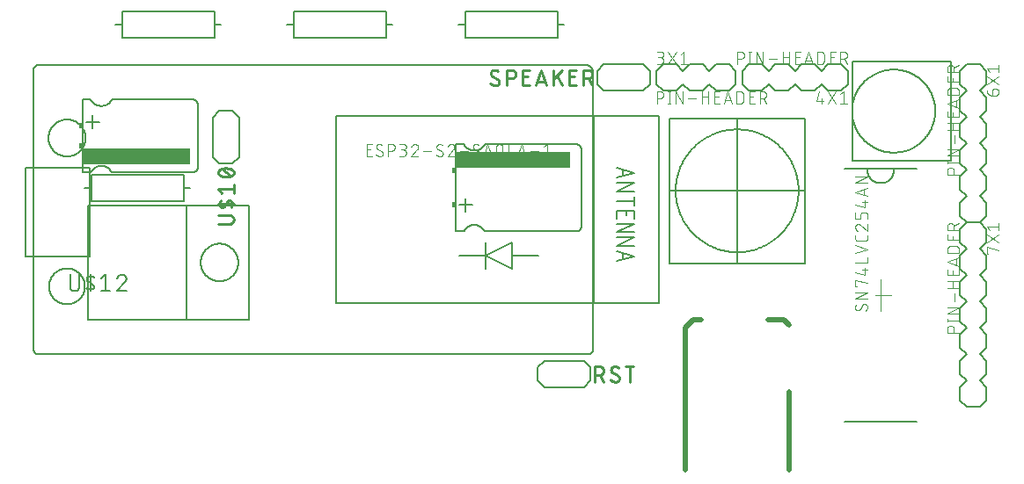
<source format=gbr>
G04 EAGLE Gerber RS-274X export*
G75*
%MOMM*%
%FSLAX34Y34*%
%LPD*%
%INSilkscreen Top*%
%IPPOS*%
%AMOC8*
5,1,8,0,0,1.08239X$1,22.5*%
G01*
%ADD10C,0.152400*%
%ADD11C,0.500000*%
%ADD12C,0.200000*%
%ADD13C,0.101600*%
%ADD14C,0.127000*%
%ADD15C,0.279400*%
%ADD16C,0.100000*%
%ADD17C,0.177800*%
%ADD18R,11.000000X1.500000*%
%ADD19R,0.300000X0.600000*%
%ADD20R,10.300000X1.500000*%


D10*
X408000Y18000D02*
X408000Y88000D01*
X408000Y18000D02*
X473000Y18000D01*
X408000Y18000D02*
X343000Y18000D01*
X408000Y18000D02*
X408000Y-52000D01*
X408000Y88000D02*
X343000Y88000D01*
X343000Y18000D01*
X343000Y-52000D01*
X408000Y-52000D01*
X473000Y-52000D01*
X473000Y18000D01*
X473000Y88000D01*
X408000Y88000D01*
X348865Y18000D02*
X348883Y19451D01*
X348936Y20902D01*
X349025Y22350D01*
X349150Y23796D01*
X349310Y25239D01*
X349505Y26677D01*
X349736Y28110D01*
X350001Y29537D01*
X350302Y30957D01*
X350637Y32369D01*
X351007Y33772D01*
X351411Y35166D01*
X351850Y36550D01*
X352322Y37922D01*
X352827Y39282D01*
X353366Y40630D01*
X353938Y41964D01*
X354543Y43283D01*
X355179Y44588D01*
X355848Y45876D01*
X356547Y47148D01*
X357278Y48401D01*
X358040Y49637D01*
X358831Y50854D01*
X359652Y52050D01*
X360502Y53227D01*
X361381Y54382D01*
X362288Y55515D01*
X363222Y56625D01*
X364184Y57713D01*
X365172Y58776D01*
X366185Y59815D01*
X367224Y60828D01*
X368287Y61816D01*
X369375Y62778D01*
X370485Y63712D01*
X371618Y64619D01*
X372773Y65498D01*
X373950Y66348D01*
X375146Y67169D01*
X376363Y67960D01*
X377599Y68722D01*
X378852Y69453D01*
X380124Y70152D01*
X381412Y70821D01*
X382717Y71457D01*
X384036Y72062D01*
X385370Y72634D01*
X386718Y73173D01*
X388078Y73678D01*
X389450Y74150D01*
X390834Y74589D01*
X392228Y74993D01*
X393631Y75363D01*
X395043Y75698D01*
X396463Y75999D01*
X397890Y76264D01*
X399323Y76495D01*
X400761Y76690D01*
X402204Y76850D01*
X403650Y76975D01*
X405098Y77064D01*
X406549Y77117D01*
X408000Y77135D01*
X409451Y77117D01*
X410902Y77064D01*
X412350Y76975D01*
X413796Y76850D01*
X415239Y76690D01*
X416677Y76495D01*
X418110Y76264D01*
X419537Y75999D01*
X420957Y75698D01*
X422369Y75363D01*
X423772Y74993D01*
X425166Y74589D01*
X426550Y74150D01*
X427922Y73678D01*
X429282Y73173D01*
X430630Y72634D01*
X431964Y72062D01*
X433283Y71457D01*
X434588Y70821D01*
X435876Y70152D01*
X437148Y69453D01*
X438401Y68722D01*
X439637Y67960D01*
X440854Y67169D01*
X442050Y66348D01*
X443227Y65498D01*
X444382Y64619D01*
X445515Y63712D01*
X446625Y62778D01*
X447713Y61816D01*
X448776Y60828D01*
X449815Y59815D01*
X450828Y58776D01*
X451816Y57713D01*
X452778Y56625D01*
X453712Y55515D01*
X454619Y54382D01*
X455498Y53227D01*
X456348Y52050D01*
X457169Y50854D01*
X457960Y49637D01*
X458722Y48401D01*
X459453Y47148D01*
X460152Y45876D01*
X460821Y44588D01*
X461457Y43283D01*
X462062Y41964D01*
X462634Y40630D01*
X463173Y39282D01*
X463678Y37922D01*
X464150Y36550D01*
X464589Y35166D01*
X464993Y33772D01*
X465363Y32369D01*
X465698Y30957D01*
X465999Y29537D01*
X466264Y28110D01*
X466495Y26677D01*
X466690Y25239D01*
X466850Y23796D01*
X466975Y22350D01*
X467064Y20902D01*
X467117Y19451D01*
X467135Y18000D01*
X467117Y16549D01*
X467064Y15098D01*
X466975Y13650D01*
X466850Y12204D01*
X466690Y10761D01*
X466495Y9323D01*
X466264Y7890D01*
X465999Y6463D01*
X465698Y5043D01*
X465363Y3631D01*
X464993Y2228D01*
X464589Y834D01*
X464150Y-550D01*
X463678Y-1922D01*
X463173Y-3282D01*
X462634Y-4630D01*
X462062Y-5964D01*
X461457Y-7283D01*
X460821Y-8588D01*
X460152Y-9876D01*
X459453Y-11148D01*
X458722Y-12401D01*
X457960Y-13637D01*
X457169Y-14854D01*
X456348Y-16050D01*
X455498Y-17227D01*
X454619Y-18382D01*
X453712Y-19515D01*
X452778Y-20625D01*
X451816Y-21713D01*
X450828Y-22776D01*
X449815Y-23815D01*
X448776Y-24828D01*
X447713Y-25816D01*
X446625Y-26778D01*
X445515Y-27712D01*
X444382Y-28619D01*
X443227Y-29498D01*
X442050Y-30348D01*
X440854Y-31169D01*
X439637Y-31960D01*
X438401Y-32722D01*
X437148Y-33453D01*
X435876Y-34152D01*
X434588Y-34821D01*
X433283Y-35457D01*
X431964Y-36062D01*
X430630Y-36634D01*
X429282Y-37173D01*
X427922Y-37678D01*
X426550Y-38150D01*
X425166Y-38589D01*
X423772Y-38993D01*
X422369Y-39363D01*
X420957Y-39698D01*
X419537Y-39999D01*
X418110Y-40264D01*
X416677Y-40495D01*
X415239Y-40690D01*
X413796Y-40850D01*
X412350Y-40975D01*
X410902Y-41064D01*
X409451Y-41117D01*
X408000Y-41135D01*
X406549Y-41117D01*
X405098Y-41064D01*
X403650Y-40975D01*
X402204Y-40850D01*
X400761Y-40690D01*
X399323Y-40495D01*
X397890Y-40264D01*
X396463Y-39999D01*
X395043Y-39698D01*
X393631Y-39363D01*
X392228Y-38993D01*
X390834Y-38589D01*
X389450Y-38150D01*
X388078Y-37678D01*
X386718Y-37173D01*
X385370Y-36634D01*
X384036Y-36062D01*
X382717Y-35457D01*
X381412Y-34821D01*
X380124Y-34152D01*
X378852Y-33453D01*
X377599Y-32722D01*
X376363Y-31960D01*
X375146Y-31169D01*
X373950Y-30348D01*
X372773Y-29498D01*
X371618Y-28619D01*
X370485Y-27712D01*
X369375Y-26778D01*
X368287Y-25816D01*
X367224Y-24828D01*
X366185Y-23815D01*
X365172Y-22776D01*
X364184Y-21713D01*
X363222Y-20625D01*
X362288Y-19515D01*
X361381Y-18382D01*
X360502Y-17227D01*
X359652Y-16050D01*
X358831Y-14854D01*
X358040Y-13637D01*
X357278Y-12401D01*
X356547Y-11148D01*
X355848Y-9876D01*
X355179Y-8588D01*
X354543Y-7283D01*
X353938Y-5964D01*
X353366Y-4630D01*
X352827Y-3282D01*
X352322Y-1922D01*
X351850Y-550D01*
X351411Y834D01*
X351007Y2228D01*
X350637Y3631D01*
X350302Y5043D01*
X350001Y6463D01*
X349736Y7890D01*
X349505Y9323D01*
X349310Y10761D01*
X349150Y12204D01*
X349025Y13650D01*
X348936Y15098D01*
X348883Y16549D01*
X348865Y18000D01*
X348883Y19451D01*
X348936Y20902D01*
X349025Y22350D01*
X349150Y23796D01*
X349310Y25239D01*
X349505Y26677D01*
X349736Y28110D01*
X350001Y29537D01*
X350302Y30957D01*
X350637Y32369D01*
X351007Y33772D01*
X351411Y35166D01*
X351850Y36550D01*
X352322Y37922D01*
X352827Y39282D01*
X353366Y40630D01*
X353938Y41964D01*
X354543Y43283D01*
X355179Y44588D01*
X355848Y45876D01*
X356547Y47148D01*
X357278Y48401D01*
X358040Y49637D01*
X358831Y50854D01*
X359652Y52050D01*
X360502Y53227D01*
X361381Y54382D01*
X362288Y55515D01*
X363222Y56625D01*
X364184Y57713D01*
X365172Y58776D01*
X366185Y59815D01*
X367224Y60828D01*
X368287Y61816D01*
X369375Y62778D01*
X370485Y63712D01*
X371618Y64619D01*
X372773Y65498D01*
X373950Y66348D01*
X375146Y67169D01*
X376363Y67960D01*
X377599Y68722D01*
X378852Y69453D01*
X380124Y70152D01*
X381412Y70821D01*
X382717Y71457D01*
X384036Y72062D01*
X385370Y72634D01*
X386718Y73173D01*
X388078Y73678D01*
X389450Y74150D01*
X390834Y74589D01*
X392228Y74993D01*
X393631Y75363D01*
X395043Y75698D01*
X396463Y75999D01*
X397890Y76264D01*
X399323Y76495D01*
X400761Y76690D01*
X402204Y76850D01*
X403650Y76975D01*
X405098Y77064D01*
X406549Y77117D01*
X408000Y77135D01*
X409451Y77117D01*
X410902Y77064D01*
X412350Y76975D01*
X413796Y76850D01*
X415239Y76690D01*
X416677Y76495D01*
X418110Y76264D01*
X419537Y75999D01*
X420957Y75698D01*
X422369Y75363D01*
X423772Y74993D01*
X425166Y74589D01*
X426550Y74150D01*
X427922Y73678D01*
X429282Y73173D01*
X430630Y72634D01*
X431964Y72062D01*
X433283Y71457D01*
X434588Y70821D01*
X435876Y70152D01*
X437148Y69453D01*
X438401Y68722D01*
X439637Y67960D01*
X440854Y67169D01*
X442050Y66348D01*
X443227Y65498D01*
X444382Y64619D01*
X445515Y63712D01*
X446625Y62778D01*
X447713Y61816D01*
X448776Y60828D01*
X449815Y59815D01*
X450828Y58776D01*
X451816Y57713D01*
X452778Y56625D01*
X453712Y55515D01*
X454619Y54382D01*
X455498Y53227D01*
X456348Y52050D01*
X457169Y50854D01*
X457960Y49637D01*
X458722Y48401D01*
X459453Y47148D01*
X460152Y45876D01*
X460821Y44588D01*
X461457Y43283D01*
X462062Y41964D01*
X462634Y40630D01*
X463173Y39282D01*
X463678Y37922D01*
X464150Y36550D01*
X464589Y35166D01*
X464993Y33772D01*
X465363Y32369D01*
X465698Y30957D01*
X465999Y29537D01*
X466264Y28110D01*
X466495Y26677D01*
X466690Y25239D01*
X466850Y23796D01*
X466975Y22350D01*
X467064Y20902D01*
X467117Y19451D01*
X467135Y18000D01*
X467117Y16549D01*
X467064Y15098D01*
X466975Y13650D01*
X466850Y12204D01*
X466690Y10761D01*
X466495Y9323D01*
X466264Y7890D01*
X465999Y6463D01*
X465698Y5043D01*
X465363Y3631D01*
X464993Y2228D01*
X464589Y834D01*
X464150Y-550D01*
X463678Y-1922D01*
X463173Y-3282D01*
X462634Y-4630D01*
X462062Y-5964D01*
X461457Y-7283D01*
X460821Y-8588D01*
X460152Y-9876D01*
X459453Y-11148D01*
X458722Y-12401D01*
X457960Y-13637D01*
X457169Y-14854D01*
X456348Y-16050D01*
X455498Y-17227D01*
X454619Y-18382D01*
X453712Y-19515D01*
X452778Y-20625D01*
X451816Y-21713D01*
X450828Y-22776D01*
X449815Y-23815D01*
X448776Y-24828D01*
X447713Y-25816D01*
X446625Y-26778D01*
X445515Y-27712D01*
X444382Y-28619D01*
X443227Y-29498D01*
X442050Y-30348D01*
X440854Y-31169D01*
X439637Y-31960D01*
X438401Y-32722D01*
X437148Y-33453D01*
X435876Y-34152D01*
X434588Y-34821D01*
X433283Y-35457D01*
X431964Y-36062D01*
X430630Y-36634D01*
X429282Y-37173D01*
X427922Y-37678D01*
X426550Y-38150D01*
X425166Y-38589D01*
X423772Y-38993D01*
X422369Y-39363D01*
X420957Y-39698D01*
X419537Y-39999D01*
X418110Y-40264D01*
X416677Y-40495D01*
X415239Y-40690D01*
X413796Y-40850D01*
X412350Y-40975D01*
X410902Y-41064D01*
X409451Y-41117D01*
X408000Y-41135D01*
X406549Y-41117D01*
X405098Y-41064D01*
X403650Y-40975D01*
X402204Y-40850D01*
X400761Y-40690D01*
X399323Y-40495D01*
X397890Y-40264D01*
X396463Y-39999D01*
X395043Y-39698D01*
X393631Y-39363D01*
X392228Y-38993D01*
X390834Y-38589D01*
X389450Y-38150D01*
X388078Y-37678D01*
X386718Y-37173D01*
X385370Y-36634D01*
X384036Y-36062D01*
X382717Y-35457D01*
X381412Y-34821D01*
X380124Y-34152D01*
X378852Y-33453D01*
X377599Y-32722D01*
X376363Y-31960D01*
X375146Y-31169D01*
X373950Y-30348D01*
X372773Y-29498D01*
X371618Y-28619D01*
X370485Y-27712D01*
X369375Y-26778D01*
X368287Y-25816D01*
X367224Y-24828D01*
X366185Y-23815D01*
X365172Y-22776D01*
X364184Y-21713D01*
X363222Y-20625D01*
X362288Y-19515D01*
X361381Y-18382D01*
X360502Y-17227D01*
X359652Y-16050D01*
X358831Y-14854D01*
X358040Y-13637D01*
X357278Y-12401D01*
X356547Y-11148D01*
X355848Y-9876D01*
X355179Y-8588D01*
X354543Y-7283D01*
X353938Y-5964D01*
X353366Y-4630D01*
X352827Y-3282D01*
X352322Y-1922D01*
X351850Y-550D01*
X351411Y834D01*
X351007Y2228D01*
X350637Y3631D01*
X350302Y5043D01*
X350001Y6463D01*
X349736Y7890D01*
X349505Y9323D01*
X349310Y10761D01*
X349150Y12204D01*
X349025Y13650D01*
X348936Y15098D01*
X348883Y16549D01*
X348865Y18000D01*
D11*
X366000Y-106000D02*
X373000Y-106000D01*
X366000Y-106000D02*
X358000Y-114000D01*
X358000Y-251000D01*
X438000Y-106000D02*
X453000Y-106000D01*
X458000Y-111000D01*
X458000Y-176000D02*
X458000Y-251000D01*
D12*
X267197Y137319D02*
X267064Y137449D01*
X266928Y137575D01*
X266789Y137698D01*
X266647Y137817D01*
X266503Y137934D01*
X266355Y138046D01*
X266205Y138155D01*
X266052Y138260D01*
X265897Y138362D01*
X265740Y138460D01*
X265580Y138554D01*
X265417Y138644D01*
X265253Y138730D01*
X265087Y138812D01*
X264918Y138890D01*
X264748Y138964D01*
X264576Y139034D01*
X264403Y139099D01*
X264228Y139161D01*
X264051Y139218D01*
X263873Y139271D01*
X263694Y139319D01*
X263514Y139363D01*
X263333Y139403D01*
X263151Y139439D01*
X262968Y139469D01*
X262784Y139496D01*
X262600Y139518D01*
X262415Y139536D01*
X262230Y139549D01*
X262045Y139557D01*
X261859Y139562D01*
X261674Y139561D01*
X261488Y139556D01*
X261303Y139547D01*
X261118Y139533D01*
X260934Y139515D01*
X267197Y137319D02*
X267327Y137186D01*
X267453Y137050D01*
X267576Y136911D01*
X267696Y136769D01*
X267812Y136625D01*
X267924Y136477D01*
X268033Y136327D01*
X268139Y136174D01*
X268240Y136019D01*
X268338Y135861D01*
X268432Y135701D01*
X268522Y135539D01*
X268608Y135375D01*
X268690Y135209D01*
X268768Y135040D01*
X268842Y134870D01*
X268912Y134698D01*
X268977Y134525D01*
X269039Y134350D01*
X269096Y134173D01*
X269149Y133995D01*
X269197Y133816D01*
X269241Y133636D01*
X269281Y133455D01*
X269316Y133273D01*
X269347Y133090D01*
X269374Y132906D01*
X269396Y132722D01*
X269414Y132537D01*
X269427Y132352D01*
X269435Y132167D01*
X269440Y131982D01*
X269439Y131796D01*
X269434Y131611D01*
X269425Y131425D01*
X269411Y131240D01*
X269393Y131056D01*
X269393Y131055D02*
X269393Y-132898D01*
X269394Y-132897D02*
X269415Y-133046D01*
X269432Y-133194D01*
X269446Y-133343D01*
X269456Y-133493D01*
X269462Y-133642D01*
X269464Y-133792D01*
X269462Y-133941D01*
X269457Y-134091D01*
X269448Y-134240D01*
X269435Y-134389D01*
X269418Y-134538D01*
X269397Y-134686D01*
X269373Y-134834D01*
X269345Y-134981D01*
X269313Y-135127D01*
X269278Y-135272D01*
X269239Y-135417D01*
X269196Y-135560D01*
X269149Y-135703D01*
X269099Y-135844D01*
X269046Y-135983D01*
X268989Y-136122D01*
X268928Y-136258D01*
X268864Y-136394D01*
X268797Y-136527D01*
X268726Y-136659D01*
X268652Y-136789D01*
X268574Y-136917D01*
X268493Y-137043D01*
X268410Y-137167D01*
X268323Y-137289D01*
X268233Y-137408D01*
X268139Y-137525D01*
X268044Y-137640D01*
X267945Y-137753D01*
X267843Y-137862D01*
X267739Y-137969D01*
X267737Y-137969D02*
X267630Y-138074D01*
X267521Y-138175D01*
X267408Y-138274D01*
X267293Y-138370D01*
X267176Y-138463D01*
X267057Y-138553D01*
X266935Y-138640D01*
X266811Y-138724D01*
X266685Y-138805D01*
X266557Y-138882D01*
X266427Y-138956D01*
X266295Y-139027D01*
X266162Y-139095D01*
X266026Y-139159D01*
X265890Y-139219D01*
X265751Y-139276D01*
X265612Y-139330D01*
X265471Y-139380D01*
X265328Y-139426D01*
X265185Y-139469D01*
X265041Y-139508D01*
X264895Y-139544D01*
X264749Y-139575D01*
X264602Y-139603D01*
X264454Y-139628D01*
X264306Y-139648D01*
X264157Y-139665D01*
X264008Y-139678D01*
X263859Y-139687D01*
X263710Y-139692D01*
X263560Y-139694D01*
X263410Y-139692D01*
X263261Y-139686D01*
X263111Y-139676D01*
X262962Y-139662D01*
X262814Y-139645D01*
X262666Y-139624D01*
X-263925Y-139624D01*
X-264073Y-139615D01*
X-264221Y-139603D01*
X-264369Y-139586D01*
X-264516Y-139566D01*
X-264662Y-139542D01*
X-264808Y-139514D01*
X-264953Y-139482D01*
X-265097Y-139447D01*
X-265240Y-139408D01*
X-265382Y-139365D01*
X-265523Y-139319D01*
X-265662Y-139269D01*
X-265801Y-139215D01*
X-265937Y-139158D01*
X-266073Y-139097D01*
X-266206Y-139033D01*
X-266338Y-138965D01*
X-266468Y-138894D01*
X-266597Y-138819D01*
X-266723Y-138742D01*
X-266847Y-138661D01*
X-266969Y-138576D01*
X-267089Y-138489D01*
X-267207Y-138399D01*
X-267322Y-138305D01*
X-267435Y-138209D01*
X-267545Y-138109D01*
X-267652Y-138007D01*
X-267757Y-137902D01*
X-267859Y-137795D01*
X-267959Y-137685D01*
X-268055Y-137572D01*
X-268149Y-137457D01*
X-268239Y-137339D01*
X-268326Y-137219D01*
X-268411Y-137097D01*
X-268492Y-136973D01*
X-268569Y-136847D01*
X-268644Y-136718D01*
X-268715Y-136588D01*
X-268783Y-136456D01*
X-268847Y-136323D01*
X-268908Y-136187D01*
X-268965Y-136051D01*
X-269019Y-135912D01*
X-269069Y-135773D01*
X-269115Y-135632D01*
X-269158Y-135490D01*
X-269197Y-135347D01*
X-269232Y-135203D01*
X-269264Y-135058D01*
X-269292Y-134912D01*
X-269316Y-134766D01*
X-269336Y-134619D01*
X-269353Y-134471D01*
X-269365Y-134323D01*
X-269374Y-134175D01*
X-269373Y-134176D02*
X-269373Y133736D01*
X-269373Y133735D02*
X-269379Y133879D01*
X-269381Y134023D01*
X-269379Y134167D01*
X-269374Y134311D01*
X-269364Y134455D01*
X-269351Y134598D01*
X-269334Y134741D01*
X-269314Y134883D01*
X-269289Y135025D01*
X-269261Y135166D01*
X-269229Y135307D01*
X-269194Y135446D01*
X-269155Y135585D01*
X-269112Y135722D01*
X-269066Y135859D01*
X-269016Y135994D01*
X-268963Y136128D01*
X-268906Y136260D01*
X-268846Y136390D01*
X-268782Y136520D01*
X-268715Y136647D01*
X-268644Y136773D01*
X-268571Y136896D01*
X-268494Y137018D01*
X-268414Y137138D01*
X-268331Y137255D01*
X-268245Y137370D01*
X-268156Y137483D01*
X-268063Y137594D01*
X-267968Y137702D01*
X-267871Y137808D01*
X-267770Y137911D01*
X-267667Y138012D01*
X-267561Y138109D01*
X-267453Y138204D01*
X-267342Y138296D01*
X-267229Y138386D01*
X-267114Y138472D01*
X-266996Y138555D01*
X-266877Y138635D01*
X-266755Y138712D01*
X-266631Y138785D01*
X-266506Y138856D01*
X-266378Y138923D01*
X-266249Y138986D01*
X-266118Y139047D01*
X-265986Y139104D01*
X-265852Y139157D01*
X-265717Y139207D01*
X-265581Y139253D01*
X-265444Y139296D01*
X-265305Y139335D01*
X-265165Y139370D01*
X-265025Y139402D01*
X-264884Y139430D01*
X-264742Y139454D01*
X-264600Y139475D01*
X-264457Y139492D01*
X-264313Y139505D01*
X-264170Y139515D01*
X-264026Y139520D01*
X-263882Y139522D01*
X-263738Y139520D01*
X-263594Y139514D01*
X-263594Y139515D02*
X260933Y139515D01*
X332330Y-90129D02*
X22176Y-90129D01*
X22176Y89961D02*
X332330Y89961D01*
X270069Y89961D02*
X270069Y-90129D01*
X332330Y-90129D02*
X332330Y89961D01*
X22176Y89961D02*
X22176Y-90129D01*
X292410Y39936D02*
X309087Y35316D01*
X292410Y30694D01*
X297969Y32428D02*
X297969Y38203D01*
X292410Y25497D02*
X309087Y25497D01*
X292410Y17411D01*
X309087Y17411D01*
X309087Y8170D02*
X292410Y8170D01*
X309087Y12212D02*
X309087Y4127D01*
X309087Y-1071D02*
X301146Y-1071D01*
X292410Y-1071D01*
X309087Y-1071D02*
X309087Y-8579D01*
X301146Y-5691D02*
X301146Y-1071D01*
X292410Y-1071D02*
X292410Y-8579D01*
X292410Y-13778D02*
X309087Y-13778D01*
X292410Y-21863D01*
X309087Y-21863D01*
X309087Y-27061D02*
X292410Y-27061D01*
X292410Y-35147D02*
X309087Y-27061D01*
X309087Y-35147D02*
X292410Y-35147D01*
X292410Y-40345D02*
X309087Y-44966D01*
X292410Y-49586D01*
X297969Y-47854D02*
X297969Y-42077D01*
X269627Y692D02*
X269627Y698D01*
X-215000Y40000D02*
X-277000Y40000D01*
X-277000Y-45000D01*
X-215000Y-45000D01*
X-215000Y40000D01*
D13*
X51308Y51308D02*
X56501Y51308D01*
X51308Y51308D02*
X51308Y62992D01*
X56501Y62992D01*
X55203Y57799D02*
X51308Y57799D01*
X64324Y51308D02*
X64423Y51310D01*
X64523Y51316D01*
X64622Y51325D01*
X64720Y51338D01*
X64818Y51355D01*
X64916Y51376D01*
X65012Y51401D01*
X65107Y51429D01*
X65201Y51461D01*
X65294Y51496D01*
X65386Y51535D01*
X65476Y51578D01*
X65564Y51623D01*
X65651Y51673D01*
X65735Y51725D01*
X65818Y51781D01*
X65898Y51839D01*
X65976Y51901D01*
X66051Y51966D01*
X66124Y52034D01*
X66194Y52104D01*
X66262Y52177D01*
X66327Y52252D01*
X66389Y52330D01*
X66447Y52410D01*
X66503Y52493D01*
X66555Y52577D01*
X66605Y52664D01*
X66650Y52752D01*
X66693Y52842D01*
X66732Y52934D01*
X66767Y53027D01*
X66799Y53121D01*
X66827Y53216D01*
X66852Y53312D01*
X66873Y53410D01*
X66890Y53508D01*
X66903Y53606D01*
X66912Y53705D01*
X66918Y53805D01*
X66920Y53904D01*
X64324Y51308D02*
X64180Y51310D01*
X64035Y51316D01*
X63891Y51325D01*
X63748Y51338D01*
X63604Y51355D01*
X63461Y51376D01*
X63319Y51401D01*
X63178Y51429D01*
X63037Y51461D01*
X62897Y51497D01*
X62758Y51536D01*
X62620Y51579D01*
X62484Y51626D01*
X62348Y51676D01*
X62214Y51730D01*
X62082Y51787D01*
X61951Y51848D01*
X61822Y51912D01*
X61694Y51980D01*
X61568Y52050D01*
X61444Y52125D01*
X61323Y52202D01*
X61203Y52283D01*
X61085Y52366D01*
X60970Y52453D01*
X60857Y52543D01*
X60746Y52636D01*
X60638Y52731D01*
X60532Y52830D01*
X60429Y52931D01*
X60754Y60396D02*
X60756Y60495D01*
X60762Y60595D01*
X60771Y60694D01*
X60784Y60792D01*
X60801Y60890D01*
X60822Y60988D01*
X60847Y61084D01*
X60875Y61179D01*
X60907Y61273D01*
X60942Y61366D01*
X60981Y61458D01*
X61024Y61548D01*
X61069Y61636D01*
X61119Y61723D01*
X61171Y61807D01*
X61227Y61890D01*
X61285Y61970D01*
X61347Y62048D01*
X61412Y62123D01*
X61480Y62196D01*
X61550Y62266D01*
X61623Y62334D01*
X61698Y62399D01*
X61776Y62461D01*
X61856Y62519D01*
X61939Y62575D01*
X62023Y62627D01*
X62110Y62677D01*
X62198Y62722D01*
X62288Y62765D01*
X62380Y62804D01*
X62473Y62839D01*
X62567Y62871D01*
X62662Y62899D01*
X62759Y62924D01*
X62856Y62945D01*
X62954Y62962D01*
X63052Y62975D01*
X63151Y62984D01*
X63251Y62990D01*
X63350Y62992D01*
X63486Y62990D01*
X63622Y62984D01*
X63758Y62975D01*
X63894Y62962D01*
X64029Y62944D01*
X64163Y62924D01*
X64297Y62899D01*
X64431Y62871D01*
X64563Y62838D01*
X64694Y62803D01*
X64825Y62763D01*
X64954Y62720D01*
X65082Y62674D01*
X65208Y62623D01*
X65334Y62570D01*
X65457Y62512D01*
X65579Y62452D01*
X65699Y62388D01*
X65818Y62320D01*
X65934Y62250D01*
X66048Y62176D01*
X66161Y62099D01*
X66271Y62018D01*
X62052Y58124D02*
X61966Y58177D01*
X61882Y58234D01*
X61800Y58293D01*
X61720Y58356D01*
X61643Y58422D01*
X61568Y58490D01*
X61496Y58562D01*
X61427Y58636D01*
X61361Y58713D01*
X61298Y58792D01*
X61238Y58874D01*
X61181Y58958D01*
X61127Y59044D01*
X61077Y59132D01*
X61030Y59222D01*
X60986Y59313D01*
X60947Y59407D01*
X60910Y59501D01*
X60878Y59597D01*
X60849Y59695D01*
X60824Y59793D01*
X60803Y59892D01*
X60785Y59992D01*
X60772Y60092D01*
X60762Y60193D01*
X60756Y60295D01*
X60754Y60396D01*
X65623Y56176D02*
X65709Y56123D01*
X65793Y56066D01*
X65875Y56007D01*
X65955Y55944D01*
X66032Y55878D01*
X66107Y55810D01*
X66179Y55738D01*
X66248Y55664D01*
X66314Y55587D01*
X66377Y55508D01*
X66437Y55426D01*
X66494Y55342D01*
X66548Y55256D01*
X66598Y55168D01*
X66645Y55078D01*
X66689Y54987D01*
X66728Y54893D01*
X66765Y54799D01*
X66797Y54703D01*
X66826Y54605D01*
X66851Y54507D01*
X66872Y54408D01*
X66890Y54308D01*
X66903Y54208D01*
X66913Y54107D01*
X66919Y54005D01*
X66921Y53904D01*
X65622Y56176D02*
X62052Y58124D01*
X72029Y62992D02*
X72029Y51308D01*
X72029Y62992D02*
X75274Y62992D01*
X75387Y62990D01*
X75500Y62984D01*
X75613Y62974D01*
X75726Y62960D01*
X75838Y62943D01*
X75949Y62921D01*
X76059Y62896D01*
X76169Y62866D01*
X76277Y62833D01*
X76384Y62796D01*
X76490Y62756D01*
X76594Y62711D01*
X76697Y62663D01*
X76798Y62612D01*
X76897Y62557D01*
X76994Y62499D01*
X77089Y62437D01*
X77182Y62372D01*
X77272Y62304D01*
X77360Y62233D01*
X77446Y62158D01*
X77529Y62081D01*
X77609Y62001D01*
X77686Y61918D01*
X77761Y61832D01*
X77832Y61744D01*
X77900Y61654D01*
X77965Y61561D01*
X78027Y61466D01*
X78085Y61369D01*
X78140Y61270D01*
X78191Y61169D01*
X78239Y61066D01*
X78284Y60962D01*
X78324Y60856D01*
X78361Y60749D01*
X78394Y60641D01*
X78424Y60531D01*
X78449Y60421D01*
X78471Y60310D01*
X78488Y60198D01*
X78502Y60085D01*
X78512Y59972D01*
X78518Y59859D01*
X78520Y59746D01*
X78518Y59633D01*
X78512Y59520D01*
X78502Y59407D01*
X78488Y59294D01*
X78471Y59182D01*
X78449Y59071D01*
X78424Y58961D01*
X78394Y58851D01*
X78361Y58743D01*
X78324Y58636D01*
X78284Y58530D01*
X78239Y58426D01*
X78191Y58323D01*
X78140Y58222D01*
X78085Y58123D01*
X78027Y58026D01*
X77965Y57931D01*
X77900Y57838D01*
X77832Y57748D01*
X77761Y57660D01*
X77686Y57574D01*
X77609Y57491D01*
X77529Y57411D01*
X77446Y57334D01*
X77360Y57259D01*
X77272Y57188D01*
X77182Y57120D01*
X77089Y57055D01*
X76994Y56993D01*
X76897Y56935D01*
X76798Y56880D01*
X76697Y56829D01*
X76594Y56781D01*
X76490Y56736D01*
X76384Y56696D01*
X76277Y56659D01*
X76169Y56626D01*
X76059Y56596D01*
X75949Y56571D01*
X75838Y56549D01*
X75726Y56532D01*
X75613Y56518D01*
X75500Y56508D01*
X75387Y56502D01*
X75274Y56500D01*
X75274Y56501D02*
X72029Y56501D01*
X82908Y51308D02*
X86154Y51308D01*
X86267Y51310D01*
X86380Y51316D01*
X86493Y51326D01*
X86606Y51340D01*
X86718Y51357D01*
X86829Y51379D01*
X86939Y51404D01*
X87049Y51434D01*
X87157Y51467D01*
X87264Y51504D01*
X87370Y51544D01*
X87474Y51589D01*
X87577Y51637D01*
X87678Y51688D01*
X87777Y51743D01*
X87874Y51801D01*
X87969Y51863D01*
X88062Y51928D01*
X88152Y51996D01*
X88240Y52067D01*
X88326Y52142D01*
X88409Y52219D01*
X88489Y52299D01*
X88566Y52382D01*
X88641Y52468D01*
X88712Y52556D01*
X88780Y52646D01*
X88845Y52739D01*
X88907Y52834D01*
X88965Y52931D01*
X89020Y53030D01*
X89071Y53131D01*
X89119Y53234D01*
X89164Y53338D01*
X89204Y53444D01*
X89241Y53551D01*
X89274Y53659D01*
X89304Y53769D01*
X89329Y53879D01*
X89351Y53990D01*
X89368Y54102D01*
X89382Y54215D01*
X89392Y54328D01*
X89398Y54441D01*
X89400Y54554D01*
X89398Y54667D01*
X89392Y54780D01*
X89382Y54893D01*
X89368Y55006D01*
X89351Y55118D01*
X89329Y55229D01*
X89304Y55339D01*
X89274Y55449D01*
X89241Y55557D01*
X89204Y55664D01*
X89164Y55770D01*
X89119Y55874D01*
X89071Y55977D01*
X89020Y56078D01*
X88965Y56177D01*
X88907Y56274D01*
X88845Y56369D01*
X88780Y56462D01*
X88712Y56552D01*
X88641Y56640D01*
X88566Y56726D01*
X88489Y56809D01*
X88409Y56889D01*
X88326Y56966D01*
X88240Y57041D01*
X88152Y57112D01*
X88062Y57180D01*
X87969Y57245D01*
X87874Y57307D01*
X87777Y57365D01*
X87678Y57420D01*
X87577Y57471D01*
X87474Y57519D01*
X87370Y57564D01*
X87264Y57604D01*
X87157Y57641D01*
X87049Y57674D01*
X86939Y57704D01*
X86829Y57729D01*
X86718Y57751D01*
X86606Y57768D01*
X86493Y57782D01*
X86380Y57792D01*
X86267Y57798D01*
X86154Y57800D01*
X86803Y62992D02*
X82908Y62992D01*
X86803Y62992D02*
X86904Y62990D01*
X87004Y62984D01*
X87104Y62974D01*
X87204Y62961D01*
X87303Y62943D01*
X87402Y62922D01*
X87499Y62897D01*
X87596Y62868D01*
X87691Y62835D01*
X87785Y62799D01*
X87877Y62759D01*
X87968Y62716D01*
X88057Y62669D01*
X88144Y62619D01*
X88230Y62565D01*
X88313Y62508D01*
X88393Y62448D01*
X88472Y62385D01*
X88548Y62318D01*
X88621Y62249D01*
X88691Y62177D01*
X88759Y62103D01*
X88824Y62026D01*
X88885Y61946D01*
X88944Y61864D01*
X88999Y61780D01*
X89051Y61694D01*
X89100Y61606D01*
X89145Y61516D01*
X89187Y61424D01*
X89225Y61331D01*
X89259Y61236D01*
X89290Y61141D01*
X89317Y61044D01*
X89340Y60946D01*
X89360Y60847D01*
X89375Y60747D01*
X89387Y60647D01*
X89395Y60547D01*
X89399Y60446D01*
X89399Y60346D01*
X89395Y60245D01*
X89387Y60145D01*
X89375Y60045D01*
X89360Y59945D01*
X89340Y59846D01*
X89317Y59748D01*
X89290Y59651D01*
X89259Y59556D01*
X89225Y59461D01*
X89187Y59368D01*
X89145Y59276D01*
X89100Y59186D01*
X89051Y59098D01*
X88999Y59012D01*
X88944Y58928D01*
X88885Y58846D01*
X88824Y58766D01*
X88759Y58689D01*
X88691Y58615D01*
X88621Y58543D01*
X88548Y58474D01*
X88472Y58407D01*
X88393Y58344D01*
X88313Y58284D01*
X88230Y58227D01*
X88144Y58173D01*
X88057Y58123D01*
X87968Y58076D01*
X87877Y58033D01*
X87785Y57993D01*
X87691Y57957D01*
X87596Y57924D01*
X87499Y57895D01*
X87402Y57870D01*
X87303Y57849D01*
X87204Y57831D01*
X87104Y57818D01*
X87004Y57808D01*
X86904Y57802D01*
X86803Y57800D01*
X86803Y57799D02*
X84207Y57799D01*
X97908Y62992D02*
X98015Y62990D01*
X98121Y62984D01*
X98227Y62974D01*
X98333Y62961D01*
X98439Y62943D01*
X98543Y62922D01*
X98647Y62897D01*
X98750Y62868D01*
X98851Y62836D01*
X98951Y62799D01*
X99050Y62759D01*
X99148Y62716D01*
X99244Y62669D01*
X99338Y62618D01*
X99430Y62564D01*
X99520Y62507D01*
X99608Y62447D01*
X99693Y62383D01*
X99776Y62316D01*
X99857Y62246D01*
X99935Y62174D01*
X100011Y62098D01*
X100083Y62020D01*
X100153Y61939D01*
X100220Y61856D01*
X100284Y61771D01*
X100344Y61683D01*
X100401Y61593D01*
X100455Y61501D01*
X100506Y61407D01*
X100553Y61311D01*
X100596Y61213D01*
X100636Y61114D01*
X100673Y61014D01*
X100705Y60913D01*
X100734Y60810D01*
X100759Y60706D01*
X100780Y60602D01*
X100798Y60496D01*
X100811Y60390D01*
X100821Y60284D01*
X100827Y60178D01*
X100829Y60071D01*
X97908Y62992D02*
X97787Y62990D01*
X97666Y62984D01*
X97546Y62974D01*
X97425Y62961D01*
X97306Y62943D01*
X97186Y62922D01*
X97068Y62897D01*
X96951Y62868D01*
X96834Y62835D01*
X96719Y62799D01*
X96605Y62758D01*
X96492Y62715D01*
X96380Y62667D01*
X96271Y62616D01*
X96163Y62561D01*
X96056Y62503D01*
X95952Y62442D01*
X95850Y62377D01*
X95750Y62309D01*
X95652Y62238D01*
X95556Y62164D01*
X95463Y62087D01*
X95373Y62006D01*
X95285Y61923D01*
X95200Y61837D01*
X95117Y61748D01*
X95038Y61657D01*
X94961Y61563D01*
X94888Y61467D01*
X94818Y61369D01*
X94751Y61268D01*
X94687Y61165D01*
X94627Y61060D01*
X94570Y60953D01*
X94516Y60845D01*
X94466Y60735D01*
X94420Y60623D01*
X94377Y60510D01*
X94338Y60395D01*
X99856Y57799D02*
X99935Y57876D01*
X100011Y57957D01*
X100084Y58040D01*
X100154Y58125D01*
X100221Y58213D01*
X100285Y58303D01*
X100345Y58395D01*
X100402Y58490D01*
X100456Y58586D01*
X100507Y58684D01*
X100554Y58784D01*
X100598Y58886D01*
X100638Y58989D01*
X100674Y59093D01*
X100706Y59199D01*
X100735Y59305D01*
X100760Y59413D01*
X100782Y59521D01*
X100799Y59631D01*
X100813Y59740D01*
X100822Y59850D01*
X100828Y59961D01*
X100830Y60071D01*
X99856Y57799D02*
X94338Y51308D01*
X100829Y51308D01*
X105881Y55852D02*
X113671Y55852D01*
X122236Y51308D02*
X122335Y51310D01*
X122435Y51316D01*
X122534Y51325D01*
X122632Y51338D01*
X122730Y51355D01*
X122828Y51376D01*
X122924Y51401D01*
X123019Y51429D01*
X123113Y51461D01*
X123206Y51496D01*
X123298Y51535D01*
X123388Y51578D01*
X123476Y51623D01*
X123563Y51673D01*
X123647Y51725D01*
X123730Y51781D01*
X123810Y51839D01*
X123888Y51901D01*
X123963Y51966D01*
X124036Y52034D01*
X124106Y52104D01*
X124174Y52177D01*
X124239Y52252D01*
X124301Y52330D01*
X124359Y52410D01*
X124415Y52493D01*
X124467Y52577D01*
X124517Y52664D01*
X124562Y52752D01*
X124605Y52842D01*
X124644Y52934D01*
X124679Y53027D01*
X124711Y53121D01*
X124739Y53216D01*
X124764Y53312D01*
X124785Y53410D01*
X124802Y53508D01*
X124815Y53606D01*
X124824Y53705D01*
X124830Y53805D01*
X124832Y53904D01*
X122236Y51308D02*
X122092Y51310D01*
X121947Y51316D01*
X121803Y51325D01*
X121660Y51338D01*
X121516Y51355D01*
X121373Y51376D01*
X121231Y51401D01*
X121090Y51429D01*
X120949Y51461D01*
X120809Y51497D01*
X120670Y51536D01*
X120532Y51579D01*
X120396Y51626D01*
X120260Y51676D01*
X120126Y51730D01*
X119994Y51787D01*
X119863Y51848D01*
X119734Y51912D01*
X119606Y51980D01*
X119480Y52050D01*
X119356Y52125D01*
X119235Y52202D01*
X119115Y52283D01*
X118997Y52366D01*
X118882Y52453D01*
X118769Y52543D01*
X118658Y52636D01*
X118550Y52731D01*
X118444Y52830D01*
X118341Y52931D01*
X118666Y60396D02*
X118668Y60495D01*
X118674Y60595D01*
X118683Y60694D01*
X118696Y60792D01*
X118713Y60890D01*
X118734Y60988D01*
X118759Y61084D01*
X118787Y61179D01*
X118819Y61273D01*
X118854Y61366D01*
X118893Y61458D01*
X118936Y61548D01*
X118981Y61636D01*
X119031Y61723D01*
X119083Y61807D01*
X119139Y61890D01*
X119197Y61970D01*
X119259Y62048D01*
X119324Y62123D01*
X119392Y62196D01*
X119462Y62266D01*
X119535Y62334D01*
X119610Y62399D01*
X119688Y62461D01*
X119768Y62519D01*
X119851Y62575D01*
X119935Y62627D01*
X120022Y62677D01*
X120110Y62722D01*
X120200Y62765D01*
X120292Y62804D01*
X120385Y62839D01*
X120479Y62871D01*
X120574Y62899D01*
X120671Y62924D01*
X120768Y62945D01*
X120866Y62962D01*
X120964Y62975D01*
X121063Y62984D01*
X121163Y62990D01*
X121262Y62992D01*
X121398Y62990D01*
X121534Y62984D01*
X121670Y62975D01*
X121806Y62962D01*
X121941Y62944D01*
X122075Y62924D01*
X122209Y62899D01*
X122343Y62871D01*
X122475Y62838D01*
X122606Y62803D01*
X122737Y62763D01*
X122866Y62720D01*
X122994Y62674D01*
X123120Y62623D01*
X123246Y62570D01*
X123369Y62512D01*
X123491Y62452D01*
X123611Y62388D01*
X123730Y62320D01*
X123846Y62250D01*
X123960Y62176D01*
X124073Y62099D01*
X124183Y62018D01*
X119964Y58124D02*
X119878Y58177D01*
X119794Y58234D01*
X119712Y58293D01*
X119632Y58356D01*
X119555Y58422D01*
X119480Y58490D01*
X119408Y58562D01*
X119339Y58636D01*
X119273Y58713D01*
X119210Y58792D01*
X119150Y58874D01*
X119093Y58958D01*
X119039Y59044D01*
X118989Y59132D01*
X118942Y59222D01*
X118898Y59313D01*
X118859Y59407D01*
X118822Y59501D01*
X118790Y59597D01*
X118761Y59695D01*
X118736Y59793D01*
X118715Y59892D01*
X118697Y59992D01*
X118684Y60092D01*
X118674Y60193D01*
X118668Y60295D01*
X118666Y60396D01*
X123534Y56176D02*
X123620Y56123D01*
X123704Y56066D01*
X123786Y56007D01*
X123866Y55944D01*
X123943Y55878D01*
X124018Y55810D01*
X124090Y55738D01*
X124159Y55664D01*
X124225Y55587D01*
X124288Y55508D01*
X124348Y55426D01*
X124405Y55342D01*
X124459Y55256D01*
X124509Y55168D01*
X124556Y55078D01*
X124600Y54987D01*
X124639Y54893D01*
X124676Y54799D01*
X124708Y54703D01*
X124737Y54605D01*
X124762Y54507D01*
X124783Y54408D01*
X124801Y54308D01*
X124814Y54208D01*
X124824Y54107D01*
X124830Y54005D01*
X124832Y53904D01*
X123534Y56176D02*
X119964Y58124D01*
X132960Y62992D02*
X133067Y62990D01*
X133173Y62984D01*
X133279Y62974D01*
X133385Y62961D01*
X133491Y62943D01*
X133595Y62922D01*
X133699Y62897D01*
X133802Y62868D01*
X133903Y62836D01*
X134003Y62799D01*
X134102Y62759D01*
X134200Y62716D01*
X134296Y62669D01*
X134390Y62618D01*
X134482Y62564D01*
X134572Y62507D01*
X134660Y62447D01*
X134745Y62383D01*
X134828Y62316D01*
X134909Y62246D01*
X134987Y62174D01*
X135063Y62098D01*
X135135Y62020D01*
X135205Y61939D01*
X135272Y61856D01*
X135336Y61771D01*
X135396Y61683D01*
X135453Y61593D01*
X135507Y61501D01*
X135558Y61407D01*
X135605Y61311D01*
X135648Y61213D01*
X135688Y61114D01*
X135725Y61014D01*
X135757Y60913D01*
X135786Y60810D01*
X135811Y60706D01*
X135832Y60602D01*
X135850Y60496D01*
X135863Y60390D01*
X135873Y60284D01*
X135879Y60178D01*
X135881Y60071D01*
X132960Y62992D02*
X132839Y62990D01*
X132718Y62984D01*
X132598Y62974D01*
X132477Y62961D01*
X132358Y62943D01*
X132238Y62922D01*
X132120Y62897D01*
X132003Y62868D01*
X131886Y62835D01*
X131771Y62799D01*
X131657Y62758D01*
X131544Y62715D01*
X131432Y62667D01*
X131323Y62616D01*
X131215Y62561D01*
X131108Y62503D01*
X131004Y62442D01*
X130902Y62377D01*
X130802Y62309D01*
X130704Y62238D01*
X130608Y62164D01*
X130515Y62087D01*
X130425Y62006D01*
X130337Y61923D01*
X130252Y61837D01*
X130169Y61748D01*
X130090Y61657D01*
X130013Y61563D01*
X129940Y61467D01*
X129870Y61369D01*
X129803Y61268D01*
X129739Y61165D01*
X129679Y61060D01*
X129622Y60953D01*
X129568Y60845D01*
X129518Y60735D01*
X129472Y60623D01*
X129429Y60510D01*
X129390Y60395D01*
X134908Y57799D02*
X134987Y57876D01*
X135063Y57957D01*
X135136Y58040D01*
X135206Y58125D01*
X135273Y58213D01*
X135337Y58303D01*
X135397Y58395D01*
X135454Y58490D01*
X135508Y58586D01*
X135559Y58684D01*
X135606Y58784D01*
X135650Y58886D01*
X135690Y58989D01*
X135726Y59093D01*
X135758Y59199D01*
X135787Y59305D01*
X135812Y59413D01*
X135834Y59521D01*
X135851Y59631D01*
X135865Y59740D01*
X135874Y59850D01*
X135880Y59961D01*
X135882Y60071D01*
X134908Y57799D02*
X129390Y51308D01*
X135881Y51308D01*
X140933Y55852D02*
X148722Y55852D01*
X157288Y51308D02*
X157387Y51310D01*
X157487Y51316D01*
X157586Y51325D01*
X157684Y51338D01*
X157782Y51355D01*
X157880Y51376D01*
X157976Y51401D01*
X158071Y51429D01*
X158165Y51461D01*
X158258Y51496D01*
X158350Y51535D01*
X158440Y51578D01*
X158528Y51623D01*
X158615Y51673D01*
X158699Y51725D01*
X158782Y51781D01*
X158862Y51839D01*
X158940Y51901D01*
X159015Y51966D01*
X159088Y52034D01*
X159158Y52104D01*
X159226Y52177D01*
X159291Y52252D01*
X159353Y52330D01*
X159411Y52410D01*
X159467Y52493D01*
X159519Y52577D01*
X159569Y52664D01*
X159614Y52752D01*
X159657Y52842D01*
X159696Y52934D01*
X159731Y53027D01*
X159763Y53121D01*
X159791Y53216D01*
X159816Y53312D01*
X159837Y53410D01*
X159854Y53508D01*
X159867Y53606D01*
X159876Y53705D01*
X159882Y53805D01*
X159884Y53904D01*
X157288Y51308D02*
X157144Y51310D01*
X156999Y51316D01*
X156855Y51325D01*
X156712Y51338D01*
X156568Y51355D01*
X156425Y51376D01*
X156283Y51401D01*
X156142Y51429D01*
X156001Y51461D01*
X155861Y51497D01*
X155722Y51536D01*
X155584Y51579D01*
X155448Y51626D01*
X155312Y51676D01*
X155178Y51730D01*
X155046Y51787D01*
X154915Y51848D01*
X154786Y51912D01*
X154658Y51980D01*
X154532Y52050D01*
X154408Y52125D01*
X154287Y52202D01*
X154167Y52283D01*
X154049Y52366D01*
X153934Y52453D01*
X153821Y52543D01*
X153710Y52636D01*
X153602Y52731D01*
X153496Y52830D01*
X153393Y52931D01*
X153718Y60396D02*
X153720Y60495D01*
X153726Y60595D01*
X153735Y60694D01*
X153748Y60792D01*
X153765Y60890D01*
X153786Y60988D01*
X153811Y61084D01*
X153839Y61179D01*
X153871Y61273D01*
X153906Y61366D01*
X153945Y61458D01*
X153988Y61548D01*
X154033Y61636D01*
X154083Y61723D01*
X154135Y61807D01*
X154191Y61890D01*
X154249Y61970D01*
X154311Y62048D01*
X154376Y62123D01*
X154444Y62196D01*
X154514Y62266D01*
X154587Y62334D01*
X154662Y62399D01*
X154740Y62461D01*
X154820Y62519D01*
X154903Y62575D01*
X154987Y62627D01*
X155074Y62677D01*
X155162Y62722D01*
X155252Y62765D01*
X155344Y62804D01*
X155437Y62839D01*
X155531Y62871D01*
X155626Y62899D01*
X155723Y62924D01*
X155820Y62945D01*
X155918Y62962D01*
X156016Y62975D01*
X156115Y62984D01*
X156215Y62990D01*
X156314Y62992D01*
X156450Y62990D01*
X156586Y62984D01*
X156722Y62975D01*
X156858Y62962D01*
X156993Y62944D01*
X157127Y62924D01*
X157261Y62899D01*
X157395Y62871D01*
X157527Y62838D01*
X157658Y62803D01*
X157789Y62763D01*
X157918Y62720D01*
X158046Y62674D01*
X158172Y62623D01*
X158298Y62570D01*
X158421Y62512D01*
X158543Y62452D01*
X158663Y62388D01*
X158782Y62320D01*
X158898Y62250D01*
X159012Y62176D01*
X159125Y62099D01*
X159235Y62018D01*
X155016Y58124D02*
X154930Y58177D01*
X154846Y58234D01*
X154764Y58293D01*
X154684Y58356D01*
X154607Y58422D01*
X154532Y58490D01*
X154460Y58562D01*
X154391Y58636D01*
X154325Y58713D01*
X154262Y58792D01*
X154202Y58874D01*
X154145Y58958D01*
X154091Y59044D01*
X154041Y59132D01*
X153994Y59222D01*
X153950Y59313D01*
X153911Y59407D01*
X153874Y59501D01*
X153842Y59597D01*
X153813Y59695D01*
X153788Y59793D01*
X153767Y59892D01*
X153749Y59992D01*
X153736Y60092D01*
X153726Y60193D01*
X153720Y60295D01*
X153718Y60396D01*
X158586Y56176D02*
X158672Y56123D01*
X158756Y56066D01*
X158838Y56007D01*
X158918Y55944D01*
X158995Y55878D01*
X159070Y55810D01*
X159142Y55738D01*
X159211Y55664D01*
X159277Y55587D01*
X159340Y55508D01*
X159400Y55426D01*
X159457Y55342D01*
X159511Y55256D01*
X159561Y55168D01*
X159608Y55078D01*
X159652Y54987D01*
X159691Y54893D01*
X159728Y54799D01*
X159760Y54703D01*
X159789Y54605D01*
X159814Y54507D01*
X159835Y54408D01*
X159853Y54308D01*
X159866Y54208D01*
X159876Y54107D01*
X159882Y54005D01*
X159884Y53904D01*
X158586Y56176D02*
X155016Y58124D01*
X163793Y51308D02*
X167688Y62992D01*
X171582Y51308D01*
X170609Y54229D02*
X164767Y54229D01*
X175872Y54554D02*
X175872Y59746D01*
X175874Y59859D01*
X175880Y59972D01*
X175890Y60085D01*
X175904Y60198D01*
X175921Y60310D01*
X175943Y60421D01*
X175968Y60531D01*
X175998Y60641D01*
X176031Y60749D01*
X176068Y60856D01*
X176108Y60962D01*
X176153Y61066D01*
X176201Y61169D01*
X176252Y61270D01*
X176307Y61369D01*
X176365Y61466D01*
X176427Y61561D01*
X176492Y61654D01*
X176560Y61744D01*
X176631Y61832D01*
X176706Y61918D01*
X176783Y62001D01*
X176863Y62081D01*
X176946Y62158D01*
X177032Y62233D01*
X177120Y62304D01*
X177210Y62372D01*
X177303Y62437D01*
X177398Y62499D01*
X177495Y62557D01*
X177594Y62612D01*
X177695Y62663D01*
X177798Y62711D01*
X177902Y62756D01*
X178008Y62796D01*
X178115Y62833D01*
X178223Y62866D01*
X178333Y62896D01*
X178443Y62921D01*
X178554Y62943D01*
X178666Y62960D01*
X178779Y62974D01*
X178892Y62984D01*
X179005Y62990D01*
X179118Y62992D01*
X179231Y62990D01*
X179344Y62984D01*
X179457Y62974D01*
X179570Y62960D01*
X179682Y62943D01*
X179793Y62921D01*
X179903Y62896D01*
X180013Y62866D01*
X180121Y62833D01*
X180228Y62796D01*
X180334Y62756D01*
X180438Y62711D01*
X180541Y62663D01*
X180642Y62612D01*
X180741Y62557D01*
X180838Y62499D01*
X180933Y62437D01*
X181026Y62372D01*
X181116Y62304D01*
X181204Y62233D01*
X181290Y62158D01*
X181373Y62081D01*
X181453Y62001D01*
X181530Y61918D01*
X181605Y61832D01*
X181676Y61744D01*
X181744Y61654D01*
X181809Y61561D01*
X181871Y61466D01*
X181929Y61369D01*
X181984Y61270D01*
X182035Y61169D01*
X182083Y61066D01*
X182128Y60962D01*
X182168Y60856D01*
X182205Y60749D01*
X182238Y60641D01*
X182268Y60531D01*
X182293Y60421D01*
X182315Y60310D01*
X182332Y60198D01*
X182346Y60085D01*
X182356Y59972D01*
X182362Y59859D01*
X182364Y59746D01*
X182363Y59746D02*
X182363Y54554D01*
X182364Y54554D02*
X182362Y54441D01*
X182356Y54328D01*
X182346Y54215D01*
X182332Y54102D01*
X182315Y53990D01*
X182293Y53879D01*
X182268Y53769D01*
X182238Y53659D01*
X182205Y53551D01*
X182168Y53444D01*
X182128Y53338D01*
X182083Y53234D01*
X182035Y53131D01*
X181984Y53030D01*
X181929Y52931D01*
X181871Y52834D01*
X181809Y52739D01*
X181744Y52646D01*
X181676Y52556D01*
X181605Y52468D01*
X181530Y52382D01*
X181453Y52299D01*
X181373Y52219D01*
X181290Y52142D01*
X181204Y52067D01*
X181116Y51996D01*
X181026Y51928D01*
X180933Y51863D01*
X180838Y51801D01*
X180741Y51743D01*
X180642Y51688D01*
X180541Y51637D01*
X180438Y51589D01*
X180334Y51544D01*
X180228Y51504D01*
X180121Y51467D01*
X180013Y51434D01*
X179903Y51404D01*
X179793Y51379D01*
X179682Y51357D01*
X179570Y51340D01*
X179457Y51326D01*
X179344Y51316D01*
X179231Y51310D01*
X179118Y51308D01*
X179005Y51310D01*
X178892Y51316D01*
X178779Y51326D01*
X178666Y51340D01*
X178554Y51357D01*
X178443Y51379D01*
X178333Y51404D01*
X178223Y51434D01*
X178115Y51467D01*
X178008Y51504D01*
X177902Y51544D01*
X177798Y51589D01*
X177695Y51637D01*
X177594Y51688D01*
X177495Y51743D01*
X177398Y51801D01*
X177303Y51863D01*
X177210Y51928D01*
X177120Y51996D01*
X177032Y52067D01*
X176946Y52142D01*
X176863Y52219D01*
X176783Y52299D01*
X176706Y52382D01*
X176631Y52468D01*
X176560Y52556D01*
X176492Y52646D01*
X176427Y52739D01*
X176365Y52834D01*
X176307Y52931D01*
X176252Y53030D01*
X176201Y53131D01*
X176153Y53234D01*
X176108Y53338D01*
X176068Y53444D01*
X176031Y53551D01*
X175998Y53659D01*
X175968Y53769D01*
X175943Y53879D01*
X175921Y53990D01*
X175904Y54102D01*
X175890Y54215D01*
X175880Y54328D01*
X175874Y54441D01*
X175872Y54554D01*
X187706Y51308D02*
X187706Y62992D01*
X187706Y51308D02*
X192899Y51308D01*
X196559Y51308D02*
X200454Y62992D01*
X204348Y51308D01*
X203375Y54229D02*
X197533Y54229D01*
X208751Y55852D02*
X216540Y55852D01*
X221592Y60396D02*
X224838Y62992D01*
X224838Y51308D01*
X228083Y51308D02*
X221592Y51308D01*
D12*
X-254804Y69000D02*
X-254799Y69437D01*
X-254783Y69874D01*
X-254756Y70310D01*
X-254718Y70745D01*
X-254670Y71179D01*
X-254611Y71612D01*
X-254542Y72044D01*
X-254462Y72473D01*
X-254371Y72901D01*
X-254270Y73326D01*
X-254159Y73749D01*
X-254037Y74168D01*
X-253905Y74585D01*
X-253763Y74998D01*
X-253611Y75408D01*
X-253449Y75813D01*
X-253277Y76215D01*
X-253095Y76612D01*
X-252903Y77005D01*
X-252702Y77393D01*
X-252491Y77776D01*
X-252271Y78153D01*
X-252042Y78525D01*
X-251803Y78891D01*
X-251556Y79252D01*
X-251300Y79606D01*
X-251036Y79954D01*
X-250763Y80295D01*
X-250481Y80629D01*
X-250192Y80956D01*
X-249894Y81277D01*
X-249589Y81589D01*
X-249277Y81894D01*
X-248956Y82192D01*
X-248629Y82481D01*
X-248295Y82763D01*
X-247954Y83036D01*
X-247606Y83300D01*
X-247252Y83556D01*
X-246891Y83803D01*
X-246525Y84042D01*
X-246153Y84271D01*
X-245776Y84491D01*
X-245393Y84702D01*
X-245005Y84903D01*
X-244612Y85095D01*
X-244215Y85277D01*
X-243813Y85449D01*
X-243408Y85611D01*
X-242998Y85763D01*
X-242585Y85905D01*
X-242168Y86037D01*
X-241749Y86159D01*
X-241326Y86270D01*
X-240901Y86371D01*
X-240473Y86462D01*
X-240044Y86542D01*
X-239612Y86611D01*
X-239179Y86670D01*
X-238745Y86718D01*
X-238310Y86756D01*
X-237874Y86783D01*
X-237437Y86799D01*
X-237000Y86804D01*
X-236563Y86799D01*
X-236126Y86783D01*
X-235690Y86756D01*
X-235255Y86718D01*
X-234821Y86670D01*
X-234388Y86611D01*
X-233956Y86542D01*
X-233527Y86462D01*
X-233099Y86371D01*
X-232674Y86270D01*
X-232251Y86159D01*
X-231832Y86037D01*
X-231415Y85905D01*
X-231002Y85763D01*
X-230592Y85611D01*
X-230187Y85449D01*
X-229785Y85277D01*
X-229388Y85095D01*
X-228995Y84903D01*
X-228607Y84702D01*
X-228224Y84491D01*
X-227847Y84271D01*
X-227475Y84042D01*
X-227109Y83803D01*
X-226748Y83556D01*
X-226394Y83300D01*
X-226046Y83036D01*
X-225705Y82763D01*
X-225371Y82481D01*
X-225044Y82192D01*
X-224723Y81894D01*
X-224411Y81589D01*
X-224106Y81277D01*
X-223808Y80956D01*
X-223519Y80629D01*
X-223237Y80295D01*
X-222964Y79954D01*
X-222700Y79606D01*
X-222444Y79252D01*
X-222197Y78891D01*
X-221958Y78525D01*
X-221729Y78153D01*
X-221509Y77776D01*
X-221298Y77393D01*
X-221097Y77005D01*
X-220905Y76612D01*
X-220723Y76215D01*
X-220551Y75813D01*
X-220389Y75408D01*
X-220237Y74998D01*
X-220095Y74585D01*
X-219963Y74168D01*
X-219841Y73749D01*
X-219730Y73326D01*
X-219629Y72901D01*
X-219538Y72473D01*
X-219458Y72044D01*
X-219389Y71612D01*
X-219330Y71179D01*
X-219282Y70745D01*
X-219244Y70310D01*
X-219217Y69874D01*
X-219201Y69437D01*
X-219196Y69000D01*
X-219201Y68563D01*
X-219217Y68126D01*
X-219244Y67690D01*
X-219282Y67255D01*
X-219330Y66821D01*
X-219389Y66388D01*
X-219458Y65956D01*
X-219538Y65527D01*
X-219629Y65099D01*
X-219730Y64674D01*
X-219841Y64251D01*
X-219963Y63832D01*
X-220095Y63415D01*
X-220237Y63002D01*
X-220389Y62592D01*
X-220551Y62187D01*
X-220723Y61785D01*
X-220905Y61388D01*
X-221097Y60995D01*
X-221298Y60607D01*
X-221509Y60224D01*
X-221729Y59847D01*
X-221958Y59475D01*
X-222197Y59109D01*
X-222444Y58748D01*
X-222700Y58394D01*
X-222964Y58046D01*
X-223237Y57705D01*
X-223519Y57371D01*
X-223808Y57044D01*
X-224106Y56723D01*
X-224411Y56411D01*
X-224723Y56106D01*
X-225044Y55808D01*
X-225371Y55519D01*
X-225705Y55237D01*
X-226046Y54964D01*
X-226394Y54700D01*
X-226748Y54444D01*
X-227109Y54197D01*
X-227475Y53958D01*
X-227847Y53729D01*
X-228224Y53509D01*
X-228607Y53298D01*
X-228995Y53097D01*
X-229388Y52905D01*
X-229785Y52723D01*
X-230187Y52551D01*
X-230592Y52389D01*
X-231002Y52237D01*
X-231415Y52095D01*
X-231832Y51963D01*
X-232251Y51841D01*
X-232674Y51730D01*
X-233099Y51629D01*
X-233527Y51538D01*
X-233956Y51458D01*
X-234388Y51389D01*
X-234821Y51330D01*
X-235255Y51282D01*
X-235690Y51244D01*
X-236126Y51217D01*
X-236563Y51201D01*
X-237000Y51196D01*
X-237437Y51201D01*
X-237874Y51217D01*
X-238310Y51244D01*
X-238745Y51282D01*
X-239179Y51330D01*
X-239612Y51389D01*
X-240044Y51458D01*
X-240473Y51538D01*
X-240901Y51629D01*
X-241326Y51730D01*
X-241749Y51841D01*
X-242168Y51963D01*
X-242585Y52095D01*
X-242998Y52237D01*
X-243408Y52389D01*
X-243813Y52551D01*
X-244215Y52723D01*
X-244612Y52905D01*
X-245005Y53097D01*
X-245393Y53298D01*
X-245776Y53509D01*
X-246153Y53729D01*
X-246525Y53958D01*
X-246891Y54197D01*
X-247252Y54444D01*
X-247606Y54700D01*
X-247954Y54964D01*
X-248295Y55237D01*
X-248629Y55519D01*
X-248956Y55808D01*
X-249277Y56106D01*
X-249589Y56411D01*
X-249894Y56723D01*
X-250192Y57044D01*
X-250481Y57371D01*
X-250763Y57705D01*
X-251036Y58046D01*
X-251300Y58394D01*
X-251556Y58748D01*
X-251803Y59109D01*
X-252042Y59475D01*
X-252271Y59847D01*
X-252491Y60224D01*
X-252702Y60607D01*
X-252903Y60995D01*
X-253095Y61388D01*
X-253277Y61785D01*
X-253449Y62187D01*
X-253611Y62592D01*
X-253763Y63002D01*
X-253905Y63415D01*
X-254037Y63832D01*
X-254159Y64251D01*
X-254270Y64674D01*
X-254371Y65099D01*
X-254462Y65527D01*
X-254542Y65956D01*
X-254611Y66388D01*
X-254670Y66821D01*
X-254718Y67255D01*
X-254756Y67690D01*
X-254783Y68126D01*
X-254799Y68563D01*
X-254804Y69000D01*
X-254205Y-74000D02*
X-254200Y-73578D01*
X-254184Y-73156D01*
X-254158Y-72734D01*
X-254122Y-72314D01*
X-254076Y-71894D01*
X-254019Y-71476D01*
X-253952Y-71059D01*
X-253874Y-70643D01*
X-253787Y-70230D01*
X-253689Y-69820D01*
X-253582Y-69411D01*
X-253464Y-69006D01*
X-253337Y-68603D01*
X-253199Y-68204D01*
X-253052Y-67808D01*
X-252895Y-67416D01*
X-252729Y-67028D01*
X-252553Y-66644D01*
X-252368Y-66264D01*
X-252173Y-65890D01*
X-251970Y-65520D01*
X-251757Y-65155D01*
X-251536Y-64795D01*
X-251305Y-64441D01*
X-251067Y-64093D01*
X-250819Y-63751D01*
X-250564Y-63415D01*
X-250300Y-63085D01*
X-250028Y-62762D01*
X-249748Y-62446D01*
X-249461Y-62136D01*
X-249166Y-61834D01*
X-248864Y-61539D01*
X-248554Y-61252D01*
X-248238Y-60972D01*
X-247915Y-60700D01*
X-247585Y-60436D01*
X-247249Y-60181D01*
X-246907Y-59933D01*
X-246559Y-59695D01*
X-246205Y-59464D01*
X-245845Y-59243D01*
X-245480Y-59030D01*
X-245110Y-58827D01*
X-244736Y-58632D01*
X-244356Y-58447D01*
X-243972Y-58271D01*
X-243584Y-58105D01*
X-243192Y-57948D01*
X-242796Y-57801D01*
X-242397Y-57663D01*
X-241994Y-57536D01*
X-241589Y-57418D01*
X-241180Y-57311D01*
X-240770Y-57213D01*
X-240357Y-57126D01*
X-239941Y-57048D01*
X-239524Y-56981D01*
X-239106Y-56924D01*
X-238686Y-56878D01*
X-238266Y-56842D01*
X-237844Y-56816D01*
X-237422Y-56800D01*
X-237000Y-56795D01*
X-236578Y-56800D01*
X-236156Y-56816D01*
X-235734Y-56842D01*
X-235314Y-56878D01*
X-234894Y-56924D01*
X-234476Y-56981D01*
X-234059Y-57048D01*
X-233643Y-57126D01*
X-233230Y-57213D01*
X-232820Y-57311D01*
X-232411Y-57418D01*
X-232006Y-57536D01*
X-231603Y-57663D01*
X-231204Y-57801D01*
X-230808Y-57948D01*
X-230416Y-58105D01*
X-230028Y-58271D01*
X-229644Y-58447D01*
X-229264Y-58632D01*
X-228890Y-58827D01*
X-228520Y-59030D01*
X-228155Y-59243D01*
X-227795Y-59464D01*
X-227441Y-59695D01*
X-227093Y-59933D01*
X-226751Y-60181D01*
X-226415Y-60436D01*
X-226085Y-60700D01*
X-225762Y-60972D01*
X-225446Y-61252D01*
X-225136Y-61539D01*
X-224834Y-61834D01*
X-224539Y-62136D01*
X-224252Y-62446D01*
X-223972Y-62762D01*
X-223700Y-63085D01*
X-223436Y-63415D01*
X-223181Y-63751D01*
X-222933Y-64093D01*
X-222695Y-64441D01*
X-222464Y-64795D01*
X-222243Y-65155D01*
X-222030Y-65520D01*
X-221827Y-65890D01*
X-221632Y-66264D01*
X-221447Y-66644D01*
X-221271Y-67028D01*
X-221105Y-67416D01*
X-220948Y-67808D01*
X-220801Y-68204D01*
X-220663Y-68603D01*
X-220536Y-69006D01*
X-220418Y-69411D01*
X-220311Y-69820D01*
X-220213Y-70230D01*
X-220126Y-70643D01*
X-220048Y-71059D01*
X-219981Y-71476D01*
X-219924Y-71894D01*
X-219878Y-72314D01*
X-219842Y-72734D01*
X-219816Y-73156D01*
X-219800Y-73578D01*
X-219795Y-74000D01*
X-219800Y-74422D01*
X-219816Y-74844D01*
X-219842Y-75266D01*
X-219878Y-75686D01*
X-219924Y-76106D01*
X-219981Y-76524D01*
X-220048Y-76941D01*
X-220126Y-77357D01*
X-220213Y-77770D01*
X-220311Y-78180D01*
X-220418Y-78589D01*
X-220536Y-78994D01*
X-220663Y-79397D01*
X-220801Y-79796D01*
X-220948Y-80192D01*
X-221105Y-80584D01*
X-221271Y-80972D01*
X-221447Y-81356D01*
X-221632Y-81736D01*
X-221827Y-82110D01*
X-222030Y-82480D01*
X-222243Y-82845D01*
X-222464Y-83205D01*
X-222695Y-83559D01*
X-222933Y-83907D01*
X-223181Y-84249D01*
X-223436Y-84585D01*
X-223700Y-84915D01*
X-223972Y-85238D01*
X-224252Y-85554D01*
X-224539Y-85864D01*
X-224834Y-86166D01*
X-225136Y-86461D01*
X-225446Y-86748D01*
X-225762Y-87028D01*
X-226085Y-87300D01*
X-226415Y-87564D01*
X-226751Y-87819D01*
X-227093Y-88067D01*
X-227441Y-88305D01*
X-227795Y-88536D01*
X-228155Y-88757D01*
X-228520Y-88970D01*
X-228890Y-89173D01*
X-229264Y-89368D01*
X-229644Y-89553D01*
X-230028Y-89729D01*
X-230416Y-89895D01*
X-230808Y-90052D01*
X-231204Y-90199D01*
X-231603Y-90337D01*
X-232006Y-90464D01*
X-232411Y-90582D01*
X-232820Y-90689D01*
X-233230Y-90787D01*
X-233643Y-90874D01*
X-234059Y-90952D01*
X-234476Y-91019D01*
X-234894Y-91076D01*
X-235314Y-91122D01*
X-235734Y-91158D01*
X-236156Y-91184D01*
X-236578Y-91200D01*
X-237000Y-91205D01*
X-237422Y-91200D01*
X-237844Y-91184D01*
X-238266Y-91158D01*
X-238686Y-91122D01*
X-239106Y-91076D01*
X-239524Y-91019D01*
X-239941Y-90952D01*
X-240357Y-90874D01*
X-240770Y-90787D01*
X-241180Y-90689D01*
X-241589Y-90582D01*
X-241994Y-90464D01*
X-242397Y-90337D01*
X-242796Y-90199D01*
X-243192Y-90052D01*
X-243584Y-89895D01*
X-243972Y-89729D01*
X-244356Y-89553D01*
X-244736Y-89368D01*
X-245110Y-89173D01*
X-245480Y-88970D01*
X-245845Y-88757D01*
X-246205Y-88536D01*
X-246559Y-88305D01*
X-246907Y-88067D01*
X-247249Y-87819D01*
X-247585Y-87564D01*
X-247915Y-87300D01*
X-248238Y-87028D01*
X-248554Y-86748D01*
X-248864Y-86461D01*
X-249166Y-86166D01*
X-249461Y-85864D01*
X-249748Y-85554D01*
X-250028Y-85238D01*
X-250300Y-84915D01*
X-250564Y-84585D01*
X-250819Y-84249D01*
X-251067Y-83907D01*
X-251305Y-83559D01*
X-251536Y-83205D01*
X-251757Y-82845D01*
X-251970Y-82480D01*
X-252173Y-82110D01*
X-252368Y-81736D01*
X-252553Y-81356D01*
X-252729Y-80972D01*
X-252895Y-80584D01*
X-253052Y-80192D01*
X-253199Y-79796D01*
X-253337Y-79397D01*
X-253464Y-78994D01*
X-253582Y-78589D01*
X-253689Y-78180D01*
X-253787Y-77770D01*
X-253874Y-77357D01*
X-253952Y-76941D01*
X-254019Y-76524D01*
X-254076Y-76106D01*
X-254122Y-75686D01*
X-254158Y-75266D01*
X-254184Y-74844D01*
X-254200Y-74422D01*
X-254205Y-74000D01*
D10*
X336550Y139700D02*
X349250Y139700D01*
X355600Y133350D01*
X355600Y120650D02*
X349250Y114300D01*
X355600Y133350D02*
X361950Y139700D01*
X374650Y139700D01*
X381000Y133350D01*
X381000Y120650D02*
X374650Y114300D01*
X361950Y114300D01*
X355600Y120650D01*
X330200Y120650D02*
X330200Y133350D01*
X336550Y139700D01*
X330200Y120650D02*
X336550Y114300D01*
X349250Y114300D01*
X381000Y133350D02*
X387350Y139700D01*
X400050Y139700D01*
X406400Y133350D01*
X406400Y120650D02*
X400050Y114300D01*
X387350Y114300D01*
X381000Y120650D01*
X406400Y120650D02*
X406400Y133350D01*
D13*
X333954Y140208D02*
X330708Y140208D01*
X333954Y140208D02*
X334067Y140210D01*
X334180Y140216D01*
X334293Y140226D01*
X334406Y140240D01*
X334518Y140257D01*
X334629Y140279D01*
X334739Y140304D01*
X334849Y140334D01*
X334957Y140367D01*
X335064Y140404D01*
X335170Y140444D01*
X335274Y140489D01*
X335377Y140537D01*
X335478Y140588D01*
X335577Y140643D01*
X335674Y140701D01*
X335769Y140763D01*
X335862Y140828D01*
X335952Y140896D01*
X336040Y140967D01*
X336126Y141042D01*
X336209Y141119D01*
X336289Y141199D01*
X336366Y141282D01*
X336441Y141368D01*
X336512Y141456D01*
X336580Y141546D01*
X336645Y141639D01*
X336707Y141734D01*
X336765Y141831D01*
X336820Y141930D01*
X336871Y142031D01*
X336919Y142134D01*
X336964Y142238D01*
X337004Y142344D01*
X337041Y142451D01*
X337074Y142559D01*
X337104Y142669D01*
X337129Y142779D01*
X337151Y142890D01*
X337168Y143002D01*
X337182Y143115D01*
X337192Y143228D01*
X337198Y143341D01*
X337200Y143454D01*
X337198Y143567D01*
X337192Y143680D01*
X337182Y143793D01*
X337168Y143906D01*
X337151Y144018D01*
X337129Y144129D01*
X337104Y144239D01*
X337074Y144349D01*
X337041Y144457D01*
X337004Y144564D01*
X336964Y144670D01*
X336919Y144774D01*
X336871Y144877D01*
X336820Y144978D01*
X336765Y145077D01*
X336707Y145174D01*
X336645Y145269D01*
X336580Y145362D01*
X336512Y145452D01*
X336441Y145540D01*
X336366Y145626D01*
X336289Y145709D01*
X336209Y145789D01*
X336126Y145866D01*
X336040Y145941D01*
X335952Y146012D01*
X335862Y146080D01*
X335769Y146145D01*
X335674Y146207D01*
X335577Y146265D01*
X335478Y146320D01*
X335377Y146371D01*
X335274Y146419D01*
X335170Y146464D01*
X335064Y146504D01*
X334957Y146541D01*
X334849Y146574D01*
X334739Y146604D01*
X334629Y146629D01*
X334518Y146651D01*
X334406Y146668D01*
X334293Y146682D01*
X334180Y146692D01*
X334067Y146698D01*
X333954Y146700D01*
X334603Y151892D02*
X330708Y151892D01*
X334603Y151892D02*
X334704Y151890D01*
X334804Y151884D01*
X334904Y151874D01*
X335004Y151861D01*
X335103Y151843D01*
X335202Y151822D01*
X335299Y151797D01*
X335396Y151768D01*
X335491Y151735D01*
X335585Y151699D01*
X335677Y151659D01*
X335768Y151616D01*
X335857Y151569D01*
X335944Y151519D01*
X336030Y151465D01*
X336113Y151408D01*
X336193Y151348D01*
X336272Y151285D01*
X336348Y151218D01*
X336421Y151149D01*
X336491Y151077D01*
X336559Y151003D01*
X336624Y150926D01*
X336685Y150846D01*
X336744Y150764D01*
X336799Y150680D01*
X336851Y150594D01*
X336900Y150506D01*
X336945Y150416D01*
X336987Y150324D01*
X337025Y150231D01*
X337059Y150136D01*
X337090Y150041D01*
X337117Y149944D01*
X337140Y149846D01*
X337160Y149747D01*
X337175Y149647D01*
X337187Y149547D01*
X337195Y149447D01*
X337199Y149346D01*
X337199Y149246D01*
X337195Y149145D01*
X337187Y149045D01*
X337175Y148945D01*
X337160Y148845D01*
X337140Y148746D01*
X337117Y148648D01*
X337090Y148551D01*
X337059Y148456D01*
X337025Y148361D01*
X336987Y148268D01*
X336945Y148176D01*
X336900Y148086D01*
X336851Y147998D01*
X336799Y147912D01*
X336744Y147828D01*
X336685Y147746D01*
X336624Y147666D01*
X336559Y147589D01*
X336491Y147515D01*
X336421Y147443D01*
X336348Y147374D01*
X336272Y147307D01*
X336193Y147244D01*
X336113Y147184D01*
X336030Y147127D01*
X335944Y147073D01*
X335857Y147023D01*
X335768Y146976D01*
X335677Y146933D01*
X335585Y146893D01*
X335491Y146857D01*
X335396Y146824D01*
X335299Y146795D01*
X335202Y146770D01*
X335103Y146749D01*
X335004Y146731D01*
X334904Y146718D01*
X334804Y146708D01*
X334704Y146702D01*
X334603Y146700D01*
X334603Y146699D02*
X332006Y146699D01*
X341489Y140208D02*
X349278Y151892D01*
X341489Y151892D02*
X349278Y140208D01*
X353568Y149296D02*
X356814Y151892D01*
X356814Y140208D01*
X360059Y140208D02*
X353568Y140208D01*
X330708Y113792D02*
X330708Y102108D01*
X330708Y113792D02*
X333954Y113792D01*
X334067Y113790D01*
X334180Y113784D01*
X334293Y113774D01*
X334406Y113760D01*
X334518Y113743D01*
X334629Y113721D01*
X334739Y113696D01*
X334849Y113666D01*
X334957Y113633D01*
X335064Y113596D01*
X335170Y113556D01*
X335274Y113511D01*
X335377Y113463D01*
X335478Y113412D01*
X335577Y113357D01*
X335674Y113299D01*
X335769Y113237D01*
X335862Y113172D01*
X335952Y113104D01*
X336040Y113033D01*
X336126Y112958D01*
X336209Y112881D01*
X336289Y112801D01*
X336366Y112718D01*
X336441Y112632D01*
X336512Y112544D01*
X336580Y112454D01*
X336645Y112361D01*
X336707Y112266D01*
X336765Y112169D01*
X336820Y112070D01*
X336871Y111969D01*
X336919Y111866D01*
X336964Y111762D01*
X337004Y111656D01*
X337041Y111549D01*
X337074Y111441D01*
X337104Y111331D01*
X337129Y111221D01*
X337151Y111110D01*
X337168Y110998D01*
X337182Y110885D01*
X337192Y110772D01*
X337198Y110659D01*
X337200Y110546D01*
X337198Y110433D01*
X337192Y110320D01*
X337182Y110207D01*
X337168Y110094D01*
X337151Y109982D01*
X337129Y109871D01*
X337104Y109761D01*
X337074Y109651D01*
X337041Y109543D01*
X337004Y109436D01*
X336964Y109330D01*
X336919Y109226D01*
X336871Y109123D01*
X336820Y109022D01*
X336765Y108923D01*
X336707Y108826D01*
X336645Y108731D01*
X336580Y108638D01*
X336512Y108548D01*
X336441Y108460D01*
X336366Y108374D01*
X336289Y108291D01*
X336209Y108211D01*
X336126Y108134D01*
X336040Y108059D01*
X335952Y107988D01*
X335862Y107920D01*
X335769Y107855D01*
X335674Y107793D01*
X335577Y107735D01*
X335478Y107680D01*
X335377Y107629D01*
X335274Y107581D01*
X335170Y107536D01*
X335064Y107496D01*
X334957Y107459D01*
X334849Y107426D01*
X334739Y107396D01*
X334629Y107371D01*
X334518Y107349D01*
X334406Y107332D01*
X334293Y107318D01*
X334180Y107308D01*
X334067Y107302D01*
X333954Y107300D01*
X333954Y107301D02*
X330708Y107301D01*
X342547Y102108D02*
X342547Y113792D01*
X341249Y102108D02*
X343845Y102108D01*
X343845Y113792D02*
X341249Y113792D01*
X348827Y113792D02*
X348827Y102108D01*
X355318Y102108D02*
X348827Y113792D01*
X355318Y113792D02*
X355318Y102108D01*
X360751Y106652D02*
X368540Y106652D01*
X373973Y102108D02*
X373973Y113792D01*
X373973Y108599D02*
X380464Y108599D01*
X380464Y113792D02*
X380464Y102108D01*
X386187Y102108D02*
X391380Y102108D01*
X386187Y102108D02*
X386187Y113792D01*
X391380Y113792D01*
X390082Y108599D02*
X386187Y108599D01*
X395040Y102108D02*
X398935Y113792D01*
X402830Y102108D01*
X401856Y105029D02*
X396014Y105029D01*
X407501Y102108D02*
X407501Y113792D01*
X410746Y113792D01*
X410859Y113790D01*
X410972Y113784D01*
X411085Y113774D01*
X411198Y113760D01*
X411310Y113743D01*
X411421Y113721D01*
X411531Y113696D01*
X411641Y113666D01*
X411749Y113633D01*
X411856Y113596D01*
X411962Y113556D01*
X412066Y113511D01*
X412169Y113463D01*
X412270Y113412D01*
X412369Y113357D01*
X412466Y113299D01*
X412561Y113237D01*
X412654Y113172D01*
X412744Y113104D01*
X412832Y113033D01*
X412918Y112958D01*
X413001Y112881D01*
X413081Y112801D01*
X413158Y112718D01*
X413233Y112632D01*
X413304Y112544D01*
X413372Y112454D01*
X413437Y112361D01*
X413499Y112266D01*
X413557Y112169D01*
X413612Y112070D01*
X413663Y111969D01*
X413711Y111866D01*
X413756Y111762D01*
X413796Y111656D01*
X413833Y111549D01*
X413866Y111441D01*
X413896Y111331D01*
X413921Y111221D01*
X413943Y111110D01*
X413960Y110998D01*
X413974Y110885D01*
X413984Y110772D01*
X413990Y110659D01*
X413992Y110546D01*
X413992Y105354D01*
X413990Y105241D01*
X413984Y105128D01*
X413974Y105015D01*
X413960Y104902D01*
X413943Y104790D01*
X413921Y104679D01*
X413896Y104569D01*
X413866Y104459D01*
X413833Y104351D01*
X413796Y104244D01*
X413756Y104138D01*
X413711Y104034D01*
X413663Y103931D01*
X413612Y103830D01*
X413557Y103731D01*
X413499Y103634D01*
X413437Y103539D01*
X413372Y103446D01*
X413304Y103356D01*
X413233Y103268D01*
X413158Y103182D01*
X413081Y103099D01*
X413001Y103019D01*
X412918Y102942D01*
X412832Y102867D01*
X412744Y102796D01*
X412654Y102728D01*
X412561Y102663D01*
X412466Y102601D01*
X412369Y102543D01*
X412270Y102488D01*
X412169Y102437D01*
X412066Y102389D01*
X411962Y102344D01*
X411856Y102304D01*
X411749Y102267D01*
X411641Y102234D01*
X411531Y102204D01*
X411421Y102179D01*
X411310Y102157D01*
X411198Y102140D01*
X411085Y102126D01*
X410972Y102116D01*
X410859Y102110D01*
X410746Y102108D01*
X407501Y102108D01*
X419715Y102108D02*
X424908Y102108D01*
X419715Y102108D02*
X419715Y113792D01*
X424908Y113792D01*
X423610Y108599D02*
X419715Y108599D01*
X429672Y113792D02*
X429672Y102108D01*
X429672Y113792D02*
X432918Y113792D01*
X433031Y113790D01*
X433144Y113784D01*
X433257Y113774D01*
X433370Y113760D01*
X433482Y113743D01*
X433593Y113721D01*
X433703Y113696D01*
X433813Y113666D01*
X433921Y113633D01*
X434028Y113596D01*
X434134Y113556D01*
X434238Y113511D01*
X434341Y113463D01*
X434442Y113412D01*
X434541Y113357D01*
X434638Y113299D01*
X434733Y113237D01*
X434826Y113172D01*
X434916Y113104D01*
X435004Y113033D01*
X435090Y112958D01*
X435173Y112881D01*
X435253Y112801D01*
X435330Y112718D01*
X435405Y112632D01*
X435476Y112544D01*
X435544Y112454D01*
X435609Y112361D01*
X435671Y112266D01*
X435729Y112169D01*
X435784Y112070D01*
X435835Y111969D01*
X435883Y111866D01*
X435928Y111762D01*
X435968Y111656D01*
X436005Y111549D01*
X436038Y111441D01*
X436068Y111331D01*
X436093Y111221D01*
X436115Y111110D01*
X436132Y110998D01*
X436146Y110885D01*
X436156Y110772D01*
X436162Y110659D01*
X436164Y110546D01*
X436162Y110433D01*
X436156Y110320D01*
X436146Y110207D01*
X436132Y110094D01*
X436115Y109982D01*
X436093Y109871D01*
X436068Y109761D01*
X436038Y109651D01*
X436005Y109543D01*
X435968Y109436D01*
X435928Y109330D01*
X435883Y109226D01*
X435835Y109123D01*
X435784Y109022D01*
X435729Y108923D01*
X435671Y108826D01*
X435609Y108731D01*
X435544Y108638D01*
X435476Y108548D01*
X435405Y108460D01*
X435330Y108374D01*
X435253Y108291D01*
X435173Y108211D01*
X435090Y108134D01*
X435004Y108059D01*
X434916Y107988D01*
X434826Y107920D01*
X434733Y107855D01*
X434638Y107793D01*
X434541Y107735D01*
X434442Y107680D01*
X434341Y107629D01*
X434238Y107581D01*
X434134Y107536D01*
X434028Y107496D01*
X433921Y107459D01*
X433813Y107426D01*
X433703Y107396D01*
X433593Y107371D01*
X433482Y107349D01*
X433370Y107332D01*
X433257Y107318D01*
X433144Y107308D01*
X433031Y107302D01*
X432918Y107300D01*
X432918Y107301D02*
X429672Y107301D01*
X433567Y107301D02*
X436163Y102108D01*
D14*
X234950Y165100D02*
X234950Y177800D01*
X234950Y165100D02*
X146050Y165100D01*
X146050Y177800D01*
X146050Y190500D01*
X234950Y190500D01*
X234950Y177800D01*
X241300Y177800D01*
X146050Y177800D02*
X139700Y177800D01*
X69850Y177800D02*
X69850Y165100D01*
X-19050Y165100D01*
X-19050Y177800D01*
X-19050Y190500D01*
X69850Y190500D01*
X69850Y177800D01*
X76200Y177800D01*
X-19050Y177800D02*
X-25400Y177800D01*
X-95250Y177800D02*
X-95250Y165100D01*
X-184150Y165100D01*
X-184150Y177800D01*
X-184150Y190500D01*
X-95250Y190500D01*
X-95250Y177800D01*
X-88900Y177800D01*
X-184150Y177800D02*
X-190500Y177800D01*
D10*
X647700Y133350D02*
X647700Y120650D01*
X641350Y114300D01*
X628650Y114300D02*
X622300Y120650D01*
X641350Y114300D02*
X647700Y107950D01*
X647700Y95250D01*
X641350Y88900D01*
X628650Y88900D02*
X622300Y95250D01*
X622300Y107950D01*
X628650Y114300D01*
X628650Y139700D02*
X641350Y139700D01*
X647700Y133350D01*
X628650Y139700D02*
X622300Y133350D01*
X622300Y120650D01*
X641350Y88900D02*
X647700Y82550D01*
X647700Y69850D01*
X641350Y63500D01*
X628650Y63500D02*
X622300Y69850D01*
X622300Y82550D01*
X628650Y88900D01*
X647700Y57150D02*
X647700Y44450D01*
X641350Y38100D01*
X628650Y38100D02*
X622300Y44450D01*
X641350Y38100D02*
X647700Y31750D01*
X647700Y19050D01*
X641350Y12700D01*
X628650Y12700D02*
X622300Y19050D01*
X622300Y31750D01*
X628650Y38100D01*
X647700Y57150D02*
X641350Y63500D01*
X628650Y63500D02*
X622300Y57150D01*
X622300Y44450D01*
X641350Y12700D02*
X647700Y6350D01*
X647700Y-6350D01*
X641350Y-12700D01*
X628650Y-12700D02*
X622300Y-6350D01*
X622300Y6350D01*
X628650Y12700D01*
X628650Y-12700D02*
X641350Y-12700D01*
D13*
X653401Y109841D02*
X653401Y113736D01*
X653403Y113835D01*
X653409Y113935D01*
X653418Y114034D01*
X653431Y114132D01*
X653448Y114230D01*
X653469Y114328D01*
X653494Y114424D01*
X653522Y114519D01*
X653554Y114613D01*
X653589Y114706D01*
X653628Y114798D01*
X653671Y114888D01*
X653716Y114976D01*
X653766Y115063D01*
X653818Y115147D01*
X653874Y115230D01*
X653932Y115310D01*
X653994Y115388D01*
X654059Y115463D01*
X654127Y115536D01*
X654197Y115606D01*
X654270Y115674D01*
X654345Y115739D01*
X654423Y115801D01*
X654503Y115859D01*
X654586Y115915D01*
X654670Y115967D01*
X654757Y116017D01*
X654845Y116062D01*
X654935Y116105D01*
X655027Y116144D01*
X655120Y116179D01*
X655214Y116211D01*
X655309Y116239D01*
X655405Y116264D01*
X655503Y116285D01*
X655601Y116302D01*
X655699Y116315D01*
X655798Y116324D01*
X655898Y116330D01*
X655997Y116332D01*
X656646Y116332D01*
X656759Y116330D01*
X656872Y116324D01*
X656985Y116314D01*
X657098Y116300D01*
X657210Y116283D01*
X657321Y116261D01*
X657431Y116236D01*
X657541Y116206D01*
X657649Y116173D01*
X657756Y116136D01*
X657862Y116096D01*
X657966Y116051D01*
X658069Y116003D01*
X658170Y115952D01*
X658269Y115897D01*
X658366Y115839D01*
X658461Y115777D01*
X658554Y115712D01*
X658644Y115644D01*
X658732Y115573D01*
X658818Y115498D01*
X658901Y115421D01*
X658981Y115341D01*
X659058Y115258D01*
X659133Y115172D01*
X659204Y115084D01*
X659272Y114994D01*
X659337Y114901D01*
X659399Y114806D01*
X659457Y114709D01*
X659512Y114610D01*
X659563Y114509D01*
X659611Y114406D01*
X659656Y114302D01*
X659696Y114196D01*
X659733Y114089D01*
X659766Y113981D01*
X659796Y113871D01*
X659821Y113761D01*
X659843Y113650D01*
X659860Y113538D01*
X659874Y113425D01*
X659884Y113312D01*
X659890Y113199D01*
X659892Y113086D01*
X659890Y112973D01*
X659884Y112860D01*
X659874Y112747D01*
X659860Y112634D01*
X659843Y112522D01*
X659821Y112411D01*
X659796Y112301D01*
X659766Y112191D01*
X659733Y112083D01*
X659696Y111976D01*
X659656Y111870D01*
X659611Y111766D01*
X659563Y111663D01*
X659512Y111562D01*
X659457Y111463D01*
X659399Y111366D01*
X659337Y111271D01*
X659272Y111178D01*
X659204Y111088D01*
X659133Y111000D01*
X659058Y110914D01*
X658981Y110831D01*
X658901Y110751D01*
X658818Y110674D01*
X658732Y110599D01*
X658644Y110528D01*
X658554Y110460D01*
X658461Y110395D01*
X658366Y110333D01*
X658269Y110275D01*
X658170Y110220D01*
X658069Y110169D01*
X657966Y110121D01*
X657862Y110076D01*
X657756Y110036D01*
X657649Y109999D01*
X657541Y109966D01*
X657431Y109936D01*
X657321Y109911D01*
X657210Y109889D01*
X657098Y109872D01*
X656985Y109858D01*
X656872Y109848D01*
X656759Y109842D01*
X656646Y109840D01*
X656646Y109841D02*
X653401Y109841D01*
X653258Y109843D01*
X653115Y109849D01*
X652972Y109859D01*
X652830Y109873D01*
X652688Y109890D01*
X652546Y109912D01*
X652405Y109937D01*
X652265Y109967D01*
X652126Y110000D01*
X651988Y110037D01*
X651851Y110078D01*
X651715Y110122D01*
X651580Y110171D01*
X651447Y110223D01*
X651315Y110278D01*
X651185Y110338D01*
X651056Y110401D01*
X650929Y110467D01*
X650805Y110537D01*
X650682Y110610D01*
X650561Y110687D01*
X650442Y110766D01*
X650326Y110850D01*
X650211Y110936D01*
X650100Y111025D01*
X649991Y111118D01*
X649884Y111213D01*
X649780Y111312D01*
X649679Y111413D01*
X649580Y111517D01*
X649485Y111623D01*
X649392Y111733D01*
X649303Y111844D01*
X649217Y111958D01*
X649134Y112075D01*
X649054Y112194D01*
X648977Y112315D01*
X648904Y112437D01*
X648834Y112562D01*
X648768Y112689D01*
X648705Y112818D01*
X648645Y112948D01*
X648590Y113080D01*
X648538Y113213D01*
X648489Y113348D01*
X648445Y113484D01*
X648404Y113621D01*
X648367Y113759D01*
X648334Y113898D01*
X648304Y114038D01*
X648279Y114179D01*
X648257Y114321D01*
X648240Y114463D01*
X648226Y114605D01*
X648216Y114748D01*
X648210Y114891D01*
X648208Y115034D01*
X659892Y120622D02*
X648208Y128411D01*
X648208Y120622D02*
X659892Y128411D01*
X650804Y132701D02*
X648208Y135946D01*
X659892Y135946D01*
X659892Y132701D02*
X659892Y139192D01*
X621792Y33737D02*
X610108Y33737D01*
X610108Y36982D01*
X610110Y37095D01*
X610116Y37208D01*
X610126Y37321D01*
X610140Y37434D01*
X610157Y37546D01*
X610179Y37657D01*
X610204Y37767D01*
X610234Y37877D01*
X610267Y37985D01*
X610304Y38092D01*
X610344Y38198D01*
X610389Y38302D01*
X610437Y38405D01*
X610488Y38506D01*
X610543Y38605D01*
X610601Y38702D01*
X610663Y38797D01*
X610728Y38890D01*
X610796Y38980D01*
X610867Y39068D01*
X610942Y39154D01*
X611019Y39237D01*
X611099Y39317D01*
X611182Y39394D01*
X611268Y39469D01*
X611356Y39540D01*
X611446Y39608D01*
X611539Y39673D01*
X611634Y39735D01*
X611731Y39793D01*
X611830Y39848D01*
X611931Y39899D01*
X612034Y39947D01*
X612138Y39992D01*
X612244Y40032D01*
X612351Y40069D01*
X612459Y40102D01*
X612569Y40132D01*
X612679Y40157D01*
X612790Y40179D01*
X612902Y40196D01*
X613015Y40210D01*
X613128Y40220D01*
X613241Y40226D01*
X613354Y40228D01*
X613467Y40226D01*
X613580Y40220D01*
X613693Y40210D01*
X613806Y40196D01*
X613918Y40179D01*
X614029Y40157D01*
X614139Y40132D01*
X614249Y40102D01*
X614357Y40069D01*
X614464Y40032D01*
X614570Y39992D01*
X614674Y39947D01*
X614777Y39899D01*
X614878Y39848D01*
X614977Y39793D01*
X615074Y39735D01*
X615169Y39673D01*
X615262Y39608D01*
X615352Y39540D01*
X615440Y39469D01*
X615526Y39394D01*
X615609Y39317D01*
X615689Y39237D01*
X615766Y39154D01*
X615841Y39068D01*
X615912Y38980D01*
X615980Y38890D01*
X616045Y38797D01*
X616107Y38702D01*
X616165Y38605D01*
X616220Y38506D01*
X616271Y38405D01*
X616319Y38302D01*
X616364Y38198D01*
X616404Y38092D01*
X616441Y37985D01*
X616474Y37877D01*
X616504Y37767D01*
X616529Y37657D01*
X616551Y37546D01*
X616568Y37434D01*
X616582Y37321D01*
X616592Y37208D01*
X616598Y37095D01*
X616600Y36982D01*
X616599Y36982D02*
X616599Y33737D01*
X621792Y45576D02*
X610108Y45576D01*
X621792Y44278D02*
X621792Y46874D01*
X610108Y46874D02*
X610108Y44278D01*
X610108Y51855D02*
X621792Y51855D01*
X621792Y58346D02*
X610108Y51855D01*
X610108Y58346D02*
X621792Y58346D01*
X617248Y63779D02*
X617248Y71569D01*
X621792Y77001D02*
X610108Y77001D01*
X615301Y77001D02*
X615301Y83492D01*
X610108Y83492D02*
X621792Y83492D01*
X621792Y89216D02*
X621792Y94409D01*
X621792Y89216D02*
X610108Y89216D01*
X610108Y94409D01*
X615301Y93111D02*
X615301Y89216D01*
X621792Y98069D02*
X610108Y101964D01*
X621792Y105859D01*
X618871Y104885D02*
X618871Y99043D01*
X621792Y110529D02*
X610108Y110529D01*
X610108Y113775D01*
X610110Y113888D01*
X610116Y114001D01*
X610126Y114114D01*
X610140Y114227D01*
X610157Y114339D01*
X610179Y114450D01*
X610204Y114560D01*
X610234Y114670D01*
X610267Y114778D01*
X610304Y114885D01*
X610344Y114991D01*
X610389Y115095D01*
X610437Y115198D01*
X610488Y115299D01*
X610543Y115398D01*
X610601Y115495D01*
X610663Y115590D01*
X610728Y115683D01*
X610796Y115773D01*
X610867Y115861D01*
X610942Y115947D01*
X611019Y116030D01*
X611099Y116110D01*
X611182Y116187D01*
X611268Y116262D01*
X611356Y116333D01*
X611446Y116401D01*
X611539Y116466D01*
X611634Y116528D01*
X611731Y116586D01*
X611830Y116641D01*
X611931Y116692D01*
X612034Y116740D01*
X612138Y116785D01*
X612244Y116825D01*
X612351Y116862D01*
X612459Y116895D01*
X612569Y116925D01*
X612679Y116950D01*
X612790Y116972D01*
X612902Y116989D01*
X613015Y117003D01*
X613128Y117013D01*
X613241Y117019D01*
X613354Y117021D01*
X613354Y117020D02*
X618546Y117020D01*
X618546Y117021D02*
X618659Y117019D01*
X618772Y117013D01*
X618885Y117003D01*
X618998Y116989D01*
X619110Y116972D01*
X619221Y116950D01*
X619331Y116925D01*
X619441Y116895D01*
X619549Y116862D01*
X619656Y116825D01*
X619762Y116785D01*
X619866Y116740D01*
X619969Y116692D01*
X620070Y116641D01*
X620169Y116586D01*
X620266Y116528D01*
X620361Y116466D01*
X620454Y116401D01*
X620544Y116333D01*
X620632Y116262D01*
X620718Y116187D01*
X620801Y116110D01*
X620881Y116030D01*
X620958Y115947D01*
X621033Y115861D01*
X621104Y115773D01*
X621172Y115683D01*
X621237Y115590D01*
X621299Y115495D01*
X621357Y115398D01*
X621412Y115299D01*
X621463Y115198D01*
X621511Y115095D01*
X621556Y114991D01*
X621596Y114885D01*
X621633Y114778D01*
X621666Y114670D01*
X621696Y114560D01*
X621721Y114450D01*
X621743Y114339D01*
X621760Y114227D01*
X621774Y114114D01*
X621784Y114001D01*
X621790Y113888D01*
X621792Y113775D01*
X621792Y110529D01*
X621792Y122744D02*
X621792Y127937D01*
X621792Y122744D02*
X610108Y122744D01*
X610108Y127937D01*
X615301Y126639D02*
X615301Y122744D01*
X610108Y132701D02*
X621792Y132701D01*
X610108Y132701D02*
X610108Y135946D01*
X610110Y136059D01*
X610116Y136172D01*
X610126Y136285D01*
X610140Y136398D01*
X610157Y136510D01*
X610179Y136621D01*
X610204Y136731D01*
X610234Y136841D01*
X610267Y136949D01*
X610304Y137056D01*
X610344Y137162D01*
X610389Y137266D01*
X610437Y137369D01*
X610488Y137470D01*
X610543Y137569D01*
X610601Y137666D01*
X610663Y137761D01*
X610728Y137854D01*
X610796Y137944D01*
X610867Y138032D01*
X610942Y138118D01*
X611019Y138201D01*
X611099Y138281D01*
X611182Y138358D01*
X611268Y138433D01*
X611356Y138504D01*
X611446Y138572D01*
X611539Y138637D01*
X611634Y138699D01*
X611731Y138757D01*
X611830Y138812D01*
X611931Y138863D01*
X612034Y138911D01*
X612138Y138956D01*
X612244Y138996D01*
X612351Y139033D01*
X612459Y139066D01*
X612569Y139096D01*
X612679Y139121D01*
X612790Y139143D01*
X612902Y139160D01*
X613015Y139174D01*
X613128Y139184D01*
X613241Y139190D01*
X613354Y139192D01*
X613467Y139190D01*
X613580Y139184D01*
X613693Y139174D01*
X613806Y139160D01*
X613918Y139143D01*
X614029Y139121D01*
X614139Y139096D01*
X614249Y139066D01*
X614357Y139033D01*
X614464Y138996D01*
X614570Y138956D01*
X614674Y138911D01*
X614777Y138863D01*
X614878Y138812D01*
X614977Y138757D01*
X615074Y138699D01*
X615169Y138637D01*
X615262Y138572D01*
X615352Y138504D01*
X615440Y138433D01*
X615526Y138358D01*
X615609Y138281D01*
X615689Y138201D01*
X615766Y138118D01*
X615841Y138032D01*
X615912Y137944D01*
X615980Y137854D01*
X616045Y137761D01*
X616107Y137666D01*
X616165Y137569D01*
X616220Y137470D01*
X616271Y137369D01*
X616319Y137266D01*
X616364Y137162D01*
X616404Y137056D01*
X616441Y136949D01*
X616474Y136841D01*
X616504Y136731D01*
X616529Y136621D01*
X616551Y136510D01*
X616568Y136398D01*
X616582Y136285D01*
X616592Y136172D01*
X616598Y136059D01*
X616600Y135946D01*
X616599Y135946D02*
X616599Y132701D01*
X616599Y136596D02*
X621792Y139192D01*
D10*
X647700Y-19050D02*
X647700Y-31750D01*
X641350Y-38100D01*
X628650Y-38100D02*
X622300Y-31750D01*
X641350Y-38100D02*
X647700Y-44450D01*
X647700Y-57150D01*
X641350Y-63500D01*
X628650Y-63500D02*
X622300Y-57150D01*
X622300Y-44450D01*
X628650Y-38100D01*
X628650Y-12700D02*
X641350Y-12700D01*
X647700Y-19050D01*
X628650Y-12700D02*
X622300Y-19050D01*
X622300Y-31750D01*
X641350Y-63500D02*
X647700Y-69850D01*
X647700Y-82550D01*
X641350Y-88900D01*
X628650Y-88900D02*
X622300Y-82550D01*
X622300Y-69850D01*
X628650Y-63500D01*
X647700Y-95250D02*
X647700Y-107950D01*
X641350Y-114300D01*
X628650Y-114300D02*
X622300Y-107950D01*
X641350Y-88900D02*
X647700Y-95250D01*
X628650Y-88900D02*
X622300Y-95250D01*
X622300Y-107950D01*
X647700Y-120650D02*
X647700Y-133350D01*
X641350Y-139700D01*
X628650Y-139700D02*
X622300Y-133350D01*
X641350Y-139700D02*
X647700Y-146050D01*
X647700Y-158750D01*
X641350Y-165100D01*
X628650Y-165100D02*
X622300Y-158750D01*
X622300Y-146050D01*
X628650Y-139700D01*
X647700Y-120650D02*
X641350Y-114300D01*
X628650Y-114300D02*
X622300Y-120650D01*
X622300Y-133350D01*
X641350Y-165100D02*
X647700Y-171450D01*
X647700Y-184150D01*
X641350Y-190500D01*
X628650Y-190500D02*
X622300Y-184150D01*
X622300Y-171450D01*
X628650Y-165100D01*
X628650Y-190500D02*
X641350Y-190500D01*
D13*
X648208Y-42559D02*
X649506Y-42559D01*
X648208Y-42559D02*
X648208Y-36068D01*
X659892Y-39314D01*
X659892Y-31778D02*
X648208Y-23989D01*
X648208Y-31778D02*
X659892Y-23989D01*
X650804Y-19699D02*
X648208Y-16454D01*
X659892Y-16454D01*
X659892Y-19699D02*
X659892Y-13208D01*
X621792Y-118663D02*
X610108Y-118663D01*
X610108Y-115418D01*
X610110Y-115305D01*
X610116Y-115192D01*
X610126Y-115079D01*
X610140Y-114966D01*
X610157Y-114854D01*
X610179Y-114743D01*
X610204Y-114633D01*
X610234Y-114523D01*
X610267Y-114415D01*
X610304Y-114308D01*
X610344Y-114202D01*
X610389Y-114098D01*
X610437Y-113995D01*
X610488Y-113894D01*
X610543Y-113795D01*
X610601Y-113698D01*
X610663Y-113603D01*
X610728Y-113510D01*
X610796Y-113420D01*
X610867Y-113332D01*
X610942Y-113246D01*
X611019Y-113163D01*
X611099Y-113083D01*
X611182Y-113006D01*
X611268Y-112931D01*
X611356Y-112860D01*
X611446Y-112792D01*
X611539Y-112727D01*
X611634Y-112665D01*
X611731Y-112607D01*
X611830Y-112552D01*
X611931Y-112501D01*
X612034Y-112453D01*
X612138Y-112408D01*
X612244Y-112368D01*
X612351Y-112331D01*
X612459Y-112298D01*
X612569Y-112268D01*
X612679Y-112243D01*
X612790Y-112221D01*
X612902Y-112204D01*
X613015Y-112190D01*
X613128Y-112180D01*
X613241Y-112174D01*
X613354Y-112172D01*
X613467Y-112174D01*
X613580Y-112180D01*
X613693Y-112190D01*
X613806Y-112204D01*
X613918Y-112221D01*
X614029Y-112243D01*
X614139Y-112268D01*
X614249Y-112298D01*
X614357Y-112331D01*
X614464Y-112368D01*
X614570Y-112408D01*
X614674Y-112453D01*
X614777Y-112501D01*
X614878Y-112552D01*
X614977Y-112607D01*
X615074Y-112665D01*
X615169Y-112727D01*
X615262Y-112792D01*
X615352Y-112860D01*
X615440Y-112931D01*
X615526Y-113006D01*
X615609Y-113083D01*
X615689Y-113163D01*
X615766Y-113246D01*
X615841Y-113332D01*
X615912Y-113420D01*
X615980Y-113510D01*
X616045Y-113603D01*
X616107Y-113698D01*
X616165Y-113795D01*
X616220Y-113894D01*
X616271Y-113995D01*
X616319Y-114098D01*
X616364Y-114202D01*
X616404Y-114308D01*
X616441Y-114415D01*
X616474Y-114523D01*
X616504Y-114633D01*
X616529Y-114743D01*
X616551Y-114854D01*
X616568Y-114966D01*
X616582Y-115079D01*
X616592Y-115192D01*
X616598Y-115305D01*
X616600Y-115418D01*
X616599Y-115418D02*
X616599Y-118663D01*
X621792Y-106824D02*
X610108Y-106824D01*
X621792Y-108122D02*
X621792Y-105526D01*
X610108Y-105526D02*
X610108Y-108122D01*
X610108Y-100545D02*
X621792Y-100545D01*
X621792Y-94054D02*
X610108Y-100545D01*
X610108Y-94054D02*
X621792Y-94054D01*
X617248Y-88621D02*
X617248Y-80831D01*
X621792Y-75399D02*
X610108Y-75399D01*
X615301Y-75399D02*
X615301Y-68908D01*
X610108Y-68908D02*
X621792Y-68908D01*
X621792Y-63184D02*
X621792Y-57991D01*
X621792Y-63184D02*
X610108Y-63184D01*
X610108Y-57991D01*
X615301Y-59289D02*
X615301Y-63184D01*
X621792Y-54331D02*
X610108Y-50436D01*
X621792Y-46541D01*
X618871Y-47515D02*
X618871Y-53357D01*
X621792Y-41871D02*
X610108Y-41871D01*
X610108Y-38625D01*
X610110Y-38512D01*
X610116Y-38399D01*
X610126Y-38286D01*
X610140Y-38173D01*
X610157Y-38061D01*
X610179Y-37950D01*
X610204Y-37840D01*
X610234Y-37730D01*
X610267Y-37622D01*
X610304Y-37515D01*
X610344Y-37409D01*
X610389Y-37305D01*
X610437Y-37202D01*
X610488Y-37101D01*
X610543Y-37002D01*
X610601Y-36905D01*
X610663Y-36810D01*
X610728Y-36717D01*
X610796Y-36627D01*
X610867Y-36539D01*
X610942Y-36453D01*
X611019Y-36370D01*
X611099Y-36290D01*
X611182Y-36213D01*
X611268Y-36138D01*
X611356Y-36067D01*
X611446Y-35999D01*
X611539Y-35934D01*
X611634Y-35872D01*
X611731Y-35814D01*
X611830Y-35759D01*
X611931Y-35708D01*
X612034Y-35660D01*
X612138Y-35615D01*
X612244Y-35575D01*
X612351Y-35538D01*
X612459Y-35505D01*
X612569Y-35475D01*
X612679Y-35450D01*
X612790Y-35428D01*
X612902Y-35411D01*
X613015Y-35397D01*
X613128Y-35387D01*
X613241Y-35381D01*
X613354Y-35379D01*
X613354Y-35380D02*
X618546Y-35380D01*
X618546Y-35379D02*
X618659Y-35381D01*
X618772Y-35387D01*
X618885Y-35397D01*
X618998Y-35411D01*
X619110Y-35428D01*
X619221Y-35450D01*
X619331Y-35475D01*
X619441Y-35505D01*
X619549Y-35538D01*
X619656Y-35575D01*
X619762Y-35615D01*
X619866Y-35660D01*
X619969Y-35708D01*
X620070Y-35759D01*
X620169Y-35814D01*
X620266Y-35872D01*
X620361Y-35934D01*
X620454Y-35999D01*
X620544Y-36067D01*
X620632Y-36138D01*
X620718Y-36213D01*
X620801Y-36290D01*
X620881Y-36370D01*
X620958Y-36453D01*
X621033Y-36539D01*
X621104Y-36627D01*
X621172Y-36717D01*
X621237Y-36810D01*
X621299Y-36905D01*
X621357Y-37002D01*
X621412Y-37101D01*
X621463Y-37202D01*
X621511Y-37305D01*
X621556Y-37409D01*
X621596Y-37515D01*
X621633Y-37622D01*
X621666Y-37730D01*
X621696Y-37840D01*
X621721Y-37950D01*
X621743Y-38061D01*
X621760Y-38173D01*
X621774Y-38286D01*
X621784Y-38399D01*
X621790Y-38512D01*
X621792Y-38625D01*
X621792Y-41871D01*
X621792Y-29656D02*
X621792Y-24463D01*
X621792Y-29656D02*
X610108Y-29656D01*
X610108Y-24463D01*
X615301Y-25761D02*
X615301Y-29656D01*
X610108Y-19699D02*
X621792Y-19699D01*
X610108Y-19699D02*
X610108Y-16454D01*
X610110Y-16341D01*
X610116Y-16228D01*
X610126Y-16115D01*
X610140Y-16002D01*
X610157Y-15890D01*
X610179Y-15779D01*
X610204Y-15669D01*
X610234Y-15559D01*
X610267Y-15451D01*
X610304Y-15344D01*
X610344Y-15238D01*
X610389Y-15134D01*
X610437Y-15031D01*
X610488Y-14930D01*
X610543Y-14831D01*
X610601Y-14734D01*
X610663Y-14639D01*
X610728Y-14546D01*
X610796Y-14456D01*
X610867Y-14368D01*
X610942Y-14282D01*
X611019Y-14199D01*
X611099Y-14119D01*
X611182Y-14042D01*
X611268Y-13967D01*
X611356Y-13896D01*
X611446Y-13828D01*
X611539Y-13763D01*
X611634Y-13701D01*
X611731Y-13643D01*
X611830Y-13588D01*
X611931Y-13537D01*
X612034Y-13489D01*
X612138Y-13444D01*
X612244Y-13404D01*
X612351Y-13367D01*
X612459Y-13334D01*
X612569Y-13304D01*
X612679Y-13279D01*
X612790Y-13257D01*
X612902Y-13240D01*
X613015Y-13226D01*
X613128Y-13216D01*
X613241Y-13210D01*
X613354Y-13208D01*
X613467Y-13210D01*
X613580Y-13216D01*
X613693Y-13226D01*
X613806Y-13240D01*
X613918Y-13257D01*
X614029Y-13279D01*
X614139Y-13304D01*
X614249Y-13334D01*
X614357Y-13367D01*
X614464Y-13404D01*
X614570Y-13444D01*
X614674Y-13489D01*
X614777Y-13537D01*
X614878Y-13588D01*
X614977Y-13643D01*
X615074Y-13701D01*
X615169Y-13763D01*
X615262Y-13828D01*
X615352Y-13896D01*
X615440Y-13967D01*
X615526Y-14042D01*
X615609Y-14119D01*
X615689Y-14199D01*
X615766Y-14282D01*
X615841Y-14368D01*
X615912Y-14456D01*
X615980Y-14546D01*
X616045Y-14639D01*
X616107Y-14734D01*
X616165Y-14831D01*
X616220Y-14930D01*
X616271Y-15031D01*
X616319Y-15134D01*
X616364Y-15238D01*
X616404Y-15344D01*
X616441Y-15451D01*
X616474Y-15559D01*
X616504Y-15669D01*
X616529Y-15779D01*
X616551Y-15890D01*
X616568Y-16002D01*
X616582Y-16115D01*
X616592Y-16228D01*
X616598Y-16341D01*
X616600Y-16454D01*
X616599Y-16454D02*
X616599Y-19699D01*
X616599Y-15804D02*
X621792Y-13208D01*
D10*
X508000Y114300D02*
X495300Y114300D01*
X488950Y120650D01*
X488950Y133350D02*
X495300Y139700D01*
X488950Y120650D02*
X482600Y114300D01*
X469900Y114300D01*
X463550Y120650D01*
X463550Y133350D02*
X469900Y139700D01*
X482600Y139700D01*
X488950Y133350D01*
X514350Y133350D02*
X514350Y120650D01*
X508000Y114300D01*
X514350Y133350D02*
X508000Y139700D01*
X495300Y139700D01*
X463550Y120650D02*
X457200Y114300D01*
X444500Y114300D01*
X438150Y120650D01*
X438150Y133350D02*
X444500Y139700D01*
X457200Y139700D01*
X463550Y133350D01*
X431800Y114300D02*
X419100Y114300D01*
X412750Y120650D01*
X412750Y133350D01*
X419100Y139700D01*
X438150Y120650D02*
X431800Y114300D01*
X438150Y133350D02*
X431800Y139700D01*
X419100Y139700D01*
D13*
X487087Y113792D02*
X484491Y104704D01*
X490982Y104704D01*
X489035Y107301D02*
X489035Y102108D01*
X495272Y102108D02*
X503061Y113792D01*
X495272Y113792D02*
X503061Y102108D01*
X507351Y111196D02*
X510596Y113792D01*
X510596Y102108D01*
X507351Y102108D02*
X513842Y102108D01*
X408387Y140208D02*
X408387Y151892D01*
X411632Y151892D01*
X411745Y151890D01*
X411858Y151884D01*
X411971Y151874D01*
X412084Y151860D01*
X412196Y151843D01*
X412307Y151821D01*
X412417Y151796D01*
X412527Y151766D01*
X412635Y151733D01*
X412742Y151696D01*
X412848Y151656D01*
X412952Y151611D01*
X413055Y151563D01*
X413156Y151512D01*
X413255Y151457D01*
X413352Y151399D01*
X413447Y151337D01*
X413540Y151272D01*
X413630Y151204D01*
X413718Y151133D01*
X413804Y151058D01*
X413887Y150981D01*
X413967Y150901D01*
X414044Y150818D01*
X414119Y150732D01*
X414190Y150644D01*
X414258Y150554D01*
X414323Y150461D01*
X414385Y150366D01*
X414443Y150269D01*
X414498Y150170D01*
X414549Y150069D01*
X414597Y149966D01*
X414642Y149862D01*
X414682Y149756D01*
X414719Y149649D01*
X414752Y149541D01*
X414782Y149431D01*
X414807Y149321D01*
X414829Y149210D01*
X414846Y149098D01*
X414860Y148985D01*
X414870Y148872D01*
X414876Y148759D01*
X414878Y148646D01*
X414876Y148533D01*
X414870Y148420D01*
X414860Y148307D01*
X414846Y148194D01*
X414829Y148082D01*
X414807Y147971D01*
X414782Y147861D01*
X414752Y147751D01*
X414719Y147643D01*
X414682Y147536D01*
X414642Y147430D01*
X414597Y147326D01*
X414549Y147223D01*
X414498Y147122D01*
X414443Y147023D01*
X414385Y146926D01*
X414323Y146831D01*
X414258Y146738D01*
X414190Y146648D01*
X414119Y146560D01*
X414044Y146474D01*
X413967Y146391D01*
X413887Y146311D01*
X413804Y146234D01*
X413718Y146159D01*
X413630Y146088D01*
X413540Y146020D01*
X413447Y145955D01*
X413352Y145893D01*
X413255Y145835D01*
X413156Y145780D01*
X413055Y145729D01*
X412952Y145681D01*
X412848Y145636D01*
X412742Y145596D01*
X412635Y145559D01*
X412527Y145526D01*
X412417Y145496D01*
X412307Y145471D01*
X412196Y145449D01*
X412084Y145432D01*
X411971Y145418D01*
X411858Y145408D01*
X411745Y145402D01*
X411632Y145400D01*
X411632Y145401D02*
X408387Y145401D01*
X420226Y140208D02*
X420226Y151892D01*
X418928Y140208D02*
X421524Y140208D01*
X421524Y151892D02*
X418928Y151892D01*
X426505Y151892D02*
X426505Y140208D01*
X432996Y140208D02*
X426505Y151892D01*
X432996Y151892D02*
X432996Y140208D01*
X438429Y144752D02*
X446219Y144752D01*
X451651Y140208D02*
X451651Y151892D01*
X451651Y146699D02*
X458142Y146699D01*
X458142Y151892D02*
X458142Y140208D01*
X463866Y140208D02*
X469059Y140208D01*
X463866Y140208D02*
X463866Y151892D01*
X469059Y151892D01*
X467761Y146699D02*
X463866Y146699D01*
X472719Y140208D02*
X476614Y151892D01*
X480509Y140208D01*
X479535Y143129D02*
X473693Y143129D01*
X485179Y140208D02*
X485179Y151892D01*
X488425Y151892D01*
X488538Y151890D01*
X488651Y151884D01*
X488764Y151874D01*
X488877Y151860D01*
X488989Y151843D01*
X489100Y151821D01*
X489210Y151796D01*
X489320Y151766D01*
X489428Y151733D01*
X489535Y151696D01*
X489641Y151656D01*
X489745Y151611D01*
X489848Y151563D01*
X489949Y151512D01*
X490048Y151457D01*
X490145Y151399D01*
X490240Y151337D01*
X490333Y151272D01*
X490423Y151204D01*
X490511Y151133D01*
X490597Y151058D01*
X490680Y150981D01*
X490760Y150901D01*
X490837Y150818D01*
X490912Y150732D01*
X490983Y150644D01*
X491051Y150554D01*
X491116Y150461D01*
X491178Y150366D01*
X491236Y150269D01*
X491291Y150170D01*
X491342Y150069D01*
X491390Y149966D01*
X491435Y149862D01*
X491475Y149756D01*
X491512Y149649D01*
X491545Y149541D01*
X491575Y149431D01*
X491600Y149321D01*
X491622Y149210D01*
X491639Y149098D01*
X491653Y148985D01*
X491663Y148872D01*
X491669Y148759D01*
X491671Y148646D01*
X491670Y148646D02*
X491670Y143454D01*
X491671Y143454D02*
X491669Y143341D01*
X491663Y143228D01*
X491653Y143115D01*
X491639Y143002D01*
X491622Y142890D01*
X491600Y142779D01*
X491575Y142669D01*
X491545Y142559D01*
X491512Y142451D01*
X491475Y142344D01*
X491435Y142238D01*
X491390Y142134D01*
X491342Y142031D01*
X491291Y141930D01*
X491236Y141831D01*
X491178Y141734D01*
X491116Y141639D01*
X491051Y141546D01*
X490983Y141456D01*
X490912Y141368D01*
X490837Y141282D01*
X490760Y141199D01*
X490680Y141119D01*
X490597Y141042D01*
X490511Y140967D01*
X490423Y140896D01*
X490333Y140828D01*
X490240Y140763D01*
X490145Y140701D01*
X490048Y140643D01*
X489949Y140588D01*
X489848Y140537D01*
X489745Y140489D01*
X489641Y140444D01*
X489535Y140404D01*
X489428Y140367D01*
X489320Y140334D01*
X489210Y140304D01*
X489100Y140279D01*
X488989Y140257D01*
X488877Y140240D01*
X488764Y140226D01*
X488651Y140216D01*
X488538Y140210D01*
X488425Y140208D01*
X485179Y140208D01*
X497394Y140208D02*
X502587Y140208D01*
X497394Y140208D02*
X497394Y151892D01*
X502587Y151892D01*
X501289Y146699D02*
X497394Y146699D01*
X507351Y151892D02*
X507351Y140208D01*
X507351Y151892D02*
X510596Y151892D01*
X510709Y151890D01*
X510822Y151884D01*
X510935Y151874D01*
X511048Y151860D01*
X511160Y151843D01*
X511271Y151821D01*
X511381Y151796D01*
X511491Y151766D01*
X511599Y151733D01*
X511706Y151696D01*
X511812Y151656D01*
X511916Y151611D01*
X512019Y151563D01*
X512120Y151512D01*
X512219Y151457D01*
X512316Y151399D01*
X512411Y151337D01*
X512504Y151272D01*
X512594Y151204D01*
X512682Y151133D01*
X512768Y151058D01*
X512851Y150981D01*
X512931Y150901D01*
X513008Y150818D01*
X513083Y150732D01*
X513154Y150644D01*
X513222Y150554D01*
X513287Y150461D01*
X513349Y150366D01*
X513407Y150269D01*
X513462Y150170D01*
X513513Y150069D01*
X513561Y149966D01*
X513606Y149862D01*
X513646Y149756D01*
X513683Y149649D01*
X513716Y149541D01*
X513746Y149431D01*
X513771Y149321D01*
X513793Y149210D01*
X513810Y149098D01*
X513824Y148985D01*
X513834Y148872D01*
X513840Y148759D01*
X513842Y148646D01*
X513840Y148533D01*
X513834Y148420D01*
X513824Y148307D01*
X513810Y148194D01*
X513793Y148082D01*
X513771Y147971D01*
X513746Y147861D01*
X513716Y147751D01*
X513683Y147643D01*
X513646Y147536D01*
X513606Y147430D01*
X513561Y147326D01*
X513513Y147223D01*
X513462Y147122D01*
X513407Y147023D01*
X513349Y146926D01*
X513287Y146831D01*
X513222Y146738D01*
X513154Y146648D01*
X513083Y146560D01*
X513008Y146474D01*
X512931Y146391D01*
X512851Y146311D01*
X512768Y146234D01*
X512682Y146159D01*
X512594Y146088D01*
X512504Y146020D01*
X512411Y145955D01*
X512316Y145893D01*
X512219Y145835D01*
X512120Y145780D01*
X512019Y145729D01*
X511916Y145681D01*
X511812Y145636D01*
X511706Y145596D01*
X511599Y145559D01*
X511491Y145526D01*
X511381Y145496D01*
X511271Y145471D01*
X511160Y145449D01*
X511048Y145432D01*
X510935Y145418D01*
X510822Y145408D01*
X510709Y145402D01*
X510596Y145400D01*
X510596Y145401D02*
X507351Y145401D01*
X511246Y145401D02*
X513842Y140208D01*
D14*
X518600Y94850D02*
X518612Y95832D01*
X518648Y96813D01*
X518708Y97793D01*
X518793Y98771D01*
X518901Y99746D01*
X519033Y100719D01*
X519189Y101688D01*
X519369Y102654D01*
X519572Y103614D01*
X519799Y104569D01*
X520049Y105519D01*
X520322Y106461D01*
X520619Y107397D01*
X520938Y108326D01*
X521280Y109246D01*
X521645Y110157D01*
X522032Y111060D01*
X522440Y111952D01*
X522871Y112834D01*
X523323Y113706D01*
X523797Y114566D01*
X524291Y115414D01*
X524806Y116250D01*
X525341Y117073D01*
X525897Y117882D01*
X526472Y118678D01*
X527066Y119459D01*
X527680Y120226D01*
X528312Y120977D01*
X528962Y121712D01*
X529630Y122432D01*
X530316Y123134D01*
X531018Y123820D01*
X531738Y124488D01*
X532473Y125138D01*
X533224Y125770D01*
X533991Y126384D01*
X534772Y126978D01*
X535568Y127553D01*
X536377Y128109D01*
X537200Y128644D01*
X538036Y129159D01*
X538884Y129653D01*
X539744Y130127D01*
X540616Y130579D01*
X541498Y131010D01*
X542390Y131418D01*
X543293Y131805D01*
X544204Y132170D01*
X545124Y132512D01*
X546053Y132831D01*
X546989Y133128D01*
X547931Y133401D01*
X548881Y133651D01*
X549836Y133878D01*
X550796Y134081D01*
X551762Y134261D01*
X552731Y134417D01*
X553704Y134549D01*
X554679Y134657D01*
X555657Y134742D01*
X556637Y134802D01*
X557618Y134838D01*
X558600Y134850D01*
X559582Y134838D01*
X560563Y134802D01*
X561543Y134742D01*
X562521Y134657D01*
X563496Y134549D01*
X564469Y134417D01*
X565438Y134261D01*
X566404Y134081D01*
X567364Y133878D01*
X568319Y133651D01*
X569269Y133401D01*
X570211Y133128D01*
X571147Y132831D01*
X572076Y132512D01*
X572996Y132170D01*
X573907Y131805D01*
X574810Y131418D01*
X575702Y131010D01*
X576584Y130579D01*
X577456Y130127D01*
X578316Y129653D01*
X579164Y129159D01*
X580000Y128644D01*
X580823Y128109D01*
X581632Y127553D01*
X582428Y126978D01*
X583209Y126384D01*
X583976Y125770D01*
X584727Y125138D01*
X585462Y124488D01*
X586182Y123820D01*
X586884Y123134D01*
X587570Y122432D01*
X588238Y121712D01*
X588888Y120977D01*
X589520Y120226D01*
X590134Y119459D01*
X590728Y118678D01*
X591303Y117882D01*
X591859Y117073D01*
X592394Y116250D01*
X592909Y115414D01*
X593403Y114566D01*
X593877Y113706D01*
X594329Y112834D01*
X594760Y111952D01*
X595168Y111060D01*
X595555Y110157D01*
X595920Y109246D01*
X596262Y108326D01*
X596581Y107397D01*
X596878Y106461D01*
X597151Y105519D01*
X597401Y104569D01*
X597628Y103614D01*
X597831Y102654D01*
X598011Y101688D01*
X598167Y100719D01*
X598299Y99746D01*
X598407Y98771D01*
X598492Y97793D01*
X598552Y96813D01*
X598588Y95832D01*
X598600Y94850D01*
X598588Y93868D01*
X598552Y92887D01*
X598492Y91907D01*
X598407Y90929D01*
X598299Y89954D01*
X598167Y88981D01*
X598011Y88012D01*
X597831Y87046D01*
X597628Y86086D01*
X597401Y85131D01*
X597151Y84181D01*
X596878Y83239D01*
X596581Y82303D01*
X596262Y81374D01*
X595920Y80454D01*
X595555Y79543D01*
X595168Y78640D01*
X594760Y77748D01*
X594329Y76866D01*
X593877Y75994D01*
X593403Y75134D01*
X592909Y74286D01*
X592394Y73450D01*
X591859Y72627D01*
X591303Y71818D01*
X590728Y71022D01*
X590134Y70241D01*
X589520Y69474D01*
X588888Y68723D01*
X588238Y67988D01*
X587570Y67268D01*
X586884Y66566D01*
X586182Y65880D01*
X585462Y65212D01*
X584727Y64562D01*
X583976Y63930D01*
X583209Y63316D01*
X582428Y62722D01*
X581632Y62147D01*
X580823Y61591D01*
X580000Y61056D01*
X579164Y60541D01*
X578316Y60047D01*
X577456Y59573D01*
X576584Y59121D01*
X575702Y58690D01*
X574810Y58282D01*
X573907Y57895D01*
X572996Y57530D01*
X572076Y57188D01*
X571147Y56869D01*
X570211Y56572D01*
X569269Y56299D01*
X568319Y56049D01*
X567364Y55822D01*
X566404Y55619D01*
X565438Y55439D01*
X564469Y55283D01*
X563496Y55151D01*
X562521Y55043D01*
X561543Y54958D01*
X560563Y54898D01*
X559582Y54862D01*
X558600Y54850D01*
X557618Y54862D01*
X556637Y54898D01*
X555657Y54958D01*
X554679Y55043D01*
X553704Y55151D01*
X552731Y55283D01*
X551762Y55439D01*
X550796Y55619D01*
X549836Y55822D01*
X548881Y56049D01*
X547931Y56299D01*
X546989Y56572D01*
X546053Y56869D01*
X545124Y57188D01*
X544204Y57530D01*
X543293Y57895D01*
X542390Y58282D01*
X541498Y58690D01*
X540616Y59121D01*
X539744Y59573D01*
X538884Y60047D01*
X538036Y60541D01*
X537200Y61056D01*
X536377Y61591D01*
X535568Y62147D01*
X534772Y62722D01*
X533991Y63316D01*
X533224Y63930D01*
X532473Y64562D01*
X531738Y65212D01*
X531018Y65880D01*
X530316Y66566D01*
X529630Y67268D01*
X528962Y67988D01*
X528312Y68723D01*
X527680Y69474D01*
X527066Y70241D01*
X526472Y71022D01*
X525897Y71818D01*
X525341Y72627D01*
X524806Y73450D01*
X524291Y74286D01*
X523797Y75134D01*
X523323Y75994D01*
X522871Y76866D01*
X522440Y77748D01*
X522032Y78640D01*
X521645Y79543D01*
X521280Y80454D01*
X520938Y81374D01*
X520619Y82303D01*
X520322Y83239D01*
X520049Y84181D01*
X519799Y85131D01*
X519572Y86086D01*
X519369Y87046D01*
X519189Y88012D01*
X519033Y88981D01*
X518901Y89954D01*
X518793Y90929D01*
X518708Y91907D01*
X518648Y92887D01*
X518612Y93868D01*
X518600Y94850D01*
X613600Y142350D02*
X613600Y47350D01*
X518600Y47350D01*
X518600Y142350D01*
X613600Y142350D01*
X165750Y-44900D02*
X140350Y-44900D01*
X191150Y-44900D02*
X191150Y-32200D01*
X191150Y-44900D02*
X191150Y-57600D01*
X165750Y-44900D01*
X191150Y-32200D01*
X165750Y-32200D02*
X165750Y-57600D01*
X191150Y-44900D02*
X216550Y-44900D01*
X-71300Y88700D02*
X-77650Y95050D01*
X-90350Y95050D01*
X-96700Y88700D01*
X-96700Y50600D01*
X-90350Y44250D01*
X-77650Y44250D02*
X-71300Y50600D01*
X-71300Y88700D01*
X-77650Y44250D02*
X-90350Y44250D01*
D15*
X-91493Y-13853D02*
X-80670Y-13853D01*
X-80542Y-13851D01*
X-80414Y-13845D01*
X-80286Y-13835D01*
X-80158Y-13821D01*
X-80031Y-13804D01*
X-79905Y-13782D01*
X-79779Y-13757D01*
X-79655Y-13727D01*
X-79531Y-13694D01*
X-79408Y-13657D01*
X-79286Y-13616D01*
X-79166Y-13572D01*
X-79047Y-13524D01*
X-78930Y-13472D01*
X-78814Y-13417D01*
X-78701Y-13358D01*
X-78589Y-13295D01*
X-78478Y-13229D01*
X-78371Y-13160D01*
X-78265Y-13088D01*
X-78161Y-13012D01*
X-78060Y-12933D01*
X-77961Y-12851D01*
X-77865Y-12766D01*
X-77772Y-12679D01*
X-77681Y-12588D01*
X-77594Y-12495D01*
X-77509Y-12399D01*
X-77427Y-12300D01*
X-77348Y-12199D01*
X-77272Y-12095D01*
X-77200Y-11989D01*
X-77131Y-11882D01*
X-77065Y-11772D01*
X-77002Y-11659D01*
X-76943Y-11546D01*
X-76888Y-11430D01*
X-76836Y-11313D01*
X-76788Y-11194D01*
X-76744Y-11074D01*
X-76703Y-10952D01*
X-76666Y-10829D01*
X-76633Y-10705D01*
X-76603Y-10581D01*
X-76578Y-10455D01*
X-76556Y-10329D01*
X-76539Y-10202D01*
X-76525Y-10074D01*
X-76515Y-9946D01*
X-76509Y-9818D01*
X-76507Y-9690D01*
X-76509Y-9562D01*
X-76515Y-9434D01*
X-76525Y-9306D01*
X-76539Y-9178D01*
X-76556Y-9051D01*
X-76578Y-8925D01*
X-76603Y-8799D01*
X-76633Y-8675D01*
X-76666Y-8551D01*
X-76703Y-8428D01*
X-76744Y-8306D01*
X-76788Y-8186D01*
X-76836Y-8067D01*
X-76888Y-7950D01*
X-76943Y-7834D01*
X-77002Y-7721D01*
X-77065Y-7609D01*
X-77131Y-7498D01*
X-77200Y-7391D01*
X-77272Y-7285D01*
X-77348Y-7181D01*
X-77427Y-7080D01*
X-77509Y-6981D01*
X-77594Y-6885D01*
X-77681Y-6792D01*
X-77772Y-6701D01*
X-77865Y-6614D01*
X-77961Y-6529D01*
X-78060Y-6447D01*
X-78161Y-6368D01*
X-78265Y-6292D01*
X-78371Y-6220D01*
X-78478Y-6151D01*
X-78588Y-6085D01*
X-78701Y-6022D01*
X-78814Y-5963D01*
X-78930Y-5908D01*
X-79047Y-5856D01*
X-79166Y-5808D01*
X-79286Y-5764D01*
X-79408Y-5723D01*
X-79531Y-5686D01*
X-79655Y-5653D01*
X-79779Y-5623D01*
X-79905Y-5598D01*
X-80031Y-5576D01*
X-80158Y-5559D01*
X-80286Y-5545D01*
X-80414Y-5535D01*
X-80542Y-5529D01*
X-80670Y-5527D01*
X-80670Y-5528D02*
X-91493Y-5528D01*
X-91493Y5420D02*
X-76507Y5420D01*
X-84000Y5420D02*
X-85249Y3338D01*
X-85248Y3338D02*
X-85301Y3255D01*
X-85357Y3173D01*
X-85415Y3094D01*
X-85477Y3018D01*
X-85542Y2943D01*
X-85610Y2872D01*
X-85681Y2803D01*
X-85754Y2737D01*
X-85830Y2674D01*
X-85909Y2614D01*
X-85989Y2557D01*
X-86072Y2503D01*
X-86157Y2453D01*
X-86244Y2406D01*
X-86333Y2363D01*
X-86423Y2323D01*
X-86515Y2287D01*
X-86608Y2254D01*
X-86702Y2225D01*
X-86798Y2200D01*
X-86894Y2179D01*
X-86991Y2162D01*
X-87089Y2148D01*
X-87187Y2139D01*
X-87286Y2133D01*
X-87384Y2131D01*
X-87483Y2133D01*
X-87581Y2139D01*
X-87680Y2149D01*
X-87777Y2163D01*
X-87874Y2180D01*
X-87971Y2202D01*
X-88066Y2227D01*
X-88160Y2256D01*
X-88253Y2289D01*
X-88345Y2325D01*
X-88435Y2366D01*
X-88524Y2409D01*
X-88611Y2456D01*
X-88695Y2507D01*
X-88778Y2560D01*
X-88859Y2618D01*
X-88937Y2678D01*
X-89013Y2741D01*
X-89086Y2807D01*
X-89156Y2876D01*
X-89224Y2948D01*
X-89289Y3022D01*
X-89350Y3099D01*
X-89409Y3179D01*
X-89465Y3260D01*
X-89517Y3344D01*
X-89566Y3430D01*
X-89611Y3517D01*
X-89653Y3607D01*
X-89691Y3698D01*
X-89726Y3790D01*
X-89757Y3884D01*
X-89784Y3979D01*
X-89808Y4074D01*
X-89828Y4171D01*
X-89854Y4327D01*
X-89877Y4484D01*
X-89896Y4641D01*
X-89911Y4799D01*
X-89923Y4957D01*
X-89931Y5115D01*
X-89934Y5274D01*
X-89935Y5432D01*
X-89931Y5591D01*
X-89923Y5749D01*
X-89912Y5907D01*
X-89897Y6065D01*
X-89878Y6223D01*
X-89855Y6380D01*
X-89829Y6536D01*
X-89798Y6692D01*
X-89764Y6846D01*
X-89727Y7000D01*
X-89685Y7153D01*
X-89640Y7305D01*
X-89592Y7456D01*
X-89539Y7606D01*
X-89484Y7754D01*
X-89424Y7901D01*
X-89361Y8047D01*
X-89295Y8191D01*
X-89225Y8333D01*
X-89152Y8474D01*
X-89075Y8613D01*
X-88995Y8750D01*
X-84000Y5420D02*
X-82751Y7501D01*
X-82752Y7502D02*
X-82699Y7585D01*
X-82643Y7667D01*
X-82585Y7746D01*
X-82523Y7823D01*
X-82458Y7897D01*
X-82390Y7968D01*
X-82319Y8037D01*
X-82246Y8103D01*
X-82170Y8166D01*
X-82091Y8226D01*
X-82011Y8283D01*
X-81928Y8337D01*
X-81843Y8387D01*
X-81756Y8434D01*
X-81667Y8477D01*
X-81577Y8517D01*
X-81485Y8553D01*
X-81392Y8586D01*
X-81298Y8615D01*
X-81202Y8640D01*
X-81106Y8661D01*
X-81009Y8678D01*
X-80911Y8692D01*
X-80813Y8701D01*
X-80714Y8707D01*
X-80616Y8709D01*
X-80517Y8707D01*
X-80419Y8701D01*
X-80320Y8691D01*
X-80223Y8677D01*
X-80126Y8660D01*
X-80029Y8638D01*
X-79934Y8613D01*
X-79840Y8584D01*
X-79747Y8551D01*
X-79655Y8515D01*
X-79565Y8474D01*
X-79476Y8431D01*
X-79389Y8384D01*
X-79305Y8333D01*
X-79222Y8280D01*
X-79141Y8222D01*
X-79063Y8162D01*
X-78987Y8099D01*
X-78914Y8033D01*
X-78844Y7964D01*
X-78776Y7892D01*
X-78711Y7818D01*
X-78650Y7741D01*
X-78591Y7661D01*
X-78535Y7580D01*
X-78483Y7496D01*
X-78434Y7410D01*
X-78389Y7323D01*
X-78347Y7233D01*
X-78309Y7142D01*
X-78274Y7050D01*
X-78243Y6956D01*
X-78216Y6862D01*
X-78192Y6766D01*
X-78173Y6669D01*
X-78172Y6669D02*
X-78146Y6512D01*
X-78123Y6355D01*
X-78104Y6198D01*
X-78089Y6040D01*
X-78077Y5882D01*
X-78069Y5724D01*
X-78066Y5565D01*
X-78065Y5407D01*
X-78069Y5248D01*
X-78077Y5090D01*
X-78088Y4932D01*
X-78103Y4774D01*
X-78122Y4616D01*
X-78145Y4459D01*
X-78171Y4303D01*
X-78202Y4147D01*
X-78236Y3993D01*
X-78273Y3839D01*
X-78315Y3685D01*
X-78360Y3533D01*
X-78408Y3383D01*
X-78461Y3233D01*
X-78517Y3085D01*
X-78576Y2938D01*
X-78639Y2792D01*
X-78705Y2648D01*
X-78775Y2506D01*
X-78848Y2365D01*
X-78925Y2226D01*
X-79005Y2089D01*
X-88163Y15846D02*
X-91493Y20009D01*
X-76507Y20009D01*
X-76507Y15846D02*
X-76507Y24172D01*
X-84000Y31477D02*
X-84295Y31481D01*
X-84589Y31491D01*
X-84884Y31509D01*
X-85178Y31533D01*
X-85471Y31565D01*
X-85763Y31603D01*
X-86054Y31649D01*
X-86344Y31702D01*
X-86633Y31761D01*
X-86920Y31827D01*
X-87206Y31900D01*
X-87490Y31980D01*
X-87772Y32067D01*
X-88051Y32160D01*
X-88329Y32260D01*
X-88603Y32367D01*
X-88876Y32480D01*
X-89145Y32600D01*
X-89412Y32726D01*
X-89515Y32764D01*
X-89616Y32805D01*
X-89715Y32849D01*
X-89814Y32897D01*
X-89910Y32948D01*
X-90004Y33003D01*
X-90097Y33061D01*
X-90187Y33122D01*
X-90275Y33187D01*
X-90361Y33254D01*
X-90444Y33325D01*
X-90525Y33398D01*
X-90603Y33474D01*
X-90679Y33553D01*
X-90751Y33635D01*
X-90821Y33719D01*
X-90887Y33806D01*
X-90951Y33894D01*
X-91011Y33985D01*
X-91068Y34079D01*
X-91122Y34174D01*
X-91172Y34271D01*
X-91219Y34369D01*
X-91262Y34469D01*
X-91302Y34571D01*
X-91338Y34674D01*
X-91370Y34778D01*
X-91399Y34884D01*
X-91424Y34990D01*
X-91445Y35097D01*
X-91462Y35205D01*
X-91476Y35313D01*
X-91485Y35422D01*
X-91491Y35531D01*
X-91493Y35640D01*
X-91491Y35749D01*
X-91485Y35858D01*
X-91476Y35967D01*
X-91462Y36075D01*
X-91445Y36183D01*
X-91424Y36290D01*
X-91399Y36396D01*
X-91370Y36502D01*
X-91338Y36606D01*
X-91302Y36709D01*
X-91262Y36811D01*
X-91219Y36911D01*
X-91172Y37009D01*
X-91122Y37106D01*
X-91068Y37201D01*
X-91011Y37295D01*
X-90951Y37386D01*
X-90887Y37474D01*
X-90821Y37561D01*
X-90751Y37645D01*
X-90679Y37727D01*
X-90603Y37806D01*
X-90525Y37882D01*
X-90444Y37955D01*
X-90361Y38026D01*
X-90275Y38093D01*
X-90187Y38158D01*
X-90097Y38219D01*
X-90004Y38277D01*
X-89910Y38332D01*
X-89814Y38383D01*
X-89715Y38431D01*
X-89616Y38475D01*
X-89515Y38516D01*
X-89412Y38554D01*
X-89145Y38680D01*
X-88876Y38800D01*
X-88603Y38913D01*
X-88329Y39020D01*
X-88051Y39120D01*
X-87772Y39213D01*
X-87490Y39300D01*
X-87206Y39380D01*
X-86920Y39453D01*
X-86633Y39519D01*
X-86344Y39578D01*
X-86054Y39631D01*
X-85763Y39677D01*
X-85471Y39715D01*
X-85178Y39747D01*
X-84884Y39771D01*
X-84589Y39789D01*
X-84295Y39799D01*
X-84000Y39803D01*
X-84000Y31477D02*
X-83705Y31481D01*
X-83411Y31491D01*
X-83116Y31509D01*
X-82822Y31533D01*
X-82529Y31565D01*
X-82237Y31603D01*
X-81946Y31649D01*
X-81656Y31702D01*
X-81367Y31761D01*
X-81080Y31827D01*
X-80794Y31900D01*
X-80510Y31980D01*
X-80228Y32067D01*
X-79949Y32160D01*
X-79671Y32260D01*
X-79397Y32367D01*
X-79124Y32480D01*
X-78855Y32600D01*
X-78588Y32726D01*
X-78485Y32764D01*
X-78384Y32805D01*
X-78285Y32849D01*
X-78186Y32897D01*
X-78090Y32948D01*
X-77996Y33003D01*
X-77903Y33061D01*
X-77813Y33122D01*
X-77725Y33187D01*
X-77639Y33254D01*
X-77556Y33325D01*
X-77475Y33398D01*
X-77397Y33474D01*
X-77321Y33553D01*
X-77249Y33635D01*
X-77179Y33719D01*
X-77113Y33806D01*
X-77049Y33894D01*
X-76989Y33985D01*
X-76932Y34079D01*
X-76878Y34174D01*
X-76828Y34271D01*
X-76781Y34369D01*
X-76738Y34469D01*
X-76698Y34571D01*
X-76662Y34674D01*
X-76630Y34778D01*
X-76601Y34884D01*
X-76576Y34990D01*
X-76555Y35097D01*
X-76538Y35205D01*
X-76524Y35313D01*
X-76515Y35422D01*
X-76509Y35531D01*
X-76507Y35640D01*
X-78588Y38554D02*
X-78855Y38680D01*
X-79124Y38800D01*
X-79397Y38913D01*
X-79671Y39020D01*
X-79949Y39120D01*
X-80228Y39213D01*
X-80510Y39300D01*
X-80794Y39380D01*
X-81080Y39453D01*
X-81367Y39519D01*
X-81656Y39578D01*
X-81946Y39631D01*
X-82237Y39677D01*
X-82529Y39715D01*
X-82822Y39747D01*
X-83116Y39771D01*
X-83411Y39789D01*
X-83705Y39799D01*
X-84000Y39803D01*
X-78588Y38554D02*
X-78485Y38516D01*
X-78384Y38475D01*
X-78285Y38431D01*
X-78186Y38383D01*
X-78090Y38332D01*
X-77996Y38277D01*
X-77903Y38219D01*
X-77813Y38158D01*
X-77725Y38093D01*
X-77639Y38026D01*
X-77556Y37955D01*
X-77475Y37882D01*
X-77397Y37806D01*
X-77321Y37727D01*
X-77249Y37645D01*
X-77179Y37561D01*
X-77113Y37474D01*
X-77049Y37386D01*
X-76989Y37294D01*
X-76932Y37201D01*
X-76878Y37106D01*
X-76828Y37009D01*
X-76781Y36911D01*
X-76738Y36811D01*
X-76698Y36709D01*
X-76662Y36606D01*
X-76630Y36502D01*
X-76601Y36396D01*
X-76576Y36290D01*
X-76555Y36183D01*
X-76538Y36075D01*
X-76524Y35967D01*
X-76515Y35858D01*
X-76509Y35749D01*
X-76507Y35640D01*
X-79837Y32310D02*
X-88163Y38970D01*
D14*
X511100Y-204850D02*
X581100Y-204850D01*
X581100Y39750D02*
X511100Y39750D01*
X533400Y38100D02*
X533404Y37791D01*
X533415Y37482D01*
X533434Y37173D01*
X533460Y36865D01*
X533494Y36557D01*
X533535Y36251D01*
X533584Y35945D01*
X533640Y35641D01*
X533704Y35339D01*
X533775Y35038D01*
X533853Y34738D01*
X533938Y34441D01*
X534031Y34146D01*
X534131Y33853D01*
X534238Y33563D01*
X534352Y33276D01*
X534473Y32991D01*
X534601Y32709D01*
X534735Y32431D01*
X534877Y32156D01*
X535025Y31884D01*
X535180Y31617D01*
X535341Y31353D01*
X535508Y31093D01*
X535682Y30837D01*
X535862Y30585D01*
X536048Y30338D01*
X536240Y30096D01*
X536438Y29858D01*
X536641Y29625D01*
X536851Y29397D01*
X537065Y29175D01*
X537285Y28957D01*
X537511Y28745D01*
X537741Y28539D01*
X537976Y28338D01*
X538216Y28143D01*
X538461Y27954D01*
X538710Y27771D01*
X538964Y27594D01*
X539222Y27424D01*
X539484Y27259D01*
X539750Y27101D01*
X540020Y26950D01*
X540293Y26805D01*
X540570Y26667D01*
X540850Y26536D01*
X541133Y26412D01*
X541419Y26294D01*
X541708Y26184D01*
X541999Y26080D01*
X542293Y25984D01*
X542589Y25895D01*
X542888Y25813D01*
X543188Y25738D01*
X543490Y25671D01*
X543793Y25611D01*
X544098Y25559D01*
X544404Y25514D01*
X544711Y25476D01*
X545019Y25446D01*
X545327Y25424D01*
X545636Y25408D01*
X545945Y25401D01*
X546255Y25401D01*
X546564Y25408D01*
X546873Y25424D01*
X547181Y25446D01*
X547489Y25476D01*
X547796Y25514D01*
X548102Y25559D01*
X548407Y25611D01*
X548710Y25671D01*
X549012Y25738D01*
X549312Y25813D01*
X549611Y25895D01*
X549907Y25984D01*
X550201Y26080D01*
X550492Y26184D01*
X550781Y26294D01*
X551067Y26412D01*
X551350Y26536D01*
X551630Y26667D01*
X551907Y26805D01*
X552180Y26950D01*
X552450Y27101D01*
X552716Y27259D01*
X552978Y27424D01*
X553236Y27594D01*
X553490Y27771D01*
X553739Y27954D01*
X553984Y28143D01*
X554224Y28338D01*
X554459Y28539D01*
X554689Y28745D01*
X554915Y28957D01*
X555135Y29175D01*
X555349Y29397D01*
X555559Y29625D01*
X555762Y29858D01*
X555960Y30096D01*
X556152Y30338D01*
X556338Y30585D01*
X556518Y30837D01*
X556692Y31093D01*
X556859Y31353D01*
X557020Y31617D01*
X557175Y31884D01*
X557323Y32156D01*
X557465Y32431D01*
X557599Y32709D01*
X557727Y32991D01*
X557848Y33276D01*
X557962Y33563D01*
X558069Y33853D01*
X558169Y34146D01*
X558262Y34441D01*
X558347Y34738D01*
X558425Y35038D01*
X558496Y35339D01*
X558560Y35641D01*
X558616Y35945D01*
X558665Y36251D01*
X558706Y36557D01*
X558740Y36865D01*
X558766Y37173D01*
X558785Y37482D01*
X558796Y37791D01*
X558800Y38100D01*
D16*
X546100Y-67550D02*
X546100Y-97550D01*
X541100Y-82550D02*
X556100Y-82550D01*
D13*
X533292Y-93717D02*
X533290Y-93618D01*
X533284Y-93518D01*
X533275Y-93419D01*
X533262Y-93321D01*
X533245Y-93223D01*
X533224Y-93125D01*
X533199Y-93029D01*
X533171Y-92934D01*
X533139Y-92840D01*
X533104Y-92747D01*
X533065Y-92655D01*
X533022Y-92565D01*
X532977Y-92477D01*
X532927Y-92390D01*
X532875Y-92306D01*
X532819Y-92223D01*
X532761Y-92143D01*
X532699Y-92065D01*
X532634Y-91990D01*
X532566Y-91917D01*
X532496Y-91847D01*
X532423Y-91779D01*
X532348Y-91714D01*
X532270Y-91652D01*
X532190Y-91594D01*
X532107Y-91538D01*
X532023Y-91486D01*
X531936Y-91436D01*
X531848Y-91391D01*
X531758Y-91348D01*
X531666Y-91309D01*
X531573Y-91274D01*
X531479Y-91242D01*
X531384Y-91214D01*
X531288Y-91189D01*
X531190Y-91168D01*
X531092Y-91151D01*
X530994Y-91138D01*
X530895Y-91129D01*
X530795Y-91123D01*
X530696Y-91121D01*
X533292Y-93717D02*
X533290Y-93861D01*
X533284Y-94006D01*
X533275Y-94150D01*
X533262Y-94293D01*
X533245Y-94437D01*
X533224Y-94580D01*
X533199Y-94722D01*
X533171Y-94863D01*
X533139Y-95004D01*
X533103Y-95144D01*
X533064Y-95283D01*
X533021Y-95421D01*
X532974Y-95557D01*
X532924Y-95693D01*
X532870Y-95827D01*
X532813Y-95959D01*
X532752Y-96090D01*
X532688Y-96219D01*
X532620Y-96347D01*
X532549Y-96473D01*
X532475Y-96597D01*
X532398Y-96718D01*
X532317Y-96838D01*
X532234Y-96956D01*
X532147Y-97071D01*
X532057Y-97184D01*
X531964Y-97295D01*
X531869Y-97403D01*
X531770Y-97509D01*
X531669Y-97612D01*
X524204Y-97288D02*
X524105Y-97286D01*
X524005Y-97280D01*
X523906Y-97271D01*
X523808Y-97258D01*
X523710Y-97240D01*
X523612Y-97220D01*
X523516Y-97195D01*
X523420Y-97167D01*
X523326Y-97135D01*
X523233Y-97100D01*
X523142Y-97061D01*
X523052Y-97018D01*
X522963Y-96973D01*
X522877Y-96923D01*
X522792Y-96871D01*
X522710Y-96815D01*
X522630Y-96756D01*
X522552Y-96695D01*
X522476Y-96630D01*
X522403Y-96562D01*
X522333Y-96492D01*
X522265Y-96419D01*
X522200Y-96343D01*
X522139Y-96265D01*
X522080Y-96185D01*
X522024Y-96103D01*
X521972Y-96018D01*
X521923Y-95932D01*
X521877Y-95843D01*
X521834Y-95753D01*
X521795Y-95662D01*
X521760Y-95569D01*
X521728Y-95475D01*
X521700Y-95379D01*
X521675Y-95283D01*
X521655Y-95185D01*
X521637Y-95087D01*
X521624Y-94989D01*
X521615Y-94890D01*
X521609Y-94791D01*
X521607Y-94691D01*
X521608Y-94691D02*
X521610Y-94555D01*
X521616Y-94419D01*
X521625Y-94283D01*
X521638Y-94147D01*
X521656Y-94012D01*
X521676Y-93878D01*
X521701Y-93744D01*
X521729Y-93610D01*
X521762Y-93478D01*
X521797Y-93347D01*
X521837Y-93216D01*
X521880Y-93087D01*
X521926Y-92959D01*
X521977Y-92833D01*
X522030Y-92707D01*
X522088Y-92584D01*
X522148Y-92462D01*
X522212Y-92342D01*
X522280Y-92223D01*
X522350Y-92107D01*
X522424Y-91992D01*
X522501Y-91880D01*
X522582Y-91770D01*
X526476Y-95989D02*
X526423Y-96075D01*
X526366Y-96159D01*
X526307Y-96241D01*
X526244Y-96321D01*
X526178Y-96398D01*
X526110Y-96473D01*
X526038Y-96545D01*
X525964Y-96614D01*
X525887Y-96680D01*
X525808Y-96743D01*
X525726Y-96803D01*
X525642Y-96860D01*
X525556Y-96914D01*
X525468Y-96964D01*
X525378Y-97011D01*
X525287Y-97055D01*
X525193Y-97094D01*
X525099Y-97131D01*
X525003Y-97163D01*
X524905Y-97192D01*
X524807Y-97217D01*
X524708Y-97238D01*
X524608Y-97256D01*
X524508Y-97269D01*
X524407Y-97279D01*
X524305Y-97285D01*
X524204Y-97287D01*
X528424Y-92419D02*
X528477Y-92333D01*
X528534Y-92249D01*
X528593Y-92167D01*
X528656Y-92087D01*
X528722Y-92010D01*
X528790Y-91935D01*
X528862Y-91863D01*
X528936Y-91794D01*
X529013Y-91728D01*
X529092Y-91665D01*
X529174Y-91605D01*
X529258Y-91548D01*
X529344Y-91494D01*
X529432Y-91444D01*
X529522Y-91397D01*
X529613Y-91353D01*
X529707Y-91314D01*
X529801Y-91277D01*
X529897Y-91245D01*
X529995Y-91216D01*
X530093Y-91191D01*
X530192Y-91170D01*
X530292Y-91152D01*
X530392Y-91139D01*
X530493Y-91129D01*
X530595Y-91123D01*
X530696Y-91121D01*
X528424Y-92419D02*
X526476Y-95989D01*
X521608Y-86182D02*
X533292Y-86182D01*
X533292Y-79691D02*
X521608Y-86182D01*
X521608Y-79691D02*
X533292Y-79691D01*
X522906Y-74371D02*
X521608Y-74371D01*
X521608Y-67880D01*
X533292Y-71125D01*
X530696Y-62941D02*
X521608Y-60345D01*
X530696Y-62941D02*
X530696Y-56450D01*
X528099Y-58397D02*
X533292Y-58397D01*
X533292Y-51107D02*
X521608Y-51107D01*
X533292Y-51107D02*
X533292Y-45915D01*
X533292Y-38359D02*
X521608Y-42254D01*
X521608Y-34465D02*
X533292Y-38359D01*
X533292Y-27612D02*
X533292Y-25015D01*
X533292Y-27612D02*
X533290Y-27711D01*
X533284Y-27811D01*
X533275Y-27910D01*
X533262Y-28008D01*
X533245Y-28106D01*
X533224Y-28204D01*
X533199Y-28300D01*
X533171Y-28395D01*
X533139Y-28489D01*
X533104Y-28582D01*
X533065Y-28674D01*
X533022Y-28764D01*
X532977Y-28852D01*
X532927Y-28939D01*
X532875Y-29023D01*
X532819Y-29106D01*
X532761Y-29186D01*
X532699Y-29264D01*
X532634Y-29339D01*
X532566Y-29412D01*
X532496Y-29482D01*
X532423Y-29550D01*
X532348Y-29615D01*
X532270Y-29677D01*
X532190Y-29735D01*
X532107Y-29791D01*
X532023Y-29843D01*
X531936Y-29893D01*
X531848Y-29938D01*
X531758Y-29981D01*
X531666Y-30020D01*
X531573Y-30055D01*
X531479Y-30087D01*
X531384Y-30115D01*
X531288Y-30140D01*
X531190Y-30161D01*
X531092Y-30178D01*
X530994Y-30191D01*
X530895Y-30200D01*
X530795Y-30206D01*
X530696Y-30208D01*
X524204Y-30208D01*
X524204Y-30209D02*
X524105Y-30207D01*
X524005Y-30201D01*
X523906Y-30192D01*
X523808Y-30179D01*
X523710Y-30161D01*
X523612Y-30141D01*
X523516Y-30116D01*
X523420Y-30088D01*
X523326Y-30056D01*
X523233Y-30021D01*
X523142Y-29982D01*
X523052Y-29939D01*
X522963Y-29894D01*
X522877Y-29844D01*
X522792Y-29792D01*
X522710Y-29736D01*
X522630Y-29677D01*
X522552Y-29616D01*
X522476Y-29551D01*
X522403Y-29483D01*
X522333Y-29413D01*
X522265Y-29340D01*
X522200Y-29264D01*
X522139Y-29186D01*
X522080Y-29106D01*
X522024Y-29024D01*
X521972Y-28939D01*
X521923Y-28853D01*
X521877Y-28764D01*
X521834Y-28674D01*
X521795Y-28583D01*
X521760Y-28490D01*
X521728Y-28396D01*
X521700Y-28300D01*
X521675Y-28204D01*
X521655Y-28106D01*
X521637Y-28008D01*
X521624Y-27910D01*
X521615Y-27811D01*
X521609Y-27712D01*
X521607Y-27612D01*
X521608Y-27612D02*
X521608Y-25015D01*
X521608Y-17080D02*
X521610Y-16973D01*
X521616Y-16867D01*
X521626Y-16761D01*
X521639Y-16655D01*
X521657Y-16549D01*
X521678Y-16445D01*
X521703Y-16341D01*
X521732Y-16238D01*
X521764Y-16137D01*
X521801Y-16037D01*
X521841Y-15938D01*
X521884Y-15840D01*
X521931Y-15744D01*
X521982Y-15650D01*
X522036Y-15558D01*
X522093Y-15468D01*
X522153Y-15380D01*
X522217Y-15295D01*
X522284Y-15212D01*
X522354Y-15131D01*
X522426Y-15053D01*
X522502Y-14977D01*
X522580Y-14905D01*
X522661Y-14835D01*
X522744Y-14768D01*
X522829Y-14704D01*
X522917Y-14644D01*
X523007Y-14587D01*
X523099Y-14533D01*
X523193Y-14482D01*
X523289Y-14435D01*
X523387Y-14392D01*
X523486Y-14352D01*
X523586Y-14315D01*
X523687Y-14283D01*
X523790Y-14254D01*
X523894Y-14229D01*
X523998Y-14208D01*
X524104Y-14190D01*
X524210Y-14177D01*
X524316Y-14167D01*
X524422Y-14161D01*
X524529Y-14159D01*
X521608Y-17080D02*
X521610Y-17201D01*
X521616Y-17322D01*
X521626Y-17442D01*
X521639Y-17563D01*
X521657Y-17682D01*
X521678Y-17802D01*
X521703Y-17920D01*
X521732Y-18037D01*
X521765Y-18154D01*
X521801Y-18269D01*
X521842Y-18383D01*
X521885Y-18496D01*
X521933Y-18608D01*
X521984Y-18717D01*
X522039Y-18825D01*
X522097Y-18932D01*
X522158Y-19036D01*
X522223Y-19138D01*
X522291Y-19238D01*
X522362Y-19336D01*
X522436Y-19432D01*
X522513Y-19525D01*
X522594Y-19615D01*
X522677Y-19703D01*
X522763Y-19788D01*
X522852Y-19871D01*
X522943Y-19950D01*
X523037Y-20027D01*
X523133Y-20100D01*
X523231Y-20170D01*
X523332Y-20237D01*
X523435Y-20301D01*
X523540Y-20362D01*
X523647Y-20419D01*
X523755Y-20472D01*
X523865Y-20522D01*
X523977Y-20569D01*
X524090Y-20611D01*
X524205Y-20650D01*
X526801Y-15133D02*
X526723Y-15054D01*
X526643Y-14978D01*
X526560Y-14905D01*
X526474Y-14835D01*
X526387Y-14768D01*
X526296Y-14704D01*
X526204Y-14644D01*
X526110Y-14586D01*
X526013Y-14532D01*
X525915Y-14482D01*
X525815Y-14435D01*
X525714Y-14391D01*
X525611Y-14351D01*
X525506Y-14315D01*
X525401Y-14283D01*
X525294Y-14254D01*
X525187Y-14229D01*
X525078Y-14207D01*
X524969Y-14190D01*
X524860Y-14176D01*
X524750Y-14167D01*
X524639Y-14161D01*
X524529Y-14159D01*
X526801Y-15133D02*
X533292Y-20650D01*
X533292Y-14159D01*
X533292Y-9220D02*
X533292Y-5325D01*
X533290Y-5226D01*
X533284Y-5126D01*
X533275Y-5027D01*
X533262Y-4929D01*
X533245Y-4831D01*
X533224Y-4733D01*
X533199Y-4637D01*
X533171Y-4542D01*
X533139Y-4448D01*
X533104Y-4355D01*
X533065Y-4263D01*
X533022Y-4173D01*
X532977Y-4085D01*
X532927Y-3998D01*
X532875Y-3914D01*
X532819Y-3831D01*
X532761Y-3751D01*
X532699Y-3673D01*
X532634Y-3598D01*
X532566Y-3525D01*
X532496Y-3455D01*
X532423Y-3387D01*
X532348Y-3322D01*
X532270Y-3260D01*
X532190Y-3202D01*
X532107Y-3146D01*
X532023Y-3094D01*
X531936Y-3044D01*
X531848Y-2999D01*
X531758Y-2956D01*
X531666Y-2917D01*
X531573Y-2882D01*
X531479Y-2850D01*
X531384Y-2822D01*
X531288Y-2797D01*
X531190Y-2776D01*
X531092Y-2759D01*
X530994Y-2746D01*
X530895Y-2737D01*
X530795Y-2731D01*
X530696Y-2729D01*
X529397Y-2729D01*
X529298Y-2731D01*
X529198Y-2737D01*
X529099Y-2746D01*
X529001Y-2759D01*
X528903Y-2776D01*
X528805Y-2797D01*
X528709Y-2822D01*
X528614Y-2850D01*
X528520Y-2882D01*
X528427Y-2917D01*
X528335Y-2956D01*
X528245Y-2999D01*
X528157Y-3044D01*
X528070Y-3094D01*
X527986Y-3146D01*
X527903Y-3202D01*
X527823Y-3260D01*
X527745Y-3322D01*
X527670Y-3387D01*
X527597Y-3455D01*
X527527Y-3525D01*
X527459Y-3598D01*
X527394Y-3673D01*
X527332Y-3751D01*
X527274Y-3831D01*
X527218Y-3914D01*
X527166Y-3998D01*
X527116Y-4085D01*
X527071Y-4173D01*
X527028Y-4263D01*
X526989Y-4355D01*
X526954Y-4448D01*
X526922Y-4542D01*
X526894Y-4637D01*
X526869Y-4733D01*
X526848Y-4831D01*
X526831Y-4929D01*
X526818Y-5027D01*
X526809Y-5126D01*
X526803Y-5226D01*
X526801Y-5325D01*
X526801Y-9220D01*
X521608Y-9220D01*
X521608Y-2729D01*
X521608Y4806D02*
X530696Y2210D01*
X530696Y8701D01*
X528099Y6754D02*
X533292Y6754D01*
X533292Y12991D02*
X521608Y16885D01*
X533292Y20780D01*
X530371Y19806D02*
X530371Y13964D01*
X533292Y25451D02*
X521608Y25451D01*
X533292Y31942D01*
X521608Y31942D01*
D14*
X222250Y-146050D02*
X215900Y-152400D01*
X215900Y-165100D01*
X222250Y-171450D01*
X260350Y-171450D01*
X266700Y-165100D01*
X266700Y-152400D02*
X260350Y-146050D01*
X222250Y-146050D01*
X266700Y-152400D02*
X266700Y-165100D01*
D15*
X271147Y-166243D02*
X271147Y-151257D01*
X275310Y-151257D01*
X275438Y-151259D01*
X275566Y-151265D01*
X275694Y-151275D01*
X275822Y-151289D01*
X275949Y-151306D01*
X276075Y-151328D01*
X276201Y-151353D01*
X276325Y-151383D01*
X276449Y-151416D01*
X276572Y-151453D01*
X276694Y-151494D01*
X276814Y-151538D01*
X276933Y-151586D01*
X277050Y-151638D01*
X277166Y-151693D01*
X277279Y-151752D01*
X277392Y-151815D01*
X277502Y-151881D01*
X277609Y-151950D01*
X277715Y-152022D01*
X277819Y-152098D01*
X277920Y-152177D01*
X278019Y-152259D01*
X278115Y-152344D01*
X278208Y-152431D01*
X278299Y-152522D01*
X278386Y-152615D01*
X278471Y-152711D01*
X278553Y-152810D01*
X278632Y-152911D01*
X278708Y-153015D01*
X278780Y-153121D01*
X278849Y-153228D01*
X278915Y-153339D01*
X278978Y-153451D01*
X279037Y-153564D01*
X279092Y-153680D01*
X279144Y-153797D01*
X279192Y-153916D01*
X279236Y-154036D01*
X279277Y-154158D01*
X279314Y-154281D01*
X279347Y-154405D01*
X279377Y-154529D01*
X279402Y-154655D01*
X279424Y-154781D01*
X279441Y-154908D01*
X279455Y-155036D01*
X279465Y-155164D01*
X279471Y-155292D01*
X279473Y-155420D01*
X279471Y-155548D01*
X279465Y-155676D01*
X279455Y-155804D01*
X279441Y-155932D01*
X279424Y-156059D01*
X279402Y-156185D01*
X279377Y-156311D01*
X279347Y-156435D01*
X279314Y-156559D01*
X279277Y-156682D01*
X279236Y-156804D01*
X279192Y-156924D01*
X279144Y-157043D01*
X279092Y-157160D01*
X279037Y-157276D01*
X278978Y-157389D01*
X278915Y-157502D01*
X278849Y-157612D01*
X278780Y-157719D01*
X278708Y-157825D01*
X278632Y-157929D01*
X278553Y-158030D01*
X278471Y-158129D01*
X278386Y-158225D01*
X278299Y-158318D01*
X278208Y-158409D01*
X278115Y-158496D01*
X278019Y-158581D01*
X277920Y-158663D01*
X277819Y-158742D01*
X277715Y-158818D01*
X277609Y-158890D01*
X277502Y-158959D01*
X277392Y-159025D01*
X277279Y-159088D01*
X277166Y-159147D01*
X277050Y-159202D01*
X276933Y-159254D01*
X276814Y-159302D01*
X276694Y-159346D01*
X276572Y-159387D01*
X276449Y-159424D01*
X276325Y-159457D01*
X276201Y-159487D01*
X276075Y-159512D01*
X275949Y-159534D01*
X275822Y-159551D01*
X275694Y-159565D01*
X275566Y-159575D01*
X275438Y-159581D01*
X275310Y-159583D01*
X271147Y-159583D01*
X276142Y-159583D02*
X279473Y-166243D01*
X291114Y-166243D02*
X291228Y-166241D01*
X291341Y-166235D01*
X291455Y-166226D01*
X291567Y-166212D01*
X291680Y-166195D01*
X291792Y-166173D01*
X291902Y-166148D01*
X292012Y-166120D01*
X292121Y-166087D01*
X292229Y-166051D01*
X292336Y-166011D01*
X292441Y-165967D01*
X292544Y-165920D01*
X292646Y-165870D01*
X292746Y-165816D01*
X292844Y-165758D01*
X292940Y-165697D01*
X293034Y-165634D01*
X293126Y-165566D01*
X293216Y-165496D01*
X293302Y-165423D01*
X293387Y-165347D01*
X293469Y-165268D01*
X293548Y-165186D01*
X293624Y-165101D01*
X293697Y-165015D01*
X293767Y-164925D01*
X293835Y-164833D01*
X293898Y-164739D01*
X293959Y-164643D01*
X294017Y-164545D01*
X294071Y-164445D01*
X294121Y-164343D01*
X294168Y-164240D01*
X294212Y-164135D01*
X294252Y-164028D01*
X294288Y-163920D01*
X294321Y-163811D01*
X294349Y-163701D01*
X294374Y-163591D01*
X294396Y-163479D01*
X294413Y-163366D01*
X294427Y-163254D01*
X294436Y-163140D01*
X294442Y-163027D01*
X294444Y-162913D01*
X291114Y-166243D02*
X290946Y-166241D01*
X290777Y-166235D01*
X290609Y-166225D01*
X290442Y-166211D01*
X290274Y-166193D01*
X290108Y-166171D01*
X289941Y-166145D01*
X289776Y-166115D01*
X289611Y-166081D01*
X289447Y-166043D01*
X289284Y-166001D01*
X289122Y-165955D01*
X288961Y-165905D01*
X288801Y-165852D01*
X288643Y-165795D01*
X288486Y-165734D01*
X288331Y-165669D01*
X288177Y-165601D01*
X288025Y-165528D01*
X287875Y-165453D01*
X287726Y-165373D01*
X287580Y-165291D01*
X287435Y-165204D01*
X287293Y-165115D01*
X287152Y-165022D01*
X287014Y-164925D01*
X286879Y-164825D01*
X286746Y-164722D01*
X286615Y-164616D01*
X286487Y-164507D01*
X286361Y-164395D01*
X286239Y-164280D01*
X286119Y-164162D01*
X286536Y-154587D02*
X286538Y-154473D01*
X286544Y-154360D01*
X286553Y-154246D01*
X286567Y-154134D01*
X286584Y-154021D01*
X286606Y-153909D01*
X286631Y-153799D01*
X286659Y-153689D01*
X286692Y-153580D01*
X286728Y-153472D01*
X286768Y-153365D01*
X286812Y-153260D01*
X286859Y-153157D01*
X286909Y-153055D01*
X286963Y-152955D01*
X287021Y-152857D01*
X287082Y-152761D01*
X287145Y-152667D01*
X287213Y-152575D01*
X287283Y-152485D01*
X287356Y-152399D01*
X287432Y-152314D01*
X287511Y-152232D01*
X287593Y-152153D01*
X287678Y-152077D01*
X287764Y-152004D01*
X287854Y-151934D01*
X287946Y-151866D01*
X288040Y-151803D01*
X288136Y-151742D01*
X288234Y-151684D01*
X288334Y-151630D01*
X288436Y-151580D01*
X288539Y-151533D01*
X288644Y-151489D01*
X288751Y-151449D01*
X288859Y-151413D01*
X288968Y-151380D01*
X289078Y-151352D01*
X289188Y-151327D01*
X289300Y-151305D01*
X289413Y-151288D01*
X289525Y-151274D01*
X289639Y-151265D01*
X289752Y-151259D01*
X289866Y-151257D01*
X290021Y-151259D01*
X290175Y-151265D01*
X290329Y-151274D01*
X290483Y-151288D01*
X290637Y-151305D01*
X290790Y-151326D01*
X290942Y-151350D01*
X291094Y-151379D01*
X291245Y-151411D01*
X291396Y-151447D01*
X291545Y-151487D01*
X291693Y-151530D01*
X291841Y-151577D01*
X291987Y-151628D01*
X292131Y-151682D01*
X292275Y-151740D01*
X292416Y-151802D01*
X292557Y-151866D01*
X292695Y-151935D01*
X292832Y-152006D01*
X292967Y-152082D01*
X293100Y-152160D01*
X293232Y-152242D01*
X293361Y-152327D01*
X293488Y-152415D01*
X293612Y-152506D01*
X288201Y-157501D02*
X288104Y-157442D01*
X288010Y-157379D01*
X287917Y-157314D01*
X287827Y-157245D01*
X287739Y-157174D01*
X287654Y-157099D01*
X287571Y-157022D01*
X287491Y-156942D01*
X287413Y-156860D01*
X287339Y-156774D01*
X287267Y-156687D01*
X287198Y-156597D01*
X287132Y-156505D01*
X287070Y-156410D01*
X287010Y-156314D01*
X286954Y-156216D01*
X286901Y-156115D01*
X286852Y-156013D01*
X286806Y-155910D01*
X286763Y-155805D01*
X286724Y-155699D01*
X286688Y-155591D01*
X286657Y-155482D01*
X286629Y-155373D01*
X286604Y-155262D01*
X286583Y-155151D01*
X286566Y-155039D01*
X286553Y-154926D01*
X286544Y-154813D01*
X286538Y-154700D01*
X286536Y-154587D01*
X292779Y-159999D02*
X292876Y-160058D01*
X292970Y-160121D01*
X293063Y-160186D01*
X293153Y-160255D01*
X293241Y-160326D01*
X293326Y-160401D01*
X293409Y-160478D01*
X293489Y-160558D01*
X293567Y-160640D01*
X293641Y-160726D01*
X293713Y-160813D01*
X293782Y-160903D01*
X293848Y-160995D01*
X293910Y-161090D01*
X293970Y-161186D01*
X294026Y-161284D01*
X294079Y-161385D01*
X294128Y-161487D01*
X294175Y-161590D01*
X294217Y-161695D01*
X294256Y-161801D01*
X294292Y-161909D01*
X294323Y-162018D01*
X294351Y-162127D01*
X294376Y-162238D01*
X294397Y-162349D01*
X294414Y-162461D01*
X294427Y-162574D01*
X294436Y-162687D01*
X294442Y-162800D01*
X294444Y-162913D01*
X292780Y-159999D02*
X288201Y-157501D01*
X304350Y-151257D02*
X304350Y-166243D01*
X300187Y-151257D02*
X308513Y-151257D01*
D12*
X-217000Y-106000D02*
X-217000Y4000D01*
X-62000Y4000D02*
X-62000Y-106000D01*
X-62000Y4000D02*
X-122000Y4000D01*
X-217000Y4000D01*
X-122000Y-106000D02*
X-62000Y-106000D01*
X-122000Y-106000D02*
X-217000Y-106000D01*
X-122000Y-106000D02*
X-122000Y4000D01*
D10*
X-108274Y-51000D02*
X-108269Y-50557D01*
X-108252Y-50115D01*
X-108225Y-49673D01*
X-108187Y-49232D01*
X-108138Y-48792D01*
X-108079Y-48354D01*
X-108008Y-47917D01*
X-107927Y-47482D01*
X-107836Y-47049D01*
X-107734Y-46618D01*
X-107621Y-46190D01*
X-107497Y-45765D01*
X-107364Y-45343D01*
X-107220Y-44925D01*
X-107066Y-44510D01*
X-106901Y-44099D01*
X-106727Y-43692D01*
X-106543Y-43289D01*
X-106348Y-42892D01*
X-106145Y-42499D01*
X-105931Y-42111D01*
X-105708Y-41729D01*
X-105476Y-41352D01*
X-105235Y-40981D01*
X-104984Y-40616D01*
X-104725Y-40257D01*
X-104457Y-39905D01*
X-104180Y-39559D01*
X-103896Y-39221D01*
X-103602Y-38889D01*
X-103301Y-38565D01*
X-102992Y-38248D01*
X-102675Y-37939D01*
X-102351Y-37638D01*
X-102019Y-37344D01*
X-101681Y-37060D01*
X-101335Y-36783D01*
X-100983Y-36515D01*
X-100624Y-36256D01*
X-100259Y-36005D01*
X-99888Y-35764D01*
X-99511Y-35532D01*
X-99129Y-35309D01*
X-98741Y-35095D01*
X-98348Y-34892D01*
X-97951Y-34697D01*
X-97548Y-34513D01*
X-97141Y-34339D01*
X-96730Y-34174D01*
X-96315Y-34020D01*
X-95897Y-33876D01*
X-95475Y-33743D01*
X-95050Y-33619D01*
X-94622Y-33506D01*
X-94191Y-33404D01*
X-93758Y-33313D01*
X-93323Y-33232D01*
X-92886Y-33161D01*
X-92448Y-33102D01*
X-92008Y-33053D01*
X-91567Y-33015D01*
X-91125Y-32988D01*
X-90683Y-32971D01*
X-90240Y-32966D01*
X-89797Y-32971D01*
X-89355Y-32988D01*
X-88913Y-33015D01*
X-88472Y-33053D01*
X-88032Y-33102D01*
X-87594Y-33161D01*
X-87157Y-33232D01*
X-86722Y-33313D01*
X-86289Y-33404D01*
X-85858Y-33506D01*
X-85430Y-33619D01*
X-85005Y-33743D01*
X-84583Y-33876D01*
X-84165Y-34020D01*
X-83750Y-34174D01*
X-83339Y-34339D01*
X-82932Y-34513D01*
X-82529Y-34697D01*
X-82132Y-34892D01*
X-81739Y-35095D01*
X-81351Y-35309D01*
X-80969Y-35532D01*
X-80592Y-35764D01*
X-80221Y-36005D01*
X-79856Y-36256D01*
X-79497Y-36515D01*
X-79145Y-36783D01*
X-78799Y-37060D01*
X-78461Y-37344D01*
X-78129Y-37638D01*
X-77805Y-37939D01*
X-77488Y-38248D01*
X-77179Y-38565D01*
X-76878Y-38889D01*
X-76584Y-39221D01*
X-76300Y-39559D01*
X-76023Y-39905D01*
X-75755Y-40257D01*
X-75496Y-40616D01*
X-75245Y-40981D01*
X-75004Y-41352D01*
X-74772Y-41729D01*
X-74549Y-42111D01*
X-74335Y-42499D01*
X-74132Y-42892D01*
X-73937Y-43289D01*
X-73753Y-43692D01*
X-73579Y-44099D01*
X-73414Y-44510D01*
X-73260Y-44925D01*
X-73116Y-45343D01*
X-72983Y-45765D01*
X-72859Y-46190D01*
X-72746Y-46618D01*
X-72644Y-47049D01*
X-72553Y-47482D01*
X-72472Y-47917D01*
X-72401Y-48354D01*
X-72342Y-48792D01*
X-72293Y-49232D01*
X-72255Y-49673D01*
X-72228Y-50115D01*
X-72211Y-50557D01*
X-72206Y-51000D01*
X-72211Y-51443D01*
X-72228Y-51885D01*
X-72255Y-52327D01*
X-72293Y-52768D01*
X-72342Y-53208D01*
X-72401Y-53646D01*
X-72472Y-54083D01*
X-72553Y-54518D01*
X-72644Y-54951D01*
X-72746Y-55382D01*
X-72859Y-55810D01*
X-72983Y-56235D01*
X-73116Y-56657D01*
X-73260Y-57075D01*
X-73414Y-57490D01*
X-73579Y-57901D01*
X-73753Y-58308D01*
X-73937Y-58711D01*
X-74132Y-59108D01*
X-74335Y-59501D01*
X-74549Y-59889D01*
X-74772Y-60271D01*
X-75004Y-60648D01*
X-75245Y-61019D01*
X-75496Y-61384D01*
X-75755Y-61743D01*
X-76023Y-62095D01*
X-76300Y-62441D01*
X-76584Y-62779D01*
X-76878Y-63111D01*
X-77179Y-63435D01*
X-77488Y-63752D01*
X-77805Y-64061D01*
X-78129Y-64362D01*
X-78461Y-64656D01*
X-78799Y-64940D01*
X-79145Y-65217D01*
X-79497Y-65485D01*
X-79856Y-65744D01*
X-80221Y-65995D01*
X-80592Y-66236D01*
X-80969Y-66468D01*
X-81351Y-66691D01*
X-81739Y-66905D01*
X-82132Y-67108D01*
X-82529Y-67303D01*
X-82932Y-67487D01*
X-83339Y-67661D01*
X-83750Y-67826D01*
X-84165Y-67980D01*
X-84583Y-68124D01*
X-85005Y-68257D01*
X-85430Y-68381D01*
X-85858Y-68494D01*
X-86289Y-68596D01*
X-86722Y-68687D01*
X-87157Y-68768D01*
X-87594Y-68839D01*
X-88032Y-68898D01*
X-88472Y-68947D01*
X-88913Y-68985D01*
X-89355Y-69012D01*
X-89797Y-69029D01*
X-90240Y-69034D01*
X-90683Y-69029D01*
X-91125Y-69012D01*
X-91567Y-68985D01*
X-92008Y-68947D01*
X-92448Y-68898D01*
X-92886Y-68839D01*
X-93323Y-68768D01*
X-93758Y-68687D01*
X-94191Y-68596D01*
X-94622Y-68494D01*
X-95050Y-68381D01*
X-95475Y-68257D01*
X-95897Y-68124D01*
X-96315Y-67980D01*
X-96730Y-67826D01*
X-97141Y-67661D01*
X-97548Y-67487D01*
X-97951Y-67303D01*
X-98348Y-67108D01*
X-98741Y-66905D01*
X-99129Y-66691D01*
X-99511Y-66468D01*
X-99888Y-66236D01*
X-100259Y-65995D01*
X-100624Y-65744D01*
X-100983Y-65485D01*
X-101335Y-65217D01*
X-101681Y-64940D01*
X-102019Y-64656D01*
X-102351Y-64362D01*
X-102675Y-64061D01*
X-102992Y-63752D01*
X-103301Y-63435D01*
X-103602Y-63111D01*
X-103896Y-62779D01*
X-104180Y-62441D01*
X-104457Y-62095D01*
X-104725Y-61743D01*
X-104984Y-61384D01*
X-105235Y-61019D01*
X-105476Y-60648D01*
X-105708Y-60271D01*
X-105931Y-59889D01*
X-106145Y-59501D01*
X-106348Y-59108D01*
X-106543Y-58711D01*
X-106727Y-58308D01*
X-106901Y-57901D01*
X-107066Y-57490D01*
X-107220Y-57075D01*
X-107364Y-56657D01*
X-107497Y-56235D01*
X-107621Y-55810D01*
X-107734Y-55382D01*
X-107836Y-54951D01*
X-107927Y-54518D01*
X-108008Y-54083D01*
X-108079Y-53646D01*
X-108138Y-53208D01*
X-108187Y-52768D01*
X-108225Y-52327D01*
X-108252Y-51885D01*
X-108269Y-51443D01*
X-108274Y-51000D01*
D17*
X-234111Y-62689D02*
X-234111Y-74246D01*
X-234109Y-74378D01*
X-234103Y-74509D01*
X-234093Y-74641D01*
X-234080Y-74772D01*
X-234062Y-74902D01*
X-234041Y-75032D01*
X-234016Y-75162D01*
X-233987Y-75290D01*
X-233954Y-75418D01*
X-233917Y-75544D01*
X-233877Y-75670D01*
X-233833Y-75794D01*
X-233785Y-75917D01*
X-233734Y-76038D01*
X-233679Y-76158D01*
X-233621Y-76276D01*
X-233559Y-76392D01*
X-233493Y-76506D01*
X-233425Y-76619D01*
X-233353Y-76729D01*
X-233278Y-76837D01*
X-233199Y-76943D01*
X-233118Y-77047D01*
X-233033Y-77148D01*
X-232946Y-77246D01*
X-232855Y-77342D01*
X-232762Y-77435D01*
X-232666Y-77526D01*
X-232568Y-77613D01*
X-232467Y-77698D01*
X-232363Y-77779D01*
X-232257Y-77858D01*
X-232149Y-77933D01*
X-232039Y-78005D01*
X-231926Y-78073D01*
X-231812Y-78139D01*
X-231696Y-78201D01*
X-231578Y-78259D01*
X-231458Y-78314D01*
X-231337Y-78365D01*
X-231214Y-78413D01*
X-231090Y-78457D01*
X-230964Y-78497D01*
X-230838Y-78534D01*
X-230710Y-78567D01*
X-230582Y-78596D01*
X-230452Y-78621D01*
X-230322Y-78642D01*
X-230192Y-78660D01*
X-230061Y-78673D01*
X-229929Y-78683D01*
X-229798Y-78689D01*
X-229666Y-78691D01*
X-229534Y-78689D01*
X-229403Y-78683D01*
X-229271Y-78673D01*
X-229140Y-78660D01*
X-229010Y-78642D01*
X-228880Y-78621D01*
X-228750Y-78596D01*
X-228622Y-78567D01*
X-228494Y-78534D01*
X-228368Y-78497D01*
X-228242Y-78457D01*
X-228118Y-78413D01*
X-227995Y-78365D01*
X-227874Y-78314D01*
X-227754Y-78259D01*
X-227636Y-78201D01*
X-227520Y-78139D01*
X-227406Y-78073D01*
X-227293Y-78005D01*
X-227183Y-77933D01*
X-227075Y-77858D01*
X-226969Y-77779D01*
X-226865Y-77698D01*
X-226764Y-77613D01*
X-226666Y-77526D01*
X-226570Y-77435D01*
X-226477Y-77342D01*
X-226386Y-77246D01*
X-226299Y-77148D01*
X-226214Y-77047D01*
X-226133Y-76943D01*
X-226054Y-76837D01*
X-225979Y-76729D01*
X-225907Y-76619D01*
X-225839Y-76506D01*
X-225773Y-76392D01*
X-225711Y-76276D01*
X-225653Y-76158D01*
X-225598Y-76038D01*
X-225547Y-75917D01*
X-225499Y-75794D01*
X-225455Y-75670D01*
X-225415Y-75544D01*
X-225378Y-75418D01*
X-225345Y-75290D01*
X-225316Y-75162D01*
X-225291Y-75032D01*
X-225270Y-74902D01*
X-225252Y-74772D01*
X-225239Y-74641D01*
X-225229Y-74509D01*
X-225223Y-74378D01*
X-225221Y-74246D01*
X-225221Y-62689D01*
X-214556Y-62689D02*
X-214556Y-78691D01*
X-214556Y-70690D02*
X-216778Y-69357D01*
X-216865Y-69302D01*
X-216949Y-69245D01*
X-217031Y-69184D01*
X-217111Y-69120D01*
X-217188Y-69054D01*
X-217263Y-68984D01*
X-217335Y-68912D01*
X-217403Y-68836D01*
X-217470Y-68759D01*
X-217533Y-68678D01*
X-217592Y-68596D01*
X-217649Y-68511D01*
X-217702Y-68424D01*
X-217752Y-68335D01*
X-217799Y-68244D01*
X-217842Y-68151D01*
X-217881Y-68057D01*
X-217917Y-67962D01*
X-217949Y-67865D01*
X-217977Y-67767D01*
X-218002Y-67668D01*
X-218023Y-67568D01*
X-218039Y-67467D01*
X-218052Y-67366D01*
X-218062Y-67264D01*
X-218067Y-67163D01*
X-218068Y-67061D01*
X-218065Y-66959D01*
X-218059Y-66857D01*
X-218048Y-66755D01*
X-218034Y-66654D01*
X-218016Y-66554D01*
X-217993Y-66454D01*
X-217968Y-66355D01*
X-217938Y-66258D01*
X-217904Y-66161D01*
X-217867Y-66066D01*
X-217827Y-65973D01*
X-217782Y-65881D01*
X-217735Y-65791D01*
X-217683Y-65702D01*
X-217629Y-65616D01*
X-217571Y-65532D01*
X-217510Y-65450D01*
X-217446Y-65371D01*
X-217379Y-65294D01*
X-217309Y-65220D01*
X-217236Y-65148D01*
X-217161Y-65080D01*
X-217082Y-65014D01*
X-217002Y-64951D01*
X-216919Y-64892D01*
X-216834Y-64836D01*
X-216747Y-64783D01*
X-216657Y-64733D01*
X-216566Y-64687D01*
X-216474Y-64644D01*
X-216379Y-64605D01*
X-216284Y-64570D01*
X-216187Y-64538D01*
X-216089Y-64511D01*
X-215989Y-64487D01*
X-215889Y-64466D01*
X-215889Y-64467D02*
X-215722Y-64438D01*
X-215554Y-64414D01*
X-215386Y-64393D01*
X-215218Y-64377D01*
X-215049Y-64365D01*
X-214880Y-64357D01*
X-214711Y-64353D01*
X-214541Y-64352D01*
X-214372Y-64356D01*
X-214203Y-64365D01*
X-214034Y-64377D01*
X-213866Y-64393D01*
X-213698Y-64413D01*
X-213530Y-64437D01*
X-213363Y-64466D01*
X-213197Y-64498D01*
X-213032Y-64534D01*
X-212867Y-64574D01*
X-212704Y-64619D01*
X-212541Y-64667D01*
X-212380Y-64719D01*
X-212220Y-64774D01*
X-212062Y-64834D01*
X-211905Y-64898D01*
X-211750Y-64965D01*
X-211596Y-65036D01*
X-211444Y-65110D01*
X-211294Y-65189D01*
X-211146Y-65270D01*
X-210999Y-65356D01*
X-214556Y-70690D02*
X-212333Y-72024D01*
X-212334Y-72023D02*
X-212247Y-72078D01*
X-212163Y-72135D01*
X-212081Y-72196D01*
X-212001Y-72260D01*
X-211924Y-72326D01*
X-211849Y-72396D01*
X-211777Y-72468D01*
X-211709Y-72544D01*
X-211642Y-72621D01*
X-211579Y-72702D01*
X-211520Y-72784D01*
X-211463Y-72869D01*
X-211410Y-72956D01*
X-211360Y-73045D01*
X-211313Y-73136D01*
X-211270Y-73229D01*
X-211231Y-73323D01*
X-211195Y-73418D01*
X-211163Y-73515D01*
X-211135Y-73613D01*
X-211110Y-73712D01*
X-211089Y-73812D01*
X-211073Y-73913D01*
X-211060Y-74014D01*
X-211050Y-74116D01*
X-211045Y-74217D01*
X-211044Y-74319D01*
X-211047Y-74421D01*
X-211053Y-74523D01*
X-211064Y-74625D01*
X-211078Y-74726D01*
X-211096Y-74826D01*
X-211119Y-74926D01*
X-211144Y-75025D01*
X-211174Y-75122D01*
X-211208Y-75219D01*
X-211245Y-75314D01*
X-211285Y-75407D01*
X-211330Y-75499D01*
X-211377Y-75589D01*
X-211429Y-75678D01*
X-211483Y-75764D01*
X-211541Y-75848D01*
X-211602Y-75930D01*
X-211666Y-76009D01*
X-211733Y-76086D01*
X-211803Y-76160D01*
X-211876Y-76232D01*
X-211951Y-76300D01*
X-212030Y-76366D01*
X-212110Y-76429D01*
X-212193Y-76488D01*
X-212278Y-76544D01*
X-212365Y-76597D01*
X-212455Y-76647D01*
X-212546Y-76693D01*
X-212638Y-76736D01*
X-212733Y-76775D01*
X-212828Y-76810D01*
X-212925Y-76842D01*
X-213023Y-76869D01*
X-213123Y-76893D01*
X-213223Y-76914D01*
X-213222Y-76913D02*
X-213389Y-76942D01*
X-213557Y-76966D01*
X-213725Y-76987D01*
X-213893Y-77003D01*
X-214062Y-77015D01*
X-214231Y-77023D01*
X-214400Y-77027D01*
X-214570Y-77028D01*
X-214739Y-77024D01*
X-214908Y-77015D01*
X-215077Y-77003D01*
X-215245Y-76987D01*
X-215413Y-76967D01*
X-215581Y-76943D01*
X-215748Y-76914D01*
X-215914Y-76882D01*
X-216079Y-76846D01*
X-216244Y-76806D01*
X-216407Y-76761D01*
X-216570Y-76713D01*
X-216731Y-76661D01*
X-216891Y-76606D01*
X-217049Y-76546D01*
X-217206Y-76482D01*
X-217361Y-76415D01*
X-217515Y-76344D01*
X-217667Y-76270D01*
X-217817Y-76191D01*
X-217965Y-76110D01*
X-218112Y-76024D01*
X-204412Y-66245D02*
X-199967Y-62689D01*
X-199967Y-78691D01*
X-204412Y-78691D02*
X-195522Y-78691D01*
X-179890Y-66690D02*
X-179892Y-66564D01*
X-179898Y-66439D01*
X-179908Y-66313D01*
X-179922Y-66189D01*
X-179939Y-66064D01*
X-179961Y-65940D01*
X-179986Y-65817D01*
X-180016Y-65695D01*
X-180049Y-65574D01*
X-180086Y-65454D01*
X-180127Y-65335D01*
X-180171Y-65217D01*
X-180219Y-65101D01*
X-180271Y-64986D01*
X-180326Y-64874D01*
X-180385Y-64763D01*
X-180447Y-64653D01*
X-180513Y-64546D01*
X-180582Y-64441D01*
X-180654Y-64338D01*
X-180730Y-64238D01*
X-180808Y-64140D01*
X-180890Y-64044D01*
X-180974Y-63951D01*
X-181062Y-63861D01*
X-181152Y-63773D01*
X-181245Y-63689D01*
X-181341Y-63607D01*
X-181439Y-63529D01*
X-181539Y-63453D01*
X-181642Y-63381D01*
X-181747Y-63312D01*
X-181854Y-63246D01*
X-181964Y-63184D01*
X-182075Y-63125D01*
X-182187Y-63070D01*
X-182302Y-63018D01*
X-182418Y-62970D01*
X-182536Y-62926D01*
X-182655Y-62885D01*
X-182775Y-62848D01*
X-182896Y-62815D01*
X-183018Y-62785D01*
X-183141Y-62760D01*
X-183265Y-62738D01*
X-183390Y-62721D01*
X-183514Y-62707D01*
X-183640Y-62697D01*
X-183765Y-62691D01*
X-183891Y-62689D01*
X-184032Y-62691D01*
X-184172Y-62697D01*
X-184312Y-62706D01*
X-184452Y-62720D01*
X-184591Y-62737D01*
X-184730Y-62758D01*
X-184869Y-62783D01*
X-185006Y-62811D01*
X-185143Y-62844D01*
X-185279Y-62880D01*
X-185414Y-62920D01*
X-185547Y-62963D01*
X-185680Y-63010D01*
X-185811Y-63061D01*
X-185940Y-63115D01*
X-186068Y-63173D01*
X-186195Y-63234D01*
X-186320Y-63299D01*
X-186442Y-63367D01*
X-186563Y-63438D01*
X-186683Y-63513D01*
X-186799Y-63591D01*
X-186914Y-63672D01*
X-187027Y-63756D01*
X-187137Y-63844D01*
X-187245Y-63934D01*
X-187350Y-64027D01*
X-187452Y-64123D01*
X-187552Y-64222D01*
X-187650Y-64323D01*
X-187744Y-64427D01*
X-187836Y-64534D01*
X-187924Y-64643D01*
X-188010Y-64754D01*
X-188092Y-64868D01*
X-188172Y-64984D01*
X-188248Y-65102D01*
X-188321Y-65222D01*
X-188390Y-65344D01*
X-188457Y-65468D01*
X-188520Y-65594D01*
X-188579Y-65721D01*
X-188635Y-65850D01*
X-188687Y-65980D01*
X-188736Y-66112D01*
X-188781Y-66245D01*
X-181224Y-69802D02*
X-181132Y-69711D01*
X-181042Y-69618D01*
X-180956Y-69523D01*
X-180872Y-69425D01*
X-180792Y-69324D01*
X-180714Y-69221D01*
X-180640Y-69116D01*
X-180569Y-69008D01*
X-180501Y-68899D01*
X-180437Y-68787D01*
X-180375Y-68674D01*
X-180318Y-68559D01*
X-180263Y-68442D01*
X-180212Y-68323D01*
X-180165Y-68203D01*
X-180122Y-68082D01*
X-180082Y-67960D01*
X-180046Y-67836D01*
X-180013Y-67711D01*
X-179984Y-67586D01*
X-179959Y-67459D01*
X-179938Y-67332D01*
X-179921Y-67204D01*
X-179907Y-67076D01*
X-179898Y-66948D01*
X-179892Y-66819D01*
X-179890Y-66690D01*
X-181224Y-69801D02*
X-188780Y-78691D01*
X-179890Y-78691D01*
D14*
X137000Y63000D02*
X145000Y63000D01*
X165000Y63000D02*
X253000Y63000D01*
X253140Y62998D01*
X253280Y62992D01*
X253420Y62982D01*
X253560Y62969D01*
X253699Y62951D01*
X253838Y62929D01*
X253975Y62904D01*
X254113Y62875D01*
X254249Y62842D01*
X254384Y62805D01*
X254518Y62764D01*
X254651Y62719D01*
X254783Y62671D01*
X254913Y62619D01*
X255042Y62564D01*
X255169Y62505D01*
X255295Y62442D01*
X255419Y62376D01*
X255540Y62307D01*
X255660Y62234D01*
X255778Y62157D01*
X255893Y62078D01*
X256007Y61995D01*
X256117Y61909D01*
X256226Y61820D01*
X256332Y61728D01*
X256435Y61633D01*
X256536Y61536D01*
X256633Y61435D01*
X256728Y61332D01*
X256820Y61226D01*
X256909Y61117D01*
X256995Y61007D01*
X257078Y60893D01*
X257157Y60778D01*
X257234Y60660D01*
X257307Y60540D01*
X257376Y60419D01*
X257442Y60295D01*
X257505Y60169D01*
X257564Y60042D01*
X257619Y59913D01*
X257671Y59783D01*
X257719Y59651D01*
X257764Y59518D01*
X257805Y59384D01*
X257842Y59249D01*
X257875Y59113D01*
X257904Y58975D01*
X257929Y58838D01*
X257951Y58699D01*
X257969Y58560D01*
X257982Y58420D01*
X257992Y58280D01*
X257998Y58140D01*
X258000Y58000D01*
X258000Y-16000D02*
X257998Y-16140D01*
X257992Y-16280D01*
X257982Y-16420D01*
X257969Y-16560D01*
X257951Y-16699D01*
X257929Y-16838D01*
X257904Y-16975D01*
X257875Y-17113D01*
X257842Y-17249D01*
X257805Y-17384D01*
X257764Y-17518D01*
X257719Y-17651D01*
X257671Y-17783D01*
X257619Y-17913D01*
X257564Y-18042D01*
X257505Y-18169D01*
X257442Y-18295D01*
X257376Y-18419D01*
X257307Y-18540D01*
X257234Y-18660D01*
X257157Y-18778D01*
X257078Y-18893D01*
X256995Y-19007D01*
X256909Y-19117D01*
X256820Y-19226D01*
X256728Y-19332D01*
X256633Y-19435D01*
X256536Y-19536D01*
X256435Y-19633D01*
X256332Y-19728D01*
X256226Y-19820D01*
X256117Y-19909D01*
X256007Y-19995D01*
X255893Y-20078D01*
X255778Y-20157D01*
X255660Y-20234D01*
X255540Y-20307D01*
X255419Y-20376D01*
X255295Y-20442D01*
X255169Y-20505D01*
X255042Y-20564D01*
X254913Y-20619D01*
X254783Y-20671D01*
X254651Y-20719D01*
X254518Y-20764D01*
X254384Y-20805D01*
X254249Y-20842D01*
X254113Y-20875D01*
X253975Y-20904D01*
X253838Y-20929D01*
X253699Y-20951D01*
X253560Y-20969D01*
X253420Y-20982D01*
X253280Y-20992D01*
X253140Y-20998D01*
X253000Y-21000D01*
X165000Y-21000D01*
X145000Y-21000D02*
X137000Y-21000D01*
X145000Y63000D02*
X145125Y62758D01*
X145255Y62520D01*
X145392Y62284D01*
X145534Y62052D01*
X145681Y61824D01*
X145834Y61599D01*
X145993Y61377D01*
X146156Y61160D01*
X146325Y60947D01*
X146500Y60738D01*
X146679Y60533D01*
X146863Y60333D01*
X147052Y60138D01*
X147245Y59946D01*
X147444Y59760D01*
X147646Y59579D01*
X147853Y59402D01*
X148065Y59231D01*
X148280Y59065D01*
X148500Y58904D01*
X148723Y58749D01*
X148950Y58599D01*
X149180Y58454D01*
X149414Y58315D01*
X149652Y58182D01*
X149892Y58055D01*
X150135Y57934D01*
X150382Y57818D01*
X150631Y57709D01*
X150883Y57606D01*
X151137Y57509D01*
X151393Y57418D01*
X151652Y57333D01*
X151912Y57255D01*
X152175Y57183D01*
X152439Y57117D01*
X152704Y57058D01*
X152971Y57006D01*
X153239Y56960D01*
X153508Y56920D01*
X153778Y56887D01*
X154049Y56861D01*
X154320Y56841D01*
X154592Y56827D01*
X154864Y56821D01*
X155136Y56821D01*
X155408Y56827D01*
X155680Y56841D01*
X155951Y56861D01*
X156222Y56887D01*
X156492Y56920D01*
X156761Y56960D01*
X157029Y57006D01*
X157296Y57058D01*
X157561Y57117D01*
X157825Y57183D01*
X158088Y57255D01*
X158348Y57333D01*
X158607Y57418D01*
X158863Y57509D01*
X159117Y57606D01*
X159369Y57709D01*
X159618Y57818D01*
X159865Y57934D01*
X160108Y58055D01*
X160348Y58182D01*
X160586Y58315D01*
X160820Y58454D01*
X161050Y58599D01*
X161277Y58749D01*
X161500Y58904D01*
X161720Y59065D01*
X161935Y59231D01*
X162147Y59402D01*
X162354Y59579D01*
X162556Y59760D01*
X162755Y59946D01*
X162948Y60138D01*
X163137Y60333D01*
X163321Y60533D01*
X163500Y60738D01*
X163675Y60947D01*
X163844Y61160D01*
X164007Y61377D01*
X164166Y61599D01*
X164319Y61824D01*
X164466Y62052D01*
X164608Y62284D01*
X164745Y62520D01*
X164875Y62758D01*
X165000Y63000D01*
X165000Y-21000D02*
X164875Y-20758D01*
X164745Y-20520D01*
X164608Y-20284D01*
X164466Y-20052D01*
X164319Y-19824D01*
X164166Y-19599D01*
X164007Y-19377D01*
X163844Y-19160D01*
X163675Y-18947D01*
X163500Y-18738D01*
X163321Y-18533D01*
X163137Y-18333D01*
X162948Y-18138D01*
X162755Y-17946D01*
X162556Y-17760D01*
X162354Y-17579D01*
X162147Y-17402D01*
X161935Y-17231D01*
X161720Y-17065D01*
X161500Y-16904D01*
X161277Y-16749D01*
X161050Y-16599D01*
X160820Y-16454D01*
X160586Y-16315D01*
X160348Y-16182D01*
X160108Y-16055D01*
X159865Y-15934D01*
X159618Y-15818D01*
X159369Y-15709D01*
X159117Y-15606D01*
X158863Y-15509D01*
X158607Y-15418D01*
X158348Y-15333D01*
X158088Y-15255D01*
X157825Y-15183D01*
X157561Y-15117D01*
X157296Y-15058D01*
X157029Y-15006D01*
X156761Y-14960D01*
X156492Y-14920D01*
X156222Y-14887D01*
X155951Y-14861D01*
X155680Y-14841D01*
X155408Y-14827D01*
X155136Y-14821D01*
X154864Y-14821D01*
X154592Y-14827D01*
X154320Y-14841D01*
X154049Y-14861D01*
X153778Y-14887D01*
X153508Y-14920D01*
X153239Y-14960D01*
X152971Y-15006D01*
X152704Y-15058D01*
X152439Y-15117D01*
X152175Y-15183D01*
X151912Y-15255D01*
X151652Y-15333D01*
X151393Y-15418D01*
X151137Y-15509D01*
X150883Y-15606D01*
X150631Y-15709D01*
X150382Y-15818D01*
X150135Y-15934D01*
X149892Y-16055D01*
X149652Y-16182D01*
X149414Y-16315D01*
X149180Y-16454D01*
X148950Y-16599D01*
X148723Y-16749D01*
X148500Y-16904D01*
X148280Y-17065D01*
X148065Y-17231D01*
X147853Y-17402D01*
X147646Y-17579D01*
X147444Y-17760D01*
X147245Y-17946D01*
X147052Y-18138D01*
X146863Y-18333D01*
X146679Y-18533D01*
X146500Y-18738D01*
X146325Y-18947D01*
X146156Y-19160D01*
X145993Y-19377D01*
X145834Y-19599D01*
X145681Y-19824D01*
X145534Y-20052D01*
X145392Y-20284D01*
X145255Y-20520D01*
X145125Y-20758D01*
X145000Y-21000D01*
X146750Y-2050D02*
X146750Y10650D01*
X153100Y4300D02*
X140400Y4300D01*
X137000Y-21000D02*
X137000Y63000D01*
X258000Y58000D02*
X258000Y-16000D01*
D18*
X192000Y47500D03*
D19*
X135500Y37500D03*
X135500Y4500D03*
D14*
X-222000Y36000D02*
X-222000Y106000D01*
X-214000Y106000D01*
X-194000Y106000D02*
X-116000Y106000D01*
X-115860Y105998D01*
X-115720Y105992D01*
X-115580Y105982D01*
X-115440Y105969D01*
X-115301Y105951D01*
X-115162Y105929D01*
X-115025Y105904D01*
X-114887Y105875D01*
X-114751Y105842D01*
X-114616Y105805D01*
X-114482Y105764D01*
X-114349Y105719D01*
X-114217Y105671D01*
X-114087Y105619D01*
X-113958Y105564D01*
X-113831Y105505D01*
X-113705Y105442D01*
X-113581Y105376D01*
X-113460Y105307D01*
X-113340Y105234D01*
X-113222Y105157D01*
X-113107Y105078D01*
X-112993Y104995D01*
X-112883Y104909D01*
X-112774Y104820D01*
X-112668Y104728D01*
X-112565Y104633D01*
X-112464Y104536D01*
X-112367Y104435D01*
X-112272Y104332D01*
X-112180Y104226D01*
X-112091Y104117D01*
X-112005Y104007D01*
X-111922Y103893D01*
X-111843Y103778D01*
X-111766Y103660D01*
X-111693Y103540D01*
X-111624Y103419D01*
X-111558Y103295D01*
X-111495Y103169D01*
X-111436Y103042D01*
X-111381Y102913D01*
X-111329Y102783D01*
X-111281Y102651D01*
X-111236Y102518D01*
X-111195Y102384D01*
X-111158Y102249D01*
X-111125Y102113D01*
X-111096Y101975D01*
X-111071Y101838D01*
X-111049Y101699D01*
X-111031Y101560D01*
X-111018Y101420D01*
X-111008Y101280D01*
X-111002Y101140D01*
X-111000Y101000D01*
X-111000Y41000D01*
X-111002Y40860D01*
X-111008Y40720D01*
X-111018Y40580D01*
X-111031Y40440D01*
X-111049Y40301D01*
X-111071Y40162D01*
X-111096Y40025D01*
X-111125Y39887D01*
X-111158Y39751D01*
X-111195Y39616D01*
X-111236Y39482D01*
X-111281Y39349D01*
X-111329Y39217D01*
X-111381Y39087D01*
X-111436Y38958D01*
X-111495Y38831D01*
X-111558Y38705D01*
X-111624Y38581D01*
X-111693Y38460D01*
X-111766Y38340D01*
X-111843Y38222D01*
X-111922Y38107D01*
X-112005Y37993D01*
X-112091Y37883D01*
X-112180Y37774D01*
X-112272Y37668D01*
X-112367Y37565D01*
X-112464Y37464D01*
X-112565Y37367D01*
X-112668Y37272D01*
X-112774Y37180D01*
X-112883Y37091D01*
X-112993Y37005D01*
X-113107Y36922D01*
X-113222Y36843D01*
X-113340Y36766D01*
X-113460Y36693D01*
X-113581Y36624D01*
X-113705Y36558D01*
X-113831Y36495D01*
X-113958Y36436D01*
X-114087Y36381D01*
X-114217Y36329D01*
X-114349Y36281D01*
X-114482Y36236D01*
X-114616Y36195D01*
X-114751Y36158D01*
X-114887Y36125D01*
X-115025Y36096D01*
X-115162Y36071D01*
X-115301Y36049D01*
X-115440Y36031D01*
X-115580Y36018D01*
X-115720Y36008D01*
X-115860Y36002D01*
X-116000Y36000D01*
X-194000Y36000D01*
X-214000Y36000D02*
X-222000Y36000D01*
X-214000Y106000D02*
X-213875Y105758D01*
X-213745Y105520D01*
X-213608Y105284D01*
X-213466Y105052D01*
X-213319Y104824D01*
X-213166Y104599D01*
X-213007Y104377D01*
X-212844Y104160D01*
X-212675Y103947D01*
X-212500Y103738D01*
X-212321Y103533D01*
X-212137Y103333D01*
X-211948Y103138D01*
X-211755Y102946D01*
X-211556Y102760D01*
X-211354Y102579D01*
X-211147Y102402D01*
X-210935Y102231D01*
X-210720Y102065D01*
X-210500Y101904D01*
X-210277Y101749D01*
X-210050Y101599D01*
X-209820Y101454D01*
X-209586Y101315D01*
X-209348Y101182D01*
X-209108Y101055D01*
X-208865Y100934D01*
X-208618Y100818D01*
X-208369Y100709D01*
X-208117Y100606D01*
X-207863Y100509D01*
X-207607Y100418D01*
X-207348Y100333D01*
X-207088Y100255D01*
X-206825Y100183D01*
X-206561Y100117D01*
X-206296Y100058D01*
X-206029Y100006D01*
X-205761Y99960D01*
X-205492Y99920D01*
X-205222Y99887D01*
X-204951Y99861D01*
X-204680Y99841D01*
X-204408Y99827D01*
X-204136Y99821D01*
X-203864Y99821D01*
X-203592Y99827D01*
X-203320Y99841D01*
X-203049Y99861D01*
X-202778Y99887D01*
X-202508Y99920D01*
X-202239Y99960D01*
X-201971Y100006D01*
X-201704Y100058D01*
X-201439Y100117D01*
X-201175Y100183D01*
X-200912Y100255D01*
X-200652Y100333D01*
X-200393Y100418D01*
X-200137Y100509D01*
X-199883Y100606D01*
X-199631Y100709D01*
X-199382Y100818D01*
X-199135Y100934D01*
X-198892Y101055D01*
X-198652Y101182D01*
X-198414Y101315D01*
X-198180Y101454D01*
X-197950Y101599D01*
X-197723Y101749D01*
X-197500Y101904D01*
X-197280Y102065D01*
X-197065Y102231D01*
X-196853Y102402D01*
X-196646Y102579D01*
X-196444Y102760D01*
X-196245Y102946D01*
X-196052Y103138D01*
X-195863Y103333D01*
X-195679Y103533D01*
X-195500Y103738D01*
X-195325Y103947D01*
X-195156Y104160D01*
X-194993Y104377D01*
X-194834Y104599D01*
X-194681Y104824D01*
X-194534Y105052D01*
X-194392Y105284D01*
X-194255Y105520D01*
X-194125Y105758D01*
X-194000Y106000D01*
X-194000Y36000D02*
X-194125Y36242D01*
X-194255Y36480D01*
X-194392Y36716D01*
X-194534Y36948D01*
X-194681Y37176D01*
X-194834Y37401D01*
X-194993Y37623D01*
X-195156Y37840D01*
X-195325Y38053D01*
X-195500Y38262D01*
X-195679Y38467D01*
X-195863Y38667D01*
X-196052Y38862D01*
X-196245Y39054D01*
X-196444Y39240D01*
X-196646Y39421D01*
X-196853Y39598D01*
X-197065Y39769D01*
X-197280Y39935D01*
X-197500Y40096D01*
X-197723Y40251D01*
X-197950Y40401D01*
X-198180Y40546D01*
X-198414Y40685D01*
X-198652Y40818D01*
X-198892Y40945D01*
X-199135Y41066D01*
X-199382Y41182D01*
X-199631Y41291D01*
X-199883Y41394D01*
X-200137Y41491D01*
X-200393Y41582D01*
X-200652Y41667D01*
X-200912Y41745D01*
X-201175Y41817D01*
X-201439Y41883D01*
X-201704Y41942D01*
X-201971Y41994D01*
X-202239Y42040D01*
X-202508Y42080D01*
X-202778Y42113D01*
X-203049Y42139D01*
X-203320Y42159D01*
X-203592Y42173D01*
X-203864Y42179D01*
X-204136Y42179D01*
X-204408Y42173D01*
X-204680Y42159D01*
X-204951Y42139D01*
X-205222Y42113D01*
X-205492Y42080D01*
X-205761Y42040D01*
X-206029Y41994D01*
X-206296Y41942D01*
X-206561Y41883D01*
X-206825Y41817D01*
X-207088Y41745D01*
X-207348Y41667D01*
X-207607Y41582D01*
X-207863Y41491D01*
X-208117Y41394D01*
X-208369Y41291D01*
X-208618Y41182D01*
X-208865Y41066D01*
X-209108Y40945D01*
X-209348Y40818D01*
X-209586Y40685D01*
X-209820Y40546D01*
X-210050Y40401D01*
X-210277Y40251D01*
X-210500Y40096D01*
X-210720Y39935D01*
X-210935Y39769D01*
X-211147Y39598D01*
X-211354Y39421D01*
X-211556Y39240D01*
X-211755Y39054D01*
X-211948Y38862D01*
X-212137Y38667D01*
X-212321Y38467D01*
X-212500Y38262D01*
X-212675Y38053D01*
X-212844Y37840D01*
X-213007Y37623D01*
X-213166Y37401D01*
X-213319Y37176D01*
X-213466Y36948D01*
X-213608Y36716D01*
X-213745Y36480D01*
X-213875Y36242D01*
X-214000Y36000D01*
X-212250Y77950D02*
X-212250Y90650D01*
X-205900Y84300D02*
X-218600Y84300D01*
D20*
X-170500Y51500D03*
D19*
X-223500Y81000D03*
X-223500Y61000D03*
D14*
X317500Y114300D02*
X323850Y120650D01*
X323850Y133350D01*
X317500Y139700D01*
X279400Y139700D01*
X273050Y133350D01*
X273050Y120650D02*
X279400Y114300D01*
X317500Y114300D01*
X273050Y120650D02*
X273050Y133350D01*
D15*
X178846Y122837D02*
X178844Y122723D01*
X178838Y122610D01*
X178829Y122496D01*
X178815Y122384D01*
X178798Y122271D01*
X178776Y122159D01*
X178751Y122049D01*
X178723Y121939D01*
X178690Y121830D01*
X178654Y121722D01*
X178614Y121615D01*
X178570Y121510D01*
X178523Y121407D01*
X178473Y121305D01*
X178419Y121205D01*
X178361Y121107D01*
X178300Y121011D01*
X178237Y120917D01*
X178169Y120825D01*
X178099Y120735D01*
X178026Y120649D01*
X177950Y120564D01*
X177871Y120482D01*
X177789Y120403D01*
X177705Y120327D01*
X177618Y120254D01*
X177528Y120184D01*
X177436Y120117D01*
X177342Y120053D01*
X177246Y119992D01*
X177148Y119934D01*
X177048Y119880D01*
X176946Y119830D01*
X176843Y119783D01*
X176738Y119739D01*
X176631Y119699D01*
X176523Y119663D01*
X176414Y119630D01*
X176304Y119602D01*
X176194Y119577D01*
X176082Y119555D01*
X175969Y119538D01*
X175857Y119524D01*
X175743Y119515D01*
X175630Y119509D01*
X175516Y119507D01*
X175348Y119509D01*
X175180Y119515D01*
X175012Y119525D01*
X174844Y119539D01*
X174676Y119557D01*
X174510Y119579D01*
X174343Y119605D01*
X174178Y119635D01*
X174013Y119669D01*
X173849Y119707D01*
X173686Y119749D01*
X173524Y119795D01*
X173363Y119845D01*
X173203Y119898D01*
X173045Y119955D01*
X172888Y120016D01*
X172733Y120081D01*
X172579Y120149D01*
X172427Y120222D01*
X172277Y120297D01*
X172128Y120377D01*
X171981Y120459D01*
X171837Y120546D01*
X171695Y120635D01*
X171554Y120729D01*
X171416Y120825D01*
X171281Y120925D01*
X171148Y121028D01*
X171017Y121134D01*
X170889Y121243D01*
X170763Y121355D01*
X170641Y121470D01*
X170521Y121588D01*
X170937Y131163D02*
X170939Y131277D01*
X170945Y131390D01*
X170954Y131504D01*
X170968Y131616D01*
X170985Y131729D01*
X171007Y131841D01*
X171032Y131951D01*
X171060Y132061D01*
X171093Y132170D01*
X171129Y132278D01*
X171169Y132385D01*
X171213Y132490D01*
X171260Y132593D01*
X171310Y132695D01*
X171364Y132795D01*
X171422Y132893D01*
X171483Y132989D01*
X171546Y133083D01*
X171614Y133175D01*
X171684Y133265D01*
X171757Y133351D01*
X171833Y133436D01*
X171912Y133518D01*
X171994Y133597D01*
X172079Y133673D01*
X172165Y133746D01*
X172255Y133816D01*
X172347Y133884D01*
X172441Y133947D01*
X172537Y134008D01*
X172635Y134066D01*
X172735Y134120D01*
X172837Y134170D01*
X172940Y134217D01*
X173045Y134261D01*
X173152Y134301D01*
X173260Y134337D01*
X173369Y134370D01*
X173479Y134398D01*
X173589Y134423D01*
X173701Y134445D01*
X173814Y134462D01*
X173926Y134476D01*
X174040Y134485D01*
X174153Y134491D01*
X174267Y134493D01*
X174422Y134491D01*
X174576Y134485D01*
X174730Y134476D01*
X174884Y134462D01*
X175038Y134445D01*
X175191Y134424D01*
X175343Y134400D01*
X175495Y134371D01*
X175646Y134339D01*
X175797Y134303D01*
X175946Y134263D01*
X176094Y134220D01*
X176242Y134173D01*
X176388Y134122D01*
X176532Y134068D01*
X176676Y134010D01*
X176817Y133948D01*
X176958Y133884D01*
X177096Y133815D01*
X177233Y133744D01*
X177368Y133668D01*
X177501Y133590D01*
X177633Y133508D01*
X177762Y133423D01*
X177889Y133335D01*
X178013Y133244D01*
X172602Y128249D02*
X172505Y128308D01*
X172411Y128371D01*
X172318Y128436D01*
X172228Y128505D01*
X172140Y128576D01*
X172055Y128651D01*
X171972Y128728D01*
X171892Y128808D01*
X171814Y128890D01*
X171740Y128976D01*
X171668Y129063D01*
X171599Y129153D01*
X171533Y129245D01*
X171471Y129340D01*
X171411Y129436D01*
X171355Y129534D01*
X171302Y129635D01*
X171253Y129737D01*
X171207Y129840D01*
X171164Y129945D01*
X171125Y130051D01*
X171089Y130159D01*
X171058Y130268D01*
X171030Y130377D01*
X171005Y130488D01*
X170984Y130599D01*
X170967Y130711D01*
X170954Y130824D01*
X170945Y130937D01*
X170939Y131050D01*
X170937Y131163D01*
X177181Y125751D02*
X177278Y125692D01*
X177372Y125629D01*
X177465Y125564D01*
X177555Y125495D01*
X177643Y125424D01*
X177728Y125349D01*
X177811Y125272D01*
X177891Y125192D01*
X177969Y125110D01*
X178043Y125024D01*
X178115Y124937D01*
X178184Y124847D01*
X178250Y124755D01*
X178312Y124660D01*
X178372Y124564D01*
X178428Y124466D01*
X178481Y124365D01*
X178530Y124263D01*
X178577Y124160D01*
X178619Y124055D01*
X178658Y123949D01*
X178694Y123841D01*
X178725Y123732D01*
X178753Y123623D01*
X178778Y123512D01*
X178799Y123401D01*
X178816Y123289D01*
X178829Y123176D01*
X178838Y123063D01*
X178844Y122950D01*
X178846Y122837D01*
X177181Y125751D02*
X172602Y128249D01*
X186470Y134493D02*
X186470Y119507D01*
X186470Y134493D02*
X190632Y134493D01*
X190760Y134491D01*
X190888Y134485D01*
X191016Y134475D01*
X191144Y134461D01*
X191271Y134444D01*
X191397Y134422D01*
X191523Y134397D01*
X191647Y134367D01*
X191771Y134334D01*
X191894Y134297D01*
X192016Y134256D01*
X192136Y134212D01*
X192255Y134164D01*
X192372Y134112D01*
X192488Y134057D01*
X192601Y133998D01*
X192714Y133935D01*
X192824Y133869D01*
X192931Y133800D01*
X193037Y133728D01*
X193141Y133652D01*
X193242Y133573D01*
X193341Y133491D01*
X193437Y133406D01*
X193530Y133319D01*
X193621Y133228D01*
X193708Y133135D01*
X193793Y133039D01*
X193875Y132940D01*
X193954Y132839D01*
X194030Y132735D01*
X194102Y132629D01*
X194171Y132522D01*
X194237Y132411D01*
X194300Y132299D01*
X194359Y132186D01*
X194414Y132070D01*
X194466Y131953D01*
X194514Y131834D01*
X194558Y131714D01*
X194599Y131592D01*
X194636Y131469D01*
X194669Y131345D01*
X194699Y131221D01*
X194724Y131095D01*
X194746Y130969D01*
X194763Y130842D01*
X194777Y130714D01*
X194787Y130586D01*
X194793Y130458D01*
X194795Y130330D01*
X194793Y130202D01*
X194787Y130074D01*
X194777Y129946D01*
X194763Y129818D01*
X194746Y129691D01*
X194724Y129565D01*
X194699Y129439D01*
X194669Y129315D01*
X194636Y129191D01*
X194599Y129068D01*
X194558Y128946D01*
X194514Y128826D01*
X194466Y128707D01*
X194414Y128590D01*
X194359Y128474D01*
X194300Y128361D01*
X194237Y128248D01*
X194171Y128138D01*
X194102Y128031D01*
X194030Y127925D01*
X193954Y127821D01*
X193875Y127720D01*
X193793Y127621D01*
X193708Y127525D01*
X193621Y127432D01*
X193530Y127341D01*
X193437Y127254D01*
X193341Y127169D01*
X193242Y127087D01*
X193141Y127008D01*
X193037Y126932D01*
X192931Y126860D01*
X192824Y126791D01*
X192714Y126725D01*
X192601Y126662D01*
X192488Y126603D01*
X192372Y126548D01*
X192255Y126496D01*
X192136Y126448D01*
X192016Y126404D01*
X191894Y126363D01*
X191771Y126326D01*
X191647Y126293D01*
X191523Y126263D01*
X191397Y126238D01*
X191271Y126216D01*
X191144Y126199D01*
X191016Y126185D01*
X190888Y126175D01*
X190760Y126169D01*
X190632Y126167D01*
X186470Y126167D01*
X201828Y119507D02*
X208488Y119507D01*
X201828Y119507D02*
X201828Y134493D01*
X208488Y134493D01*
X206823Y127833D02*
X201828Y127833D01*
X213976Y119507D02*
X218972Y134493D01*
X223967Y119507D01*
X222718Y123254D02*
X215225Y123254D01*
X231279Y119507D02*
X231279Y134493D01*
X239605Y134493D02*
X231279Y125335D01*
X234609Y128665D02*
X239605Y119507D01*
X246637Y119507D02*
X253298Y119507D01*
X246637Y119507D02*
X246637Y134493D01*
X253298Y134493D01*
X251633Y127833D02*
X246637Y127833D01*
X260277Y134493D02*
X260277Y119507D01*
X260277Y134493D02*
X264440Y134493D01*
X264568Y134491D01*
X264696Y134485D01*
X264824Y134475D01*
X264952Y134461D01*
X265079Y134444D01*
X265205Y134422D01*
X265331Y134397D01*
X265455Y134367D01*
X265579Y134334D01*
X265702Y134297D01*
X265824Y134256D01*
X265944Y134212D01*
X266063Y134164D01*
X266180Y134112D01*
X266296Y134057D01*
X266409Y133998D01*
X266522Y133935D01*
X266632Y133869D01*
X266739Y133800D01*
X266845Y133728D01*
X266949Y133652D01*
X267050Y133573D01*
X267149Y133491D01*
X267245Y133406D01*
X267338Y133319D01*
X267429Y133228D01*
X267516Y133135D01*
X267601Y133039D01*
X267683Y132940D01*
X267762Y132839D01*
X267838Y132735D01*
X267910Y132629D01*
X267979Y132522D01*
X268045Y132411D01*
X268108Y132299D01*
X268167Y132186D01*
X268222Y132070D01*
X268274Y131953D01*
X268322Y131834D01*
X268366Y131714D01*
X268407Y131592D01*
X268444Y131469D01*
X268477Y131345D01*
X268507Y131221D01*
X268532Y131095D01*
X268554Y130969D01*
X268571Y130842D01*
X268585Y130714D01*
X268595Y130586D01*
X268601Y130458D01*
X268603Y130330D01*
X268601Y130202D01*
X268595Y130074D01*
X268585Y129946D01*
X268571Y129818D01*
X268554Y129691D01*
X268532Y129565D01*
X268507Y129439D01*
X268477Y129315D01*
X268444Y129191D01*
X268407Y129068D01*
X268366Y128946D01*
X268322Y128826D01*
X268274Y128707D01*
X268222Y128590D01*
X268167Y128474D01*
X268108Y128361D01*
X268045Y128248D01*
X267979Y128138D01*
X267910Y128031D01*
X267838Y127925D01*
X267762Y127821D01*
X267683Y127720D01*
X267601Y127621D01*
X267516Y127525D01*
X267429Y127432D01*
X267338Y127341D01*
X267245Y127254D01*
X267149Y127169D01*
X267050Y127087D01*
X266949Y127008D01*
X266845Y126932D01*
X266739Y126860D01*
X266632Y126791D01*
X266522Y126725D01*
X266409Y126662D01*
X266296Y126603D01*
X266180Y126548D01*
X266063Y126496D01*
X265944Y126448D01*
X265824Y126404D01*
X265702Y126363D01*
X265579Y126326D01*
X265455Y126293D01*
X265331Y126263D01*
X265205Y126238D01*
X265079Y126216D01*
X264952Y126199D01*
X264824Y126185D01*
X264696Y126175D01*
X264568Y126169D01*
X264440Y126167D01*
X260277Y126167D01*
X265273Y126167D02*
X268603Y119507D01*
D14*
X-124550Y21000D02*
X-124550Y8300D01*
X-213450Y8300D01*
X-213450Y21000D01*
X-213450Y33700D01*
X-124550Y33700D01*
X-124550Y21000D01*
X-118200Y21000D01*
X-213450Y21000D02*
X-219800Y21000D01*
M02*

</source>
